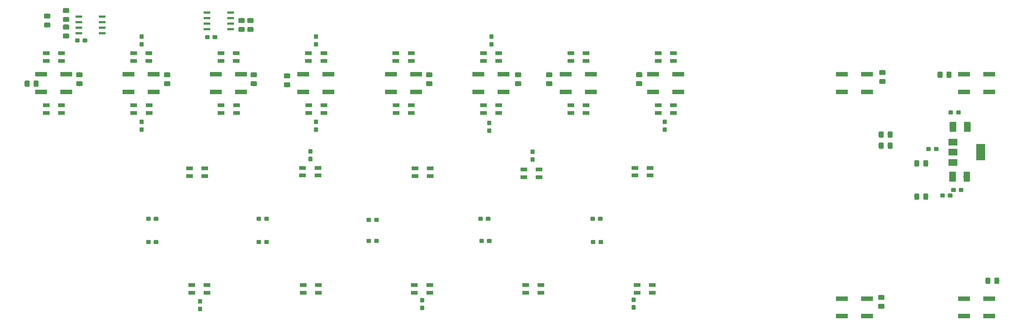
<source format=gbr>
G04 #@! TF.GenerationSoftware,KiCad,Pcbnew,(5.0.1-3-g963ef8bb5)*
G04 #@! TF.CreationDate,2019-11-20T19:59:20+01:00*
G04 #@! TF.ProjectId,RushBox2,52757368426F78322E6B696361645F70,rev?*
G04 #@! TF.SameCoordinates,Original*
G04 #@! TF.FileFunction,Paste,Top*
G04 #@! TF.FilePolarity,Positive*
%FSLAX46Y46*%
G04 Gerber Fmt 4.6, Leading zero omitted, Abs format (unit mm)*
G04 Created by KiCad (PCBNEW (5.0.1-3-g963ef8bb5)) date 2019 November 20, Wednesday 19:59:20*
%MOMM*%
%LPD*%
G01*
G04 APERTURE LIST*
%ADD10C,0.100000*%
%ADD11C,0.950000*%
%ADD12C,1.500000*%
%ADD13R,2.750000X1.000000*%
%ADD14R,1.600000X0.850000*%
%ADD15C,1.150000*%
%ADD16R,2.000000X3.800000*%
%ADD17R,2.000000X1.500000*%
%ADD18R,1.550000X0.600000*%
G04 APERTURE END LIST*
D10*
G04 #@! TO.C,C1*
G36*
X258346779Y-98078144D02*
X258369834Y-98081563D01*
X258392443Y-98087227D01*
X258414387Y-98095079D01*
X258435457Y-98105044D01*
X258455448Y-98117026D01*
X258474168Y-98130910D01*
X258491438Y-98146562D01*
X258507090Y-98163832D01*
X258520974Y-98182552D01*
X258532956Y-98202543D01*
X258542921Y-98223613D01*
X258550773Y-98245557D01*
X258556437Y-98268166D01*
X258559856Y-98291221D01*
X258561000Y-98314500D01*
X258561000Y-98789500D01*
X258559856Y-98812779D01*
X258556437Y-98835834D01*
X258550773Y-98858443D01*
X258542921Y-98880387D01*
X258532956Y-98901457D01*
X258520974Y-98921448D01*
X258507090Y-98940168D01*
X258491438Y-98957438D01*
X258474168Y-98973090D01*
X258455448Y-98986974D01*
X258435457Y-98998956D01*
X258414387Y-99008921D01*
X258392443Y-99016773D01*
X258369834Y-99022437D01*
X258346779Y-99025856D01*
X258323500Y-99027000D01*
X257748500Y-99027000D01*
X257725221Y-99025856D01*
X257702166Y-99022437D01*
X257679557Y-99016773D01*
X257657613Y-99008921D01*
X257636543Y-98998956D01*
X257616552Y-98986974D01*
X257597832Y-98973090D01*
X257580562Y-98957438D01*
X257564910Y-98940168D01*
X257551026Y-98921448D01*
X257539044Y-98901457D01*
X257529079Y-98880387D01*
X257521227Y-98858443D01*
X257515563Y-98835834D01*
X257512144Y-98812779D01*
X257511000Y-98789500D01*
X257511000Y-98314500D01*
X257512144Y-98291221D01*
X257515563Y-98268166D01*
X257521227Y-98245557D01*
X257529079Y-98223613D01*
X257539044Y-98202543D01*
X257551026Y-98182552D01*
X257564910Y-98163832D01*
X257580562Y-98146562D01*
X257597832Y-98130910D01*
X257616552Y-98117026D01*
X257636543Y-98105044D01*
X257657613Y-98095079D01*
X257679557Y-98087227D01*
X257702166Y-98081563D01*
X257725221Y-98078144D01*
X257748500Y-98077000D01*
X258323500Y-98077000D01*
X258346779Y-98078144D01*
X258346779Y-98078144D01*
G37*
D11*
X258036000Y-98552000D03*
D10*
G36*
X256596779Y-98078144D02*
X256619834Y-98081563D01*
X256642443Y-98087227D01*
X256664387Y-98095079D01*
X256685457Y-98105044D01*
X256705448Y-98117026D01*
X256724168Y-98130910D01*
X256741438Y-98146562D01*
X256757090Y-98163832D01*
X256770974Y-98182552D01*
X256782956Y-98202543D01*
X256792921Y-98223613D01*
X256800773Y-98245557D01*
X256806437Y-98268166D01*
X256809856Y-98291221D01*
X256811000Y-98314500D01*
X256811000Y-98789500D01*
X256809856Y-98812779D01*
X256806437Y-98835834D01*
X256800773Y-98858443D01*
X256792921Y-98880387D01*
X256782956Y-98901457D01*
X256770974Y-98921448D01*
X256757090Y-98940168D01*
X256741438Y-98957438D01*
X256724168Y-98973090D01*
X256705448Y-98986974D01*
X256685457Y-98998956D01*
X256664387Y-99008921D01*
X256642443Y-99016773D01*
X256619834Y-99022437D01*
X256596779Y-99025856D01*
X256573500Y-99027000D01*
X255998500Y-99027000D01*
X255975221Y-99025856D01*
X255952166Y-99022437D01*
X255929557Y-99016773D01*
X255907613Y-99008921D01*
X255886543Y-98998956D01*
X255866552Y-98986974D01*
X255847832Y-98973090D01*
X255830562Y-98957438D01*
X255814910Y-98940168D01*
X255801026Y-98921448D01*
X255789044Y-98901457D01*
X255779079Y-98880387D01*
X255771227Y-98858443D01*
X255765563Y-98835834D01*
X255762144Y-98812779D01*
X255761000Y-98789500D01*
X255761000Y-98314500D01*
X255762144Y-98291221D01*
X255765563Y-98268166D01*
X255771227Y-98245557D01*
X255779079Y-98223613D01*
X255789044Y-98202543D01*
X255801026Y-98182552D01*
X255814910Y-98163832D01*
X255830562Y-98146562D01*
X255847832Y-98130910D01*
X255866552Y-98117026D01*
X255886543Y-98105044D01*
X255907613Y-98095079D01*
X255929557Y-98087227D01*
X255952166Y-98081563D01*
X255975221Y-98078144D01*
X255998500Y-98077000D01*
X256573500Y-98077000D01*
X256596779Y-98078144D01*
X256596779Y-98078144D01*
G37*
D11*
X256286000Y-98552000D03*
G04 #@! TD*
D10*
G04 #@! TO.C,C2*
G36*
X257725779Y-80298144D02*
X257748834Y-80301563D01*
X257771443Y-80307227D01*
X257793387Y-80315079D01*
X257814457Y-80325044D01*
X257834448Y-80337026D01*
X257853168Y-80350910D01*
X257870438Y-80366562D01*
X257886090Y-80383832D01*
X257899974Y-80402552D01*
X257911956Y-80422543D01*
X257921921Y-80443613D01*
X257929773Y-80465557D01*
X257935437Y-80488166D01*
X257938856Y-80511221D01*
X257940000Y-80534500D01*
X257940000Y-81009500D01*
X257938856Y-81032779D01*
X257935437Y-81055834D01*
X257929773Y-81078443D01*
X257921921Y-81100387D01*
X257911956Y-81121457D01*
X257899974Y-81141448D01*
X257886090Y-81160168D01*
X257870438Y-81177438D01*
X257853168Y-81193090D01*
X257834448Y-81206974D01*
X257814457Y-81218956D01*
X257793387Y-81228921D01*
X257771443Y-81236773D01*
X257748834Y-81242437D01*
X257725779Y-81245856D01*
X257702500Y-81247000D01*
X257127500Y-81247000D01*
X257104221Y-81245856D01*
X257081166Y-81242437D01*
X257058557Y-81236773D01*
X257036613Y-81228921D01*
X257015543Y-81218956D01*
X256995552Y-81206974D01*
X256976832Y-81193090D01*
X256959562Y-81177438D01*
X256943910Y-81160168D01*
X256930026Y-81141448D01*
X256918044Y-81121457D01*
X256908079Y-81100387D01*
X256900227Y-81078443D01*
X256894563Y-81055834D01*
X256891144Y-81032779D01*
X256890000Y-81009500D01*
X256890000Y-80534500D01*
X256891144Y-80511221D01*
X256894563Y-80488166D01*
X256900227Y-80465557D01*
X256908079Y-80443613D01*
X256918044Y-80422543D01*
X256930026Y-80402552D01*
X256943910Y-80383832D01*
X256959562Y-80366562D01*
X256976832Y-80350910D01*
X256995552Y-80337026D01*
X257015543Y-80325044D01*
X257036613Y-80315079D01*
X257058557Y-80307227D01*
X257081166Y-80301563D01*
X257104221Y-80298144D01*
X257127500Y-80297000D01*
X257702500Y-80297000D01*
X257725779Y-80298144D01*
X257725779Y-80298144D01*
G37*
D11*
X257415000Y-80772000D03*
D10*
G36*
X255975779Y-80298144D02*
X255998834Y-80301563D01*
X256021443Y-80307227D01*
X256043387Y-80315079D01*
X256064457Y-80325044D01*
X256084448Y-80337026D01*
X256103168Y-80350910D01*
X256120438Y-80366562D01*
X256136090Y-80383832D01*
X256149974Y-80402552D01*
X256161956Y-80422543D01*
X256171921Y-80443613D01*
X256179773Y-80465557D01*
X256185437Y-80488166D01*
X256188856Y-80511221D01*
X256190000Y-80534500D01*
X256190000Y-81009500D01*
X256188856Y-81032779D01*
X256185437Y-81055834D01*
X256179773Y-81078443D01*
X256171921Y-81100387D01*
X256161956Y-81121457D01*
X256149974Y-81141448D01*
X256136090Y-81160168D01*
X256120438Y-81177438D01*
X256103168Y-81193090D01*
X256084448Y-81206974D01*
X256064457Y-81218956D01*
X256043387Y-81228921D01*
X256021443Y-81236773D01*
X255998834Y-81242437D01*
X255975779Y-81245856D01*
X255952500Y-81247000D01*
X255377500Y-81247000D01*
X255354221Y-81245856D01*
X255331166Y-81242437D01*
X255308557Y-81236773D01*
X255286613Y-81228921D01*
X255265543Y-81218956D01*
X255245552Y-81206974D01*
X255226832Y-81193090D01*
X255209562Y-81177438D01*
X255193910Y-81160168D01*
X255180026Y-81141448D01*
X255168044Y-81121457D01*
X255158079Y-81100387D01*
X255150227Y-81078443D01*
X255144563Y-81055834D01*
X255141144Y-81032779D01*
X255140000Y-81009500D01*
X255140000Y-80534500D01*
X255141144Y-80511221D01*
X255144563Y-80488166D01*
X255150227Y-80465557D01*
X255158079Y-80443613D01*
X255168044Y-80422543D01*
X255180026Y-80402552D01*
X255193910Y-80383832D01*
X255209562Y-80366562D01*
X255226832Y-80350910D01*
X255245552Y-80337026D01*
X255265543Y-80325044D01*
X255286613Y-80315079D01*
X255308557Y-80307227D01*
X255331166Y-80301563D01*
X255354221Y-80298144D01*
X255377500Y-80297000D01*
X255952500Y-80297000D01*
X255975779Y-80298144D01*
X255975779Y-80298144D01*
G37*
D11*
X255665000Y-80772000D03*
G04 #@! TD*
D10*
G04 #@! TO.C,C3*
G36*
X97733779Y-104682144D02*
X97756834Y-104685563D01*
X97779443Y-104691227D01*
X97801387Y-104699079D01*
X97822457Y-104709044D01*
X97842448Y-104721026D01*
X97861168Y-104734910D01*
X97878438Y-104750562D01*
X97894090Y-104767832D01*
X97907974Y-104786552D01*
X97919956Y-104806543D01*
X97929921Y-104827613D01*
X97937773Y-104849557D01*
X97943437Y-104872166D01*
X97946856Y-104895221D01*
X97948000Y-104918500D01*
X97948000Y-105393500D01*
X97946856Y-105416779D01*
X97943437Y-105439834D01*
X97937773Y-105462443D01*
X97929921Y-105484387D01*
X97919956Y-105505457D01*
X97907974Y-105525448D01*
X97894090Y-105544168D01*
X97878438Y-105561438D01*
X97861168Y-105577090D01*
X97842448Y-105590974D01*
X97822457Y-105602956D01*
X97801387Y-105612921D01*
X97779443Y-105620773D01*
X97756834Y-105626437D01*
X97733779Y-105629856D01*
X97710500Y-105631000D01*
X97135500Y-105631000D01*
X97112221Y-105629856D01*
X97089166Y-105626437D01*
X97066557Y-105620773D01*
X97044613Y-105612921D01*
X97023543Y-105602956D01*
X97003552Y-105590974D01*
X96984832Y-105577090D01*
X96967562Y-105561438D01*
X96951910Y-105544168D01*
X96938026Y-105525448D01*
X96926044Y-105505457D01*
X96916079Y-105484387D01*
X96908227Y-105462443D01*
X96902563Y-105439834D01*
X96899144Y-105416779D01*
X96898000Y-105393500D01*
X96898000Y-104918500D01*
X96899144Y-104895221D01*
X96902563Y-104872166D01*
X96908227Y-104849557D01*
X96916079Y-104827613D01*
X96926044Y-104806543D01*
X96938026Y-104786552D01*
X96951910Y-104767832D01*
X96967562Y-104750562D01*
X96984832Y-104734910D01*
X97003552Y-104721026D01*
X97023543Y-104709044D01*
X97044613Y-104699079D01*
X97066557Y-104691227D01*
X97089166Y-104685563D01*
X97112221Y-104682144D01*
X97135500Y-104681000D01*
X97710500Y-104681000D01*
X97733779Y-104682144D01*
X97733779Y-104682144D01*
G37*
D11*
X97423000Y-105156000D03*
D10*
G36*
X99483779Y-104682144D02*
X99506834Y-104685563D01*
X99529443Y-104691227D01*
X99551387Y-104699079D01*
X99572457Y-104709044D01*
X99592448Y-104721026D01*
X99611168Y-104734910D01*
X99628438Y-104750562D01*
X99644090Y-104767832D01*
X99657974Y-104786552D01*
X99669956Y-104806543D01*
X99679921Y-104827613D01*
X99687773Y-104849557D01*
X99693437Y-104872166D01*
X99696856Y-104895221D01*
X99698000Y-104918500D01*
X99698000Y-105393500D01*
X99696856Y-105416779D01*
X99693437Y-105439834D01*
X99687773Y-105462443D01*
X99679921Y-105484387D01*
X99669956Y-105505457D01*
X99657974Y-105525448D01*
X99644090Y-105544168D01*
X99628438Y-105561438D01*
X99611168Y-105577090D01*
X99592448Y-105590974D01*
X99572457Y-105602956D01*
X99551387Y-105612921D01*
X99529443Y-105620773D01*
X99506834Y-105626437D01*
X99483779Y-105629856D01*
X99460500Y-105631000D01*
X98885500Y-105631000D01*
X98862221Y-105629856D01*
X98839166Y-105626437D01*
X98816557Y-105620773D01*
X98794613Y-105612921D01*
X98773543Y-105602956D01*
X98753552Y-105590974D01*
X98734832Y-105577090D01*
X98717562Y-105561438D01*
X98701910Y-105544168D01*
X98688026Y-105525448D01*
X98676044Y-105505457D01*
X98666079Y-105484387D01*
X98658227Y-105462443D01*
X98652563Y-105439834D01*
X98649144Y-105416779D01*
X98648000Y-105393500D01*
X98648000Y-104918500D01*
X98649144Y-104895221D01*
X98652563Y-104872166D01*
X98658227Y-104849557D01*
X98666079Y-104827613D01*
X98676044Y-104806543D01*
X98688026Y-104786552D01*
X98701910Y-104767832D01*
X98717562Y-104750562D01*
X98734832Y-104734910D01*
X98753552Y-104721026D01*
X98773543Y-104709044D01*
X98794613Y-104699079D01*
X98816557Y-104691227D01*
X98839166Y-104685563D01*
X98862221Y-104682144D01*
X98885500Y-104681000D01*
X99460500Y-104681000D01*
X99483779Y-104682144D01*
X99483779Y-104682144D01*
G37*
D11*
X99173000Y-105156000D03*
G04 #@! TD*
D10*
G04 #@! TO.C,C4*
G36*
X97733779Y-110016144D02*
X97756834Y-110019563D01*
X97779443Y-110025227D01*
X97801387Y-110033079D01*
X97822457Y-110043044D01*
X97842448Y-110055026D01*
X97861168Y-110068910D01*
X97878438Y-110084562D01*
X97894090Y-110101832D01*
X97907974Y-110120552D01*
X97919956Y-110140543D01*
X97929921Y-110161613D01*
X97937773Y-110183557D01*
X97943437Y-110206166D01*
X97946856Y-110229221D01*
X97948000Y-110252500D01*
X97948000Y-110727500D01*
X97946856Y-110750779D01*
X97943437Y-110773834D01*
X97937773Y-110796443D01*
X97929921Y-110818387D01*
X97919956Y-110839457D01*
X97907974Y-110859448D01*
X97894090Y-110878168D01*
X97878438Y-110895438D01*
X97861168Y-110911090D01*
X97842448Y-110924974D01*
X97822457Y-110936956D01*
X97801387Y-110946921D01*
X97779443Y-110954773D01*
X97756834Y-110960437D01*
X97733779Y-110963856D01*
X97710500Y-110965000D01*
X97135500Y-110965000D01*
X97112221Y-110963856D01*
X97089166Y-110960437D01*
X97066557Y-110954773D01*
X97044613Y-110946921D01*
X97023543Y-110936956D01*
X97003552Y-110924974D01*
X96984832Y-110911090D01*
X96967562Y-110895438D01*
X96951910Y-110878168D01*
X96938026Y-110859448D01*
X96926044Y-110839457D01*
X96916079Y-110818387D01*
X96908227Y-110796443D01*
X96902563Y-110773834D01*
X96899144Y-110750779D01*
X96898000Y-110727500D01*
X96898000Y-110252500D01*
X96899144Y-110229221D01*
X96902563Y-110206166D01*
X96908227Y-110183557D01*
X96916079Y-110161613D01*
X96926044Y-110140543D01*
X96938026Y-110120552D01*
X96951910Y-110101832D01*
X96967562Y-110084562D01*
X96984832Y-110068910D01*
X97003552Y-110055026D01*
X97023543Y-110043044D01*
X97044613Y-110033079D01*
X97066557Y-110025227D01*
X97089166Y-110019563D01*
X97112221Y-110016144D01*
X97135500Y-110015000D01*
X97710500Y-110015000D01*
X97733779Y-110016144D01*
X97733779Y-110016144D01*
G37*
D11*
X97423000Y-110490000D03*
D10*
G36*
X99483779Y-110016144D02*
X99506834Y-110019563D01*
X99529443Y-110025227D01*
X99551387Y-110033079D01*
X99572457Y-110043044D01*
X99592448Y-110055026D01*
X99611168Y-110068910D01*
X99628438Y-110084562D01*
X99644090Y-110101832D01*
X99657974Y-110120552D01*
X99669956Y-110140543D01*
X99679921Y-110161613D01*
X99687773Y-110183557D01*
X99693437Y-110206166D01*
X99696856Y-110229221D01*
X99698000Y-110252500D01*
X99698000Y-110727500D01*
X99696856Y-110750779D01*
X99693437Y-110773834D01*
X99687773Y-110796443D01*
X99679921Y-110818387D01*
X99669956Y-110839457D01*
X99657974Y-110859448D01*
X99644090Y-110878168D01*
X99628438Y-110895438D01*
X99611168Y-110911090D01*
X99592448Y-110924974D01*
X99572457Y-110936956D01*
X99551387Y-110946921D01*
X99529443Y-110954773D01*
X99506834Y-110960437D01*
X99483779Y-110963856D01*
X99460500Y-110965000D01*
X98885500Y-110965000D01*
X98862221Y-110963856D01*
X98839166Y-110960437D01*
X98816557Y-110954773D01*
X98794613Y-110946921D01*
X98773543Y-110936956D01*
X98753552Y-110924974D01*
X98734832Y-110911090D01*
X98717562Y-110895438D01*
X98701910Y-110878168D01*
X98688026Y-110859448D01*
X98676044Y-110839457D01*
X98666079Y-110818387D01*
X98658227Y-110796443D01*
X98652563Y-110773834D01*
X98649144Y-110750779D01*
X98648000Y-110727500D01*
X98648000Y-110252500D01*
X98649144Y-110229221D01*
X98652563Y-110206166D01*
X98658227Y-110183557D01*
X98666079Y-110161613D01*
X98676044Y-110140543D01*
X98688026Y-110120552D01*
X98701910Y-110101832D01*
X98717562Y-110084562D01*
X98734832Y-110068910D01*
X98753552Y-110055026D01*
X98773543Y-110043044D01*
X98794613Y-110033079D01*
X98816557Y-110025227D01*
X98839166Y-110019563D01*
X98862221Y-110016144D01*
X98885500Y-110015000D01*
X99460500Y-110015000D01*
X99483779Y-110016144D01*
X99483779Y-110016144D01*
G37*
D11*
X99173000Y-110490000D03*
G04 #@! TD*
D10*
G04 #@! TO.C,C5*
G36*
X255834779Y-99348144D02*
X255857834Y-99351563D01*
X255880443Y-99357227D01*
X255902387Y-99365079D01*
X255923457Y-99375044D01*
X255943448Y-99387026D01*
X255962168Y-99400910D01*
X255979438Y-99416562D01*
X255995090Y-99433832D01*
X256008974Y-99452552D01*
X256020956Y-99472543D01*
X256030921Y-99493613D01*
X256038773Y-99515557D01*
X256044437Y-99538166D01*
X256047856Y-99561221D01*
X256049000Y-99584500D01*
X256049000Y-100059500D01*
X256047856Y-100082779D01*
X256044437Y-100105834D01*
X256038773Y-100128443D01*
X256030921Y-100150387D01*
X256020956Y-100171457D01*
X256008974Y-100191448D01*
X255995090Y-100210168D01*
X255979438Y-100227438D01*
X255962168Y-100243090D01*
X255943448Y-100256974D01*
X255923457Y-100268956D01*
X255902387Y-100278921D01*
X255880443Y-100286773D01*
X255857834Y-100292437D01*
X255834779Y-100295856D01*
X255811500Y-100297000D01*
X255236500Y-100297000D01*
X255213221Y-100295856D01*
X255190166Y-100292437D01*
X255167557Y-100286773D01*
X255145613Y-100278921D01*
X255124543Y-100268956D01*
X255104552Y-100256974D01*
X255085832Y-100243090D01*
X255068562Y-100227438D01*
X255052910Y-100210168D01*
X255039026Y-100191448D01*
X255027044Y-100171457D01*
X255017079Y-100150387D01*
X255009227Y-100128443D01*
X255003563Y-100105834D01*
X255000144Y-100082779D01*
X254999000Y-100059500D01*
X254999000Y-99584500D01*
X255000144Y-99561221D01*
X255003563Y-99538166D01*
X255009227Y-99515557D01*
X255017079Y-99493613D01*
X255027044Y-99472543D01*
X255039026Y-99452552D01*
X255052910Y-99433832D01*
X255068562Y-99416562D01*
X255085832Y-99400910D01*
X255104552Y-99387026D01*
X255124543Y-99375044D01*
X255145613Y-99365079D01*
X255167557Y-99357227D01*
X255190166Y-99351563D01*
X255213221Y-99348144D01*
X255236500Y-99347000D01*
X255811500Y-99347000D01*
X255834779Y-99348144D01*
X255834779Y-99348144D01*
G37*
D11*
X255524000Y-99822000D03*
D10*
G36*
X254084779Y-99348144D02*
X254107834Y-99351563D01*
X254130443Y-99357227D01*
X254152387Y-99365079D01*
X254173457Y-99375044D01*
X254193448Y-99387026D01*
X254212168Y-99400910D01*
X254229438Y-99416562D01*
X254245090Y-99433832D01*
X254258974Y-99452552D01*
X254270956Y-99472543D01*
X254280921Y-99493613D01*
X254288773Y-99515557D01*
X254294437Y-99538166D01*
X254297856Y-99561221D01*
X254299000Y-99584500D01*
X254299000Y-100059500D01*
X254297856Y-100082779D01*
X254294437Y-100105834D01*
X254288773Y-100128443D01*
X254280921Y-100150387D01*
X254270956Y-100171457D01*
X254258974Y-100191448D01*
X254245090Y-100210168D01*
X254229438Y-100227438D01*
X254212168Y-100243090D01*
X254193448Y-100256974D01*
X254173457Y-100268956D01*
X254152387Y-100278921D01*
X254130443Y-100286773D01*
X254107834Y-100292437D01*
X254084779Y-100295856D01*
X254061500Y-100297000D01*
X253486500Y-100297000D01*
X253463221Y-100295856D01*
X253440166Y-100292437D01*
X253417557Y-100286773D01*
X253395613Y-100278921D01*
X253374543Y-100268956D01*
X253354552Y-100256974D01*
X253335832Y-100243090D01*
X253318562Y-100227438D01*
X253302910Y-100210168D01*
X253289026Y-100191448D01*
X253277044Y-100171457D01*
X253267079Y-100150387D01*
X253259227Y-100128443D01*
X253253563Y-100105834D01*
X253250144Y-100082779D01*
X253249000Y-100059500D01*
X253249000Y-99584500D01*
X253250144Y-99561221D01*
X253253563Y-99538166D01*
X253259227Y-99515557D01*
X253267079Y-99493613D01*
X253277044Y-99472543D01*
X253289026Y-99452552D01*
X253302910Y-99433832D01*
X253318562Y-99416562D01*
X253335832Y-99400910D01*
X253354552Y-99387026D01*
X253374543Y-99375044D01*
X253395613Y-99365079D01*
X253417557Y-99357227D01*
X253440166Y-99351563D01*
X253463221Y-99348144D01*
X253486500Y-99347000D01*
X254061500Y-99347000D01*
X254084779Y-99348144D01*
X254084779Y-99348144D01*
G37*
D11*
X253774000Y-99822000D03*
G04 #@! TD*
D10*
G04 #@! TO.C,C6*
G36*
X250895779Y-88680144D02*
X250918834Y-88683563D01*
X250941443Y-88689227D01*
X250963387Y-88697079D01*
X250984457Y-88707044D01*
X251004448Y-88719026D01*
X251023168Y-88732910D01*
X251040438Y-88748562D01*
X251056090Y-88765832D01*
X251069974Y-88784552D01*
X251081956Y-88804543D01*
X251091921Y-88825613D01*
X251099773Y-88847557D01*
X251105437Y-88870166D01*
X251108856Y-88893221D01*
X251110000Y-88916500D01*
X251110000Y-89391500D01*
X251108856Y-89414779D01*
X251105437Y-89437834D01*
X251099773Y-89460443D01*
X251091921Y-89482387D01*
X251081956Y-89503457D01*
X251069974Y-89523448D01*
X251056090Y-89542168D01*
X251040438Y-89559438D01*
X251023168Y-89575090D01*
X251004448Y-89588974D01*
X250984457Y-89600956D01*
X250963387Y-89610921D01*
X250941443Y-89618773D01*
X250918834Y-89624437D01*
X250895779Y-89627856D01*
X250872500Y-89629000D01*
X250297500Y-89629000D01*
X250274221Y-89627856D01*
X250251166Y-89624437D01*
X250228557Y-89618773D01*
X250206613Y-89610921D01*
X250185543Y-89600956D01*
X250165552Y-89588974D01*
X250146832Y-89575090D01*
X250129562Y-89559438D01*
X250113910Y-89542168D01*
X250100026Y-89523448D01*
X250088044Y-89503457D01*
X250078079Y-89482387D01*
X250070227Y-89460443D01*
X250064563Y-89437834D01*
X250061144Y-89414779D01*
X250060000Y-89391500D01*
X250060000Y-88916500D01*
X250061144Y-88893221D01*
X250064563Y-88870166D01*
X250070227Y-88847557D01*
X250078079Y-88825613D01*
X250088044Y-88804543D01*
X250100026Y-88784552D01*
X250113910Y-88765832D01*
X250129562Y-88748562D01*
X250146832Y-88732910D01*
X250165552Y-88719026D01*
X250185543Y-88707044D01*
X250206613Y-88697079D01*
X250228557Y-88689227D01*
X250251166Y-88683563D01*
X250274221Y-88680144D01*
X250297500Y-88679000D01*
X250872500Y-88679000D01*
X250895779Y-88680144D01*
X250895779Y-88680144D01*
G37*
D11*
X250585000Y-89154000D03*
D10*
G36*
X252645779Y-88680144D02*
X252668834Y-88683563D01*
X252691443Y-88689227D01*
X252713387Y-88697079D01*
X252734457Y-88707044D01*
X252754448Y-88719026D01*
X252773168Y-88732910D01*
X252790438Y-88748562D01*
X252806090Y-88765832D01*
X252819974Y-88784552D01*
X252831956Y-88804543D01*
X252841921Y-88825613D01*
X252849773Y-88847557D01*
X252855437Y-88870166D01*
X252858856Y-88893221D01*
X252860000Y-88916500D01*
X252860000Y-89391500D01*
X252858856Y-89414779D01*
X252855437Y-89437834D01*
X252849773Y-89460443D01*
X252841921Y-89482387D01*
X252831956Y-89503457D01*
X252819974Y-89523448D01*
X252806090Y-89542168D01*
X252790438Y-89559438D01*
X252773168Y-89575090D01*
X252754448Y-89588974D01*
X252734457Y-89600956D01*
X252713387Y-89610921D01*
X252691443Y-89618773D01*
X252668834Y-89624437D01*
X252645779Y-89627856D01*
X252622500Y-89629000D01*
X252047500Y-89629000D01*
X252024221Y-89627856D01*
X252001166Y-89624437D01*
X251978557Y-89618773D01*
X251956613Y-89610921D01*
X251935543Y-89600956D01*
X251915552Y-89588974D01*
X251896832Y-89575090D01*
X251879562Y-89559438D01*
X251863910Y-89542168D01*
X251850026Y-89523448D01*
X251838044Y-89503457D01*
X251828079Y-89482387D01*
X251820227Y-89460443D01*
X251814563Y-89437834D01*
X251811144Y-89414779D01*
X251810000Y-89391500D01*
X251810000Y-88916500D01*
X251811144Y-88893221D01*
X251814563Y-88870166D01*
X251820227Y-88847557D01*
X251828079Y-88825613D01*
X251838044Y-88804543D01*
X251850026Y-88784552D01*
X251863910Y-88765832D01*
X251879562Y-88748562D01*
X251896832Y-88732910D01*
X251915552Y-88719026D01*
X251935543Y-88707044D01*
X251956613Y-88697079D01*
X251978557Y-88689227D01*
X252001166Y-88683563D01*
X252024221Y-88680144D01*
X252047500Y-88679000D01*
X252622500Y-88679000D01*
X252645779Y-88680144D01*
X252645779Y-88680144D01*
G37*
D11*
X252335000Y-89154000D03*
G04 #@! TD*
D10*
G04 #@! TO.C,C7*
G36*
X122879779Y-104936144D02*
X122902834Y-104939563D01*
X122925443Y-104945227D01*
X122947387Y-104953079D01*
X122968457Y-104963044D01*
X122988448Y-104975026D01*
X123007168Y-104988910D01*
X123024438Y-105004562D01*
X123040090Y-105021832D01*
X123053974Y-105040552D01*
X123065956Y-105060543D01*
X123075921Y-105081613D01*
X123083773Y-105103557D01*
X123089437Y-105126166D01*
X123092856Y-105149221D01*
X123094000Y-105172500D01*
X123094000Y-105647500D01*
X123092856Y-105670779D01*
X123089437Y-105693834D01*
X123083773Y-105716443D01*
X123075921Y-105738387D01*
X123065956Y-105759457D01*
X123053974Y-105779448D01*
X123040090Y-105798168D01*
X123024438Y-105815438D01*
X123007168Y-105831090D01*
X122988448Y-105844974D01*
X122968457Y-105856956D01*
X122947387Y-105866921D01*
X122925443Y-105874773D01*
X122902834Y-105880437D01*
X122879779Y-105883856D01*
X122856500Y-105885000D01*
X122281500Y-105885000D01*
X122258221Y-105883856D01*
X122235166Y-105880437D01*
X122212557Y-105874773D01*
X122190613Y-105866921D01*
X122169543Y-105856956D01*
X122149552Y-105844974D01*
X122130832Y-105831090D01*
X122113562Y-105815438D01*
X122097910Y-105798168D01*
X122084026Y-105779448D01*
X122072044Y-105759457D01*
X122062079Y-105738387D01*
X122054227Y-105716443D01*
X122048563Y-105693834D01*
X122045144Y-105670779D01*
X122044000Y-105647500D01*
X122044000Y-105172500D01*
X122045144Y-105149221D01*
X122048563Y-105126166D01*
X122054227Y-105103557D01*
X122062079Y-105081613D01*
X122072044Y-105060543D01*
X122084026Y-105040552D01*
X122097910Y-105021832D01*
X122113562Y-105004562D01*
X122130832Y-104988910D01*
X122149552Y-104975026D01*
X122169543Y-104963044D01*
X122190613Y-104953079D01*
X122212557Y-104945227D01*
X122235166Y-104939563D01*
X122258221Y-104936144D01*
X122281500Y-104935000D01*
X122856500Y-104935000D01*
X122879779Y-104936144D01*
X122879779Y-104936144D01*
G37*
D11*
X122569000Y-105410000D03*
D10*
G36*
X124629779Y-104936144D02*
X124652834Y-104939563D01*
X124675443Y-104945227D01*
X124697387Y-104953079D01*
X124718457Y-104963044D01*
X124738448Y-104975026D01*
X124757168Y-104988910D01*
X124774438Y-105004562D01*
X124790090Y-105021832D01*
X124803974Y-105040552D01*
X124815956Y-105060543D01*
X124825921Y-105081613D01*
X124833773Y-105103557D01*
X124839437Y-105126166D01*
X124842856Y-105149221D01*
X124844000Y-105172500D01*
X124844000Y-105647500D01*
X124842856Y-105670779D01*
X124839437Y-105693834D01*
X124833773Y-105716443D01*
X124825921Y-105738387D01*
X124815956Y-105759457D01*
X124803974Y-105779448D01*
X124790090Y-105798168D01*
X124774438Y-105815438D01*
X124757168Y-105831090D01*
X124738448Y-105844974D01*
X124718457Y-105856956D01*
X124697387Y-105866921D01*
X124675443Y-105874773D01*
X124652834Y-105880437D01*
X124629779Y-105883856D01*
X124606500Y-105885000D01*
X124031500Y-105885000D01*
X124008221Y-105883856D01*
X123985166Y-105880437D01*
X123962557Y-105874773D01*
X123940613Y-105866921D01*
X123919543Y-105856956D01*
X123899552Y-105844974D01*
X123880832Y-105831090D01*
X123863562Y-105815438D01*
X123847910Y-105798168D01*
X123834026Y-105779448D01*
X123822044Y-105759457D01*
X123812079Y-105738387D01*
X123804227Y-105716443D01*
X123798563Y-105693834D01*
X123795144Y-105670779D01*
X123794000Y-105647500D01*
X123794000Y-105172500D01*
X123795144Y-105149221D01*
X123798563Y-105126166D01*
X123804227Y-105103557D01*
X123812079Y-105081613D01*
X123822044Y-105060543D01*
X123834026Y-105040552D01*
X123847910Y-105021832D01*
X123863562Y-105004562D01*
X123880832Y-104988910D01*
X123899552Y-104975026D01*
X123919543Y-104963044D01*
X123940613Y-104953079D01*
X123962557Y-104945227D01*
X123985166Y-104939563D01*
X124008221Y-104936144D01*
X124031500Y-104935000D01*
X124606500Y-104935000D01*
X124629779Y-104936144D01*
X124629779Y-104936144D01*
G37*
D11*
X124319000Y-105410000D03*
G04 #@! TD*
D10*
G04 #@! TO.C,C8*
G36*
X122879779Y-109762144D02*
X122902834Y-109765563D01*
X122925443Y-109771227D01*
X122947387Y-109779079D01*
X122968457Y-109789044D01*
X122988448Y-109801026D01*
X123007168Y-109814910D01*
X123024438Y-109830562D01*
X123040090Y-109847832D01*
X123053974Y-109866552D01*
X123065956Y-109886543D01*
X123075921Y-109907613D01*
X123083773Y-109929557D01*
X123089437Y-109952166D01*
X123092856Y-109975221D01*
X123094000Y-109998500D01*
X123094000Y-110473500D01*
X123092856Y-110496779D01*
X123089437Y-110519834D01*
X123083773Y-110542443D01*
X123075921Y-110564387D01*
X123065956Y-110585457D01*
X123053974Y-110605448D01*
X123040090Y-110624168D01*
X123024438Y-110641438D01*
X123007168Y-110657090D01*
X122988448Y-110670974D01*
X122968457Y-110682956D01*
X122947387Y-110692921D01*
X122925443Y-110700773D01*
X122902834Y-110706437D01*
X122879779Y-110709856D01*
X122856500Y-110711000D01*
X122281500Y-110711000D01*
X122258221Y-110709856D01*
X122235166Y-110706437D01*
X122212557Y-110700773D01*
X122190613Y-110692921D01*
X122169543Y-110682956D01*
X122149552Y-110670974D01*
X122130832Y-110657090D01*
X122113562Y-110641438D01*
X122097910Y-110624168D01*
X122084026Y-110605448D01*
X122072044Y-110585457D01*
X122062079Y-110564387D01*
X122054227Y-110542443D01*
X122048563Y-110519834D01*
X122045144Y-110496779D01*
X122044000Y-110473500D01*
X122044000Y-109998500D01*
X122045144Y-109975221D01*
X122048563Y-109952166D01*
X122054227Y-109929557D01*
X122062079Y-109907613D01*
X122072044Y-109886543D01*
X122084026Y-109866552D01*
X122097910Y-109847832D01*
X122113562Y-109830562D01*
X122130832Y-109814910D01*
X122149552Y-109801026D01*
X122169543Y-109789044D01*
X122190613Y-109779079D01*
X122212557Y-109771227D01*
X122235166Y-109765563D01*
X122258221Y-109762144D01*
X122281500Y-109761000D01*
X122856500Y-109761000D01*
X122879779Y-109762144D01*
X122879779Y-109762144D01*
G37*
D11*
X122569000Y-110236000D03*
D10*
G36*
X124629779Y-109762144D02*
X124652834Y-109765563D01*
X124675443Y-109771227D01*
X124697387Y-109779079D01*
X124718457Y-109789044D01*
X124738448Y-109801026D01*
X124757168Y-109814910D01*
X124774438Y-109830562D01*
X124790090Y-109847832D01*
X124803974Y-109866552D01*
X124815956Y-109886543D01*
X124825921Y-109907613D01*
X124833773Y-109929557D01*
X124839437Y-109952166D01*
X124842856Y-109975221D01*
X124844000Y-109998500D01*
X124844000Y-110473500D01*
X124842856Y-110496779D01*
X124839437Y-110519834D01*
X124833773Y-110542443D01*
X124825921Y-110564387D01*
X124815956Y-110585457D01*
X124803974Y-110605448D01*
X124790090Y-110624168D01*
X124774438Y-110641438D01*
X124757168Y-110657090D01*
X124738448Y-110670974D01*
X124718457Y-110682956D01*
X124697387Y-110692921D01*
X124675443Y-110700773D01*
X124652834Y-110706437D01*
X124629779Y-110709856D01*
X124606500Y-110711000D01*
X124031500Y-110711000D01*
X124008221Y-110709856D01*
X123985166Y-110706437D01*
X123962557Y-110700773D01*
X123940613Y-110692921D01*
X123919543Y-110682956D01*
X123899552Y-110670974D01*
X123880832Y-110657090D01*
X123863562Y-110641438D01*
X123847910Y-110624168D01*
X123834026Y-110605448D01*
X123822044Y-110585457D01*
X123812079Y-110564387D01*
X123804227Y-110542443D01*
X123798563Y-110519834D01*
X123795144Y-110496779D01*
X123794000Y-110473500D01*
X123794000Y-109998500D01*
X123795144Y-109975221D01*
X123798563Y-109952166D01*
X123804227Y-109929557D01*
X123812079Y-109907613D01*
X123822044Y-109886543D01*
X123834026Y-109866552D01*
X123847910Y-109847832D01*
X123863562Y-109830562D01*
X123880832Y-109814910D01*
X123899552Y-109801026D01*
X123919543Y-109789044D01*
X123940613Y-109779079D01*
X123962557Y-109771227D01*
X123985166Y-109765563D01*
X124008221Y-109762144D01*
X124031500Y-109761000D01*
X124606500Y-109761000D01*
X124629779Y-109762144D01*
X124629779Y-109762144D01*
G37*
D11*
X124319000Y-110236000D03*
G04 #@! TD*
D10*
G04 #@! TO.C,C9*
G36*
X148420779Y-104682144D02*
X148443834Y-104685563D01*
X148466443Y-104691227D01*
X148488387Y-104699079D01*
X148509457Y-104709044D01*
X148529448Y-104721026D01*
X148548168Y-104734910D01*
X148565438Y-104750562D01*
X148581090Y-104767832D01*
X148594974Y-104786552D01*
X148606956Y-104806543D01*
X148616921Y-104827613D01*
X148624773Y-104849557D01*
X148630437Y-104872166D01*
X148633856Y-104895221D01*
X148635000Y-104918500D01*
X148635000Y-105393500D01*
X148633856Y-105416779D01*
X148630437Y-105439834D01*
X148624773Y-105462443D01*
X148616921Y-105484387D01*
X148606956Y-105505457D01*
X148594974Y-105525448D01*
X148581090Y-105544168D01*
X148565438Y-105561438D01*
X148548168Y-105577090D01*
X148529448Y-105590974D01*
X148509457Y-105602956D01*
X148488387Y-105612921D01*
X148466443Y-105620773D01*
X148443834Y-105626437D01*
X148420779Y-105629856D01*
X148397500Y-105631000D01*
X147822500Y-105631000D01*
X147799221Y-105629856D01*
X147776166Y-105626437D01*
X147753557Y-105620773D01*
X147731613Y-105612921D01*
X147710543Y-105602956D01*
X147690552Y-105590974D01*
X147671832Y-105577090D01*
X147654562Y-105561438D01*
X147638910Y-105544168D01*
X147625026Y-105525448D01*
X147613044Y-105505457D01*
X147603079Y-105484387D01*
X147595227Y-105462443D01*
X147589563Y-105439834D01*
X147586144Y-105416779D01*
X147585000Y-105393500D01*
X147585000Y-104918500D01*
X147586144Y-104895221D01*
X147589563Y-104872166D01*
X147595227Y-104849557D01*
X147603079Y-104827613D01*
X147613044Y-104806543D01*
X147625026Y-104786552D01*
X147638910Y-104767832D01*
X147654562Y-104750562D01*
X147671832Y-104734910D01*
X147690552Y-104721026D01*
X147710543Y-104709044D01*
X147731613Y-104699079D01*
X147753557Y-104691227D01*
X147776166Y-104685563D01*
X147799221Y-104682144D01*
X147822500Y-104681000D01*
X148397500Y-104681000D01*
X148420779Y-104682144D01*
X148420779Y-104682144D01*
G37*
D11*
X148110000Y-105156000D03*
D10*
G36*
X150170779Y-104682144D02*
X150193834Y-104685563D01*
X150216443Y-104691227D01*
X150238387Y-104699079D01*
X150259457Y-104709044D01*
X150279448Y-104721026D01*
X150298168Y-104734910D01*
X150315438Y-104750562D01*
X150331090Y-104767832D01*
X150344974Y-104786552D01*
X150356956Y-104806543D01*
X150366921Y-104827613D01*
X150374773Y-104849557D01*
X150380437Y-104872166D01*
X150383856Y-104895221D01*
X150385000Y-104918500D01*
X150385000Y-105393500D01*
X150383856Y-105416779D01*
X150380437Y-105439834D01*
X150374773Y-105462443D01*
X150366921Y-105484387D01*
X150356956Y-105505457D01*
X150344974Y-105525448D01*
X150331090Y-105544168D01*
X150315438Y-105561438D01*
X150298168Y-105577090D01*
X150279448Y-105590974D01*
X150259457Y-105602956D01*
X150238387Y-105612921D01*
X150216443Y-105620773D01*
X150193834Y-105626437D01*
X150170779Y-105629856D01*
X150147500Y-105631000D01*
X149572500Y-105631000D01*
X149549221Y-105629856D01*
X149526166Y-105626437D01*
X149503557Y-105620773D01*
X149481613Y-105612921D01*
X149460543Y-105602956D01*
X149440552Y-105590974D01*
X149421832Y-105577090D01*
X149404562Y-105561438D01*
X149388910Y-105544168D01*
X149375026Y-105525448D01*
X149363044Y-105505457D01*
X149353079Y-105484387D01*
X149345227Y-105462443D01*
X149339563Y-105439834D01*
X149336144Y-105416779D01*
X149335000Y-105393500D01*
X149335000Y-104918500D01*
X149336144Y-104895221D01*
X149339563Y-104872166D01*
X149345227Y-104849557D01*
X149353079Y-104827613D01*
X149363044Y-104806543D01*
X149375026Y-104786552D01*
X149388910Y-104767832D01*
X149404562Y-104750562D01*
X149421832Y-104734910D01*
X149440552Y-104721026D01*
X149460543Y-104709044D01*
X149481613Y-104699079D01*
X149503557Y-104691227D01*
X149526166Y-104685563D01*
X149549221Y-104682144D01*
X149572500Y-104681000D01*
X150147500Y-104681000D01*
X150170779Y-104682144D01*
X150170779Y-104682144D01*
G37*
D11*
X149860000Y-105156000D03*
G04 #@! TD*
D10*
G04 #@! TO.C,C10*
G36*
X148674779Y-109762144D02*
X148697834Y-109765563D01*
X148720443Y-109771227D01*
X148742387Y-109779079D01*
X148763457Y-109789044D01*
X148783448Y-109801026D01*
X148802168Y-109814910D01*
X148819438Y-109830562D01*
X148835090Y-109847832D01*
X148848974Y-109866552D01*
X148860956Y-109886543D01*
X148870921Y-109907613D01*
X148878773Y-109929557D01*
X148884437Y-109952166D01*
X148887856Y-109975221D01*
X148889000Y-109998500D01*
X148889000Y-110473500D01*
X148887856Y-110496779D01*
X148884437Y-110519834D01*
X148878773Y-110542443D01*
X148870921Y-110564387D01*
X148860956Y-110585457D01*
X148848974Y-110605448D01*
X148835090Y-110624168D01*
X148819438Y-110641438D01*
X148802168Y-110657090D01*
X148783448Y-110670974D01*
X148763457Y-110682956D01*
X148742387Y-110692921D01*
X148720443Y-110700773D01*
X148697834Y-110706437D01*
X148674779Y-110709856D01*
X148651500Y-110711000D01*
X148076500Y-110711000D01*
X148053221Y-110709856D01*
X148030166Y-110706437D01*
X148007557Y-110700773D01*
X147985613Y-110692921D01*
X147964543Y-110682956D01*
X147944552Y-110670974D01*
X147925832Y-110657090D01*
X147908562Y-110641438D01*
X147892910Y-110624168D01*
X147879026Y-110605448D01*
X147867044Y-110585457D01*
X147857079Y-110564387D01*
X147849227Y-110542443D01*
X147843563Y-110519834D01*
X147840144Y-110496779D01*
X147839000Y-110473500D01*
X147839000Y-109998500D01*
X147840144Y-109975221D01*
X147843563Y-109952166D01*
X147849227Y-109929557D01*
X147857079Y-109907613D01*
X147867044Y-109886543D01*
X147879026Y-109866552D01*
X147892910Y-109847832D01*
X147908562Y-109830562D01*
X147925832Y-109814910D01*
X147944552Y-109801026D01*
X147964543Y-109789044D01*
X147985613Y-109779079D01*
X148007557Y-109771227D01*
X148030166Y-109765563D01*
X148053221Y-109762144D01*
X148076500Y-109761000D01*
X148651500Y-109761000D01*
X148674779Y-109762144D01*
X148674779Y-109762144D01*
G37*
D11*
X148364000Y-110236000D03*
D10*
G36*
X150424779Y-109762144D02*
X150447834Y-109765563D01*
X150470443Y-109771227D01*
X150492387Y-109779079D01*
X150513457Y-109789044D01*
X150533448Y-109801026D01*
X150552168Y-109814910D01*
X150569438Y-109830562D01*
X150585090Y-109847832D01*
X150598974Y-109866552D01*
X150610956Y-109886543D01*
X150620921Y-109907613D01*
X150628773Y-109929557D01*
X150634437Y-109952166D01*
X150637856Y-109975221D01*
X150639000Y-109998500D01*
X150639000Y-110473500D01*
X150637856Y-110496779D01*
X150634437Y-110519834D01*
X150628773Y-110542443D01*
X150620921Y-110564387D01*
X150610956Y-110585457D01*
X150598974Y-110605448D01*
X150585090Y-110624168D01*
X150569438Y-110641438D01*
X150552168Y-110657090D01*
X150533448Y-110670974D01*
X150513457Y-110682956D01*
X150492387Y-110692921D01*
X150470443Y-110700773D01*
X150447834Y-110706437D01*
X150424779Y-110709856D01*
X150401500Y-110711000D01*
X149826500Y-110711000D01*
X149803221Y-110709856D01*
X149780166Y-110706437D01*
X149757557Y-110700773D01*
X149735613Y-110692921D01*
X149714543Y-110682956D01*
X149694552Y-110670974D01*
X149675832Y-110657090D01*
X149658562Y-110641438D01*
X149642910Y-110624168D01*
X149629026Y-110605448D01*
X149617044Y-110585457D01*
X149607079Y-110564387D01*
X149599227Y-110542443D01*
X149593563Y-110519834D01*
X149590144Y-110496779D01*
X149589000Y-110473500D01*
X149589000Y-109998500D01*
X149590144Y-109975221D01*
X149593563Y-109952166D01*
X149599227Y-109929557D01*
X149607079Y-109907613D01*
X149617044Y-109886543D01*
X149629026Y-109866552D01*
X149642910Y-109847832D01*
X149658562Y-109830562D01*
X149675832Y-109814910D01*
X149694552Y-109801026D01*
X149714543Y-109789044D01*
X149735613Y-109779079D01*
X149757557Y-109771227D01*
X149780166Y-109765563D01*
X149803221Y-109762144D01*
X149826500Y-109761000D01*
X150401500Y-109761000D01*
X150424779Y-109762144D01*
X150424779Y-109762144D01*
G37*
D11*
X150114000Y-110236000D03*
G04 #@! TD*
D10*
G04 #@! TO.C,C11*
G36*
X174074779Y-104682144D02*
X174097834Y-104685563D01*
X174120443Y-104691227D01*
X174142387Y-104699079D01*
X174163457Y-104709044D01*
X174183448Y-104721026D01*
X174202168Y-104734910D01*
X174219438Y-104750562D01*
X174235090Y-104767832D01*
X174248974Y-104786552D01*
X174260956Y-104806543D01*
X174270921Y-104827613D01*
X174278773Y-104849557D01*
X174284437Y-104872166D01*
X174287856Y-104895221D01*
X174289000Y-104918500D01*
X174289000Y-105393500D01*
X174287856Y-105416779D01*
X174284437Y-105439834D01*
X174278773Y-105462443D01*
X174270921Y-105484387D01*
X174260956Y-105505457D01*
X174248974Y-105525448D01*
X174235090Y-105544168D01*
X174219438Y-105561438D01*
X174202168Y-105577090D01*
X174183448Y-105590974D01*
X174163457Y-105602956D01*
X174142387Y-105612921D01*
X174120443Y-105620773D01*
X174097834Y-105626437D01*
X174074779Y-105629856D01*
X174051500Y-105631000D01*
X173476500Y-105631000D01*
X173453221Y-105629856D01*
X173430166Y-105626437D01*
X173407557Y-105620773D01*
X173385613Y-105612921D01*
X173364543Y-105602956D01*
X173344552Y-105590974D01*
X173325832Y-105577090D01*
X173308562Y-105561438D01*
X173292910Y-105544168D01*
X173279026Y-105525448D01*
X173267044Y-105505457D01*
X173257079Y-105484387D01*
X173249227Y-105462443D01*
X173243563Y-105439834D01*
X173240144Y-105416779D01*
X173239000Y-105393500D01*
X173239000Y-104918500D01*
X173240144Y-104895221D01*
X173243563Y-104872166D01*
X173249227Y-104849557D01*
X173257079Y-104827613D01*
X173267044Y-104806543D01*
X173279026Y-104786552D01*
X173292910Y-104767832D01*
X173308562Y-104750562D01*
X173325832Y-104734910D01*
X173344552Y-104721026D01*
X173364543Y-104709044D01*
X173385613Y-104699079D01*
X173407557Y-104691227D01*
X173430166Y-104685563D01*
X173453221Y-104682144D01*
X173476500Y-104681000D01*
X174051500Y-104681000D01*
X174074779Y-104682144D01*
X174074779Y-104682144D01*
G37*
D11*
X173764000Y-105156000D03*
D10*
G36*
X175824779Y-104682144D02*
X175847834Y-104685563D01*
X175870443Y-104691227D01*
X175892387Y-104699079D01*
X175913457Y-104709044D01*
X175933448Y-104721026D01*
X175952168Y-104734910D01*
X175969438Y-104750562D01*
X175985090Y-104767832D01*
X175998974Y-104786552D01*
X176010956Y-104806543D01*
X176020921Y-104827613D01*
X176028773Y-104849557D01*
X176034437Y-104872166D01*
X176037856Y-104895221D01*
X176039000Y-104918500D01*
X176039000Y-105393500D01*
X176037856Y-105416779D01*
X176034437Y-105439834D01*
X176028773Y-105462443D01*
X176020921Y-105484387D01*
X176010956Y-105505457D01*
X175998974Y-105525448D01*
X175985090Y-105544168D01*
X175969438Y-105561438D01*
X175952168Y-105577090D01*
X175933448Y-105590974D01*
X175913457Y-105602956D01*
X175892387Y-105612921D01*
X175870443Y-105620773D01*
X175847834Y-105626437D01*
X175824779Y-105629856D01*
X175801500Y-105631000D01*
X175226500Y-105631000D01*
X175203221Y-105629856D01*
X175180166Y-105626437D01*
X175157557Y-105620773D01*
X175135613Y-105612921D01*
X175114543Y-105602956D01*
X175094552Y-105590974D01*
X175075832Y-105577090D01*
X175058562Y-105561438D01*
X175042910Y-105544168D01*
X175029026Y-105525448D01*
X175017044Y-105505457D01*
X175007079Y-105484387D01*
X174999227Y-105462443D01*
X174993563Y-105439834D01*
X174990144Y-105416779D01*
X174989000Y-105393500D01*
X174989000Y-104918500D01*
X174990144Y-104895221D01*
X174993563Y-104872166D01*
X174999227Y-104849557D01*
X175007079Y-104827613D01*
X175017044Y-104806543D01*
X175029026Y-104786552D01*
X175042910Y-104767832D01*
X175058562Y-104750562D01*
X175075832Y-104734910D01*
X175094552Y-104721026D01*
X175114543Y-104709044D01*
X175135613Y-104699079D01*
X175157557Y-104691227D01*
X175180166Y-104685563D01*
X175203221Y-104682144D01*
X175226500Y-104681000D01*
X175801500Y-104681000D01*
X175824779Y-104682144D01*
X175824779Y-104682144D01*
G37*
D11*
X175514000Y-105156000D03*
G04 #@! TD*
D10*
G04 #@! TO.C,C12*
G36*
X175937779Y-110016144D02*
X175960834Y-110019563D01*
X175983443Y-110025227D01*
X176005387Y-110033079D01*
X176026457Y-110043044D01*
X176046448Y-110055026D01*
X176065168Y-110068910D01*
X176082438Y-110084562D01*
X176098090Y-110101832D01*
X176111974Y-110120552D01*
X176123956Y-110140543D01*
X176133921Y-110161613D01*
X176141773Y-110183557D01*
X176147437Y-110206166D01*
X176150856Y-110229221D01*
X176152000Y-110252500D01*
X176152000Y-110727500D01*
X176150856Y-110750779D01*
X176147437Y-110773834D01*
X176141773Y-110796443D01*
X176133921Y-110818387D01*
X176123956Y-110839457D01*
X176111974Y-110859448D01*
X176098090Y-110878168D01*
X176082438Y-110895438D01*
X176065168Y-110911090D01*
X176046448Y-110924974D01*
X176026457Y-110936956D01*
X176005387Y-110946921D01*
X175983443Y-110954773D01*
X175960834Y-110960437D01*
X175937779Y-110963856D01*
X175914500Y-110965000D01*
X175339500Y-110965000D01*
X175316221Y-110963856D01*
X175293166Y-110960437D01*
X175270557Y-110954773D01*
X175248613Y-110946921D01*
X175227543Y-110936956D01*
X175207552Y-110924974D01*
X175188832Y-110911090D01*
X175171562Y-110895438D01*
X175155910Y-110878168D01*
X175142026Y-110859448D01*
X175130044Y-110839457D01*
X175120079Y-110818387D01*
X175112227Y-110796443D01*
X175106563Y-110773834D01*
X175103144Y-110750779D01*
X175102000Y-110727500D01*
X175102000Y-110252500D01*
X175103144Y-110229221D01*
X175106563Y-110206166D01*
X175112227Y-110183557D01*
X175120079Y-110161613D01*
X175130044Y-110140543D01*
X175142026Y-110120552D01*
X175155910Y-110101832D01*
X175171562Y-110084562D01*
X175188832Y-110068910D01*
X175207552Y-110055026D01*
X175227543Y-110043044D01*
X175248613Y-110033079D01*
X175270557Y-110025227D01*
X175293166Y-110019563D01*
X175316221Y-110016144D01*
X175339500Y-110015000D01*
X175914500Y-110015000D01*
X175937779Y-110016144D01*
X175937779Y-110016144D01*
G37*
D11*
X175627000Y-110490000D03*
D10*
G36*
X174187779Y-110016144D02*
X174210834Y-110019563D01*
X174233443Y-110025227D01*
X174255387Y-110033079D01*
X174276457Y-110043044D01*
X174296448Y-110055026D01*
X174315168Y-110068910D01*
X174332438Y-110084562D01*
X174348090Y-110101832D01*
X174361974Y-110120552D01*
X174373956Y-110140543D01*
X174383921Y-110161613D01*
X174391773Y-110183557D01*
X174397437Y-110206166D01*
X174400856Y-110229221D01*
X174402000Y-110252500D01*
X174402000Y-110727500D01*
X174400856Y-110750779D01*
X174397437Y-110773834D01*
X174391773Y-110796443D01*
X174383921Y-110818387D01*
X174373956Y-110839457D01*
X174361974Y-110859448D01*
X174348090Y-110878168D01*
X174332438Y-110895438D01*
X174315168Y-110911090D01*
X174296448Y-110924974D01*
X174276457Y-110936956D01*
X174255387Y-110946921D01*
X174233443Y-110954773D01*
X174210834Y-110960437D01*
X174187779Y-110963856D01*
X174164500Y-110965000D01*
X173589500Y-110965000D01*
X173566221Y-110963856D01*
X173543166Y-110960437D01*
X173520557Y-110954773D01*
X173498613Y-110946921D01*
X173477543Y-110936956D01*
X173457552Y-110924974D01*
X173438832Y-110911090D01*
X173421562Y-110895438D01*
X173405910Y-110878168D01*
X173392026Y-110859448D01*
X173380044Y-110839457D01*
X173370079Y-110818387D01*
X173362227Y-110796443D01*
X173356563Y-110773834D01*
X173353144Y-110750779D01*
X173352000Y-110727500D01*
X173352000Y-110252500D01*
X173353144Y-110229221D01*
X173356563Y-110206166D01*
X173362227Y-110183557D01*
X173370079Y-110161613D01*
X173380044Y-110140543D01*
X173392026Y-110120552D01*
X173405910Y-110101832D01*
X173421562Y-110084562D01*
X173438832Y-110068910D01*
X173457552Y-110055026D01*
X173477543Y-110043044D01*
X173498613Y-110033079D01*
X173520557Y-110025227D01*
X173543166Y-110019563D01*
X173566221Y-110016144D01*
X173589500Y-110015000D01*
X174164500Y-110015000D01*
X174187779Y-110016144D01*
X174187779Y-110016144D01*
G37*
D11*
X173877000Y-110490000D03*
G04 #@! TD*
D10*
G04 #@! TO.C,C13*
G36*
X87686779Y-63026144D02*
X87709834Y-63029563D01*
X87732443Y-63035227D01*
X87754387Y-63043079D01*
X87775457Y-63053044D01*
X87795448Y-63065026D01*
X87814168Y-63078910D01*
X87831438Y-63094562D01*
X87847090Y-63111832D01*
X87860974Y-63130552D01*
X87872956Y-63150543D01*
X87882921Y-63171613D01*
X87890773Y-63193557D01*
X87896437Y-63216166D01*
X87899856Y-63239221D01*
X87901000Y-63262500D01*
X87901000Y-63737500D01*
X87899856Y-63760779D01*
X87896437Y-63783834D01*
X87890773Y-63806443D01*
X87882921Y-63828387D01*
X87872956Y-63849457D01*
X87860974Y-63869448D01*
X87847090Y-63888168D01*
X87831438Y-63905438D01*
X87814168Y-63921090D01*
X87795448Y-63934974D01*
X87775457Y-63946956D01*
X87754387Y-63956921D01*
X87732443Y-63964773D01*
X87709834Y-63970437D01*
X87686779Y-63973856D01*
X87663500Y-63975000D01*
X87088500Y-63975000D01*
X87065221Y-63973856D01*
X87042166Y-63970437D01*
X87019557Y-63964773D01*
X86997613Y-63956921D01*
X86976543Y-63946956D01*
X86956552Y-63934974D01*
X86937832Y-63921090D01*
X86920562Y-63905438D01*
X86904910Y-63888168D01*
X86891026Y-63869448D01*
X86879044Y-63849457D01*
X86869079Y-63828387D01*
X86861227Y-63806443D01*
X86855563Y-63783834D01*
X86852144Y-63760779D01*
X86851000Y-63737500D01*
X86851000Y-63262500D01*
X86852144Y-63239221D01*
X86855563Y-63216166D01*
X86861227Y-63193557D01*
X86869079Y-63171613D01*
X86879044Y-63150543D01*
X86891026Y-63130552D01*
X86904910Y-63111832D01*
X86920562Y-63094562D01*
X86937832Y-63078910D01*
X86956552Y-63065026D01*
X86976543Y-63053044D01*
X86997613Y-63043079D01*
X87019557Y-63035227D01*
X87042166Y-63029563D01*
X87065221Y-63026144D01*
X87088500Y-63025000D01*
X87663500Y-63025000D01*
X87686779Y-63026144D01*
X87686779Y-63026144D01*
G37*
D11*
X87376000Y-63500000D03*
D10*
G36*
X85936779Y-63026144D02*
X85959834Y-63029563D01*
X85982443Y-63035227D01*
X86004387Y-63043079D01*
X86025457Y-63053044D01*
X86045448Y-63065026D01*
X86064168Y-63078910D01*
X86081438Y-63094562D01*
X86097090Y-63111832D01*
X86110974Y-63130552D01*
X86122956Y-63150543D01*
X86132921Y-63171613D01*
X86140773Y-63193557D01*
X86146437Y-63216166D01*
X86149856Y-63239221D01*
X86151000Y-63262500D01*
X86151000Y-63737500D01*
X86149856Y-63760779D01*
X86146437Y-63783834D01*
X86140773Y-63806443D01*
X86132921Y-63828387D01*
X86122956Y-63849457D01*
X86110974Y-63869448D01*
X86097090Y-63888168D01*
X86081438Y-63905438D01*
X86064168Y-63921090D01*
X86045448Y-63934974D01*
X86025457Y-63946956D01*
X86004387Y-63956921D01*
X85982443Y-63964773D01*
X85959834Y-63970437D01*
X85936779Y-63973856D01*
X85913500Y-63975000D01*
X85338500Y-63975000D01*
X85315221Y-63973856D01*
X85292166Y-63970437D01*
X85269557Y-63964773D01*
X85247613Y-63956921D01*
X85226543Y-63946956D01*
X85206552Y-63934974D01*
X85187832Y-63921090D01*
X85170562Y-63905438D01*
X85154910Y-63888168D01*
X85141026Y-63869448D01*
X85129044Y-63849457D01*
X85119079Y-63828387D01*
X85111227Y-63806443D01*
X85105563Y-63783834D01*
X85102144Y-63760779D01*
X85101000Y-63737500D01*
X85101000Y-63262500D01*
X85102144Y-63239221D01*
X85105563Y-63216166D01*
X85111227Y-63193557D01*
X85119079Y-63171613D01*
X85129044Y-63150543D01*
X85141026Y-63130552D01*
X85154910Y-63111832D01*
X85170562Y-63094562D01*
X85187832Y-63078910D01*
X85206552Y-63065026D01*
X85226543Y-63053044D01*
X85247613Y-63043079D01*
X85269557Y-63035227D01*
X85292166Y-63029563D01*
X85315221Y-63026144D01*
X85338500Y-63025000D01*
X85913500Y-63025000D01*
X85936779Y-63026144D01*
X85936779Y-63026144D01*
G37*
D11*
X85626000Y-63500000D03*
G04 #@! TD*
D10*
G04 #@! TO.C,C14*
G36*
X72474779Y-104682144D02*
X72497834Y-104685563D01*
X72520443Y-104691227D01*
X72542387Y-104699079D01*
X72563457Y-104709044D01*
X72583448Y-104721026D01*
X72602168Y-104734910D01*
X72619438Y-104750562D01*
X72635090Y-104767832D01*
X72648974Y-104786552D01*
X72660956Y-104806543D01*
X72670921Y-104827613D01*
X72678773Y-104849557D01*
X72684437Y-104872166D01*
X72687856Y-104895221D01*
X72689000Y-104918500D01*
X72689000Y-105393500D01*
X72687856Y-105416779D01*
X72684437Y-105439834D01*
X72678773Y-105462443D01*
X72670921Y-105484387D01*
X72660956Y-105505457D01*
X72648974Y-105525448D01*
X72635090Y-105544168D01*
X72619438Y-105561438D01*
X72602168Y-105577090D01*
X72583448Y-105590974D01*
X72563457Y-105602956D01*
X72542387Y-105612921D01*
X72520443Y-105620773D01*
X72497834Y-105626437D01*
X72474779Y-105629856D01*
X72451500Y-105631000D01*
X71876500Y-105631000D01*
X71853221Y-105629856D01*
X71830166Y-105626437D01*
X71807557Y-105620773D01*
X71785613Y-105612921D01*
X71764543Y-105602956D01*
X71744552Y-105590974D01*
X71725832Y-105577090D01*
X71708562Y-105561438D01*
X71692910Y-105544168D01*
X71679026Y-105525448D01*
X71667044Y-105505457D01*
X71657079Y-105484387D01*
X71649227Y-105462443D01*
X71643563Y-105439834D01*
X71640144Y-105416779D01*
X71639000Y-105393500D01*
X71639000Y-104918500D01*
X71640144Y-104895221D01*
X71643563Y-104872166D01*
X71649227Y-104849557D01*
X71657079Y-104827613D01*
X71667044Y-104806543D01*
X71679026Y-104786552D01*
X71692910Y-104767832D01*
X71708562Y-104750562D01*
X71725832Y-104734910D01*
X71744552Y-104721026D01*
X71764543Y-104709044D01*
X71785613Y-104699079D01*
X71807557Y-104691227D01*
X71830166Y-104685563D01*
X71853221Y-104682144D01*
X71876500Y-104681000D01*
X72451500Y-104681000D01*
X72474779Y-104682144D01*
X72474779Y-104682144D01*
G37*
D11*
X72164000Y-105156000D03*
D10*
G36*
X74224779Y-104682144D02*
X74247834Y-104685563D01*
X74270443Y-104691227D01*
X74292387Y-104699079D01*
X74313457Y-104709044D01*
X74333448Y-104721026D01*
X74352168Y-104734910D01*
X74369438Y-104750562D01*
X74385090Y-104767832D01*
X74398974Y-104786552D01*
X74410956Y-104806543D01*
X74420921Y-104827613D01*
X74428773Y-104849557D01*
X74434437Y-104872166D01*
X74437856Y-104895221D01*
X74439000Y-104918500D01*
X74439000Y-105393500D01*
X74437856Y-105416779D01*
X74434437Y-105439834D01*
X74428773Y-105462443D01*
X74420921Y-105484387D01*
X74410956Y-105505457D01*
X74398974Y-105525448D01*
X74385090Y-105544168D01*
X74369438Y-105561438D01*
X74352168Y-105577090D01*
X74333448Y-105590974D01*
X74313457Y-105602956D01*
X74292387Y-105612921D01*
X74270443Y-105620773D01*
X74247834Y-105626437D01*
X74224779Y-105629856D01*
X74201500Y-105631000D01*
X73626500Y-105631000D01*
X73603221Y-105629856D01*
X73580166Y-105626437D01*
X73557557Y-105620773D01*
X73535613Y-105612921D01*
X73514543Y-105602956D01*
X73494552Y-105590974D01*
X73475832Y-105577090D01*
X73458562Y-105561438D01*
X73442910Y-105544168D01*
X73429026Y-105525448D01*
X73417044Y-105505457D01*
X73407079Y-105484387D01*
X73399227Y-105462443D01*
X73393563Y-105439834D01*
X73390144Y-105416779D01*
X73389000Y-105393500D01*
X73389000Y-104918500D01*
X73390144Y-104895221D01*
X73393563Y-104872166D01*
X73399227Y-104849557D01*
X73407079Y-104827613D01*
X73417044Y-104806543D01*
X73429026Y-104786552D01*
X73442910Y-104767832D01*
X73458562Y-104750562D01*
X73475832Y-104734910D01*
X73494552Y-104721026D01*
X73514543Y-104709044D01*
X73535613Y-104699079D01*
X73557557Y-104691227D01*
X73580166Y-104685563D01*
X73603221Y-104682144D01*
X73626500Y-104681000D01*
X74201500Y-104681000D01*
X74224779Y-104682144D01*
X74224779Y-104682144D01*
G37*
D11*
X73914000Y-105156000D03*
G04 #@! TD*
D10*
G04 #@! TO.C,C15*
G36*
X72474779Y-110016144D02*
X72497834Y-110019563D01*
X72520443Y-110025227D01*
X72542387Y-110033079D01*
X72563457Y-110043044D01*
X72583448Y-110055026D01*
X72602168Y-110068910D01*
X72619438Y-110084562D01*
X72635090Y-110101832D01*
X72648974Y-110120552D01*
X72660956Y-110140543D01*
X72670921Y-110161613D01*
X72678773Y-110183557D01*
X72684437Y-110206166D01*
X72687856Y-110229221D01*
X72689000Y-110252500D01*
X72689000Y-110727500D01*
X72687856Y-110750779D01*
X72684437Y-110773834D01*
X72678773Y-110796443D01*
X72670921Y-110818387D01*
X72660956Y-110839457D01*
X72648974Y-110859448D01*
X72635090Y-110878168D01*
X72619438Y-110895438D01*
X72602168Y-110911090D01*
X72583448Y-110924974D01*
X72563457Y-110936956D01*
X72542387Y-110946921D01*
X72520443Y-110954773D01*
X72497834Y-110960437D01*
X72474779Y-110963856D01*
X72451500Y-110965000D01*
X71876500Y-110965000D01*
X71853221Y-110963856D01*
X71830166Y-110960437D01*
X71807557Y-110954773D01*
X71785613Y-110946921D01*
X71764543Y-110936956D01*
X71744552Y-110924974D01*
X71725832Y-110911090D01*
X71708562Y-110895438D01*
X71692910Y-110878168D01*
X71679026Y-110859448D01*
X71667044Y-110839457D01*
X71657079Y-110818387D01*
X71649227Y-110796443D01*
X71643563Y-110773834D01*
X71640144Y-110750779D01*
X71639000Y-110727500D01*
X71639000Y-110252500D01*
X71640144Y-110229221D01*
X71643563Y-110206166D01*
X71649227Y-110183557D01*
X71657079Y-110161613D01*
X71667044Y-110140543D01*
X71679026Y-110120552D01*
X71692910Y-110101832D01*
X71708562Y-110084562D01*
X71725832Y-110068910D01*
X71744552Y-110055026D01*
X71764543Y-110043044D01*
X71785613Y-110033079D01*
X71807557Y-110025227D01*
X71830166Y-110019563D01*
X71853221Y-110016144D01*
X71876500Y-110015000D01*
X72451500Y-110015000D01*
X72474779Y-110016144D01*
X72474779Y-110016144D01*
G37*
D11*
X72164000Y-110490000D03*
D10*
G36*
X74224779Y-110016144D02*
X74247834Y-110019563D01*
X74270443Y-110025227D01*
X74292387Y-110033079D01*
X74313457Y-110043044D01*
X74333448Y-110055026D01*
X74352168Y-110068910D01*
X74369438Y-110084562D01*
X74385090Y-110101832D01*
X74398974Y-110120552D01*
X74410956Y-110140543D01*
X74420921Y-110161613D01*
X74428773Y-110183557D01*
X74434437Y-110206166D01*
X74437856Y-110229221D01*
X74439000Y-110252500D01*
X74439000Y-110727500D01*
X74437856Y-110750779D01*
X74434437Y-110773834D01*
X74428773Y-110796443D01*
X74420921Y-110818387D01*
X74410956Y-110839457D01*
X74398974Y-110859448D01*
X74385090Y-110878168D01*
X74369438Y-110895438D01*
X74352168Y-110911090D01*
X74333448Y-110924974D01*
X74313457Y-110936956D01*
X74292387Y-110946921D01*
X74270443Y-110954773D01*
X74247834Y-110960437D01*
X74224779Y-110963856D01*
X74201500Y-110965000D01*
X73626500Y-110965000D01*
X73603221Y-110963856D01*
X73580166Y-110960437D01*
X73557557Y-110954773D01*
X73535613Y-110946921D01*
X73514543Y-110936956D01*
X73494552Y-110924974D01*
X73475832Y-110911090D01*
X73458562Y-110895438D01*
X73442910Y-110878168D01*
X73429026Y-110859448D01*
X73417044Y-110839457D01*
X73407079Y-110818387D01*
X73399227Y-110796443D01*
X73393563Y-110773834D01*
X73390144Y-110750779D01*
X73389000Y-110727500D01*
X73389000Y-110252500D01*
X73390144Y-110229221D01*
X73393563Y-110206166D01*
X73399227Y-110183557D01*
X73407079Y-110161613D01*
X73417044Y-110140543D01*
X73429026Y-110120552D01*
X73442910Y-110101832D01*
X73458562Y-110084562D01*
X73475832Y-110068910D01*
X73494552Y-110055026D01*
X73514543Y-110043044D01*
X73535613Y-110033079D01*
X73557557Y-110025227D01*
X73580166Y-110019563D01*
X73603221Y-110016144D01*
X73626500Y-110015000D01*
X74201500Y-110015000D01*
X74224779Y-110016144D01*
X74224779Y-110016144D01*
G37*
D11*
X73914000Y-110490000D03*
G04 #@! TD*
D10*
G04 #@! TO.C,C16*
G36*
X150882779Y-64613144D02*
X150905834Y-64616563D01*
X150928443Y-64622227D01*
X150950387Y-64630079D01*
X150971457Y-64640044D01*
X150991448Y-64652026D01*
X151010168Y-64665910D01*
X151027438Y-64681562D01*
X151043090Y-64698832D01*
X151056974Y-64717552D01*
X151068956Y-64737543D01*
X151078921Y-64758613D01*
X151086773Y-64780557D01*
X151092437Y-64803166D01*
X151095856Y-64826221D01*
X151097000Y-64849500D01*
X151097000Y-65424500D01*
X151095856Y-65447779D01*
X151092437Y-65470834D01*
X151086773Y-65493443D01*
X151078921Y-65515387D01*
X151068956Y-65536457D01*
X151056974Y-65556448D01*
X151043090Y-65575168D01*
X151027438Y-65592438D01*
X151010168Y-65608090D01*
X150991448Y-65621974D01*
X150971457Y-65633956D01*
X150950387Y-65643921D01*
X150928443Y-65651773D01*
X150905834Y-65657437D01*
X150882779Y-65660856D01*
X150859500Y-65662000D01*
X150384500Y-65662000D01*
X150361221Y-65660856D01*
X150338166Y-65657437D01*
X150315557Y-65651773D01*
X150293613Y-65643921D01*
X150272543Y-65633956D01*
X150252552Y-65621974D01*
X150233832Y-65608090D01*
X150216562Y-65592438D01*
X150200910Y-65575168D01*
X150187026Y-65556448D01*
X150175044Y-65536457D01*
X150165079Y-65515387D01*
X150157227Y-65493443D01*
X150151563Y-65470834D01*
X150148144Y-65447779D01*
X150147000Y-65424500D01*
X150147000Y-64849500D01*
X150148144Y-64826221D01*
X150151563Y-64803166D01*
X150157227Y-64780557D01*
X150165079Y-64758613D01*
X150175044Y-64737543D01*
X150187026Y-64717552D01*
X150200910Y-64698832D01*
X150216562Y-64681562D01*
X150233832Y-64665910D01*
X150252552Y-64652026D01*
X150272543Y-64640044D01*
X150293613Y-64630079D01*
X150315557Y-64622227D01*
X150338166Y-64616563D01*
X150361221Y-64613144D01*
X150384500Y-64612000D01*
X150859500Y-64612000D01*
X150882779Y-64613144D01*
X150882779Y-64613144D01*
G37*
D11*
X150622000Y-65137000D03*
D10*
G36*
X150882779Y-62863144D02*
X150905834Y-62866563D01*
X150928443Y-62872227D01*
X150950387Y-62880079D01*
X150971457Y-62890044D01*
X150991448Y-62902026D01*
X151010168Y-62915910D01*
X151027438Y-62931562D01*
X151043090Y-62948832D01*
X151056974Y-62967552D01*
X151068956Y-62987543D01*
X151078921Y-63008613D01*
X151086773Y-63030557D01*
X151092437Y-63053166D01*
X151095856Y-63076221D01*
X151097000Y-63099500D01*
X151097000Y-63674500D01*
X151095856Y-63697779D01*
X151092437Y-63720834D01*
X151086773Y-63743443D01*
X151078921Y-63765387D01*
X151068956Y-63786457D01*
X151056974Y-63806448D01*
X151043090Y-63825168D01*
X151027438Y-63842438D01*
X151010168Y-63858090D01*
X150991448Y-63871974D01*
X150971457Y-63883956D01*
X150950387Y-63893921D01*
X150928443Y-63901773D01*
X150905834Y-63907437D01*
X150882779Y-63910856D01*
X150859500Y-63912000D01*
X150384500Y-63912000D01*
X150361221Y-63910856D01*
X150338166Y-63907437D01*
X150315557Y-63901773D01*
X150293613Y-63893921D01*
X150272543Y-63883956D01*
X150252552Y-63871974D01*
X150233832Y-63858090D01*
X150216562Y-63842438D01*
X150200910Y-63825168D01*
X150187026Y-63806448D01*
X150175044Y-63786457D01*
X150165079Y-63765387D01*
X150157227Y-63743443D01*
X150151563Y-63720834D01*
X150148144Y-63697779D01*
X150147000Y-63674500D01*
X150147000Y-63099500D01*
X150148144Y-63076221D01*
X150151563Y-63053166D01*
X150157227Y-63030557D01*
X150165079Y-63008613D01*
X150175044Y-62987543D01*
X150187026Y-62967552D01*
X150200910Y-62948832D01*
X150216562Y-62931562D01*
X150233832Y-62915910D01*
X150252552Y-62902026D01*
X150272543Y-62890044D01*
X150293613Y-62880079D01*
X150315557Y-62872227D01*
X150338166Y-62866563D01*
X150361221Y-62863144D01*
X150384500Y-62862000D01*
X150859500Y-62862000D01*
X150882779Y-62863144D01*
X150882779Y-62863144D01*
G37*
D11*
X150622000Y-63387000D03*
G04 #@! TD*
D10*
G04 #@! TO.C,C17*
G36*
X110750779Y-64613144D02*
X110773834Y-64616563D01*
X110796443Y-64622227D01*
X110818387Y-64630079D01*
X110839457Y-64640044D01*
X110859448Y-64652026D01*
X110878168Y-64665910D01*
X110895438Y-64681562D01*
X110911090Y-64698832D01*
X110924974Y-64717552D01*
X110936956Y-64737543D01*
X110946921Y-64758613D01*
X110954773Y-64780557D01*
X110960437Y-64803166D01*
X110963856Y-64826221D01*
X110965000Y-64849500D01*
X110965000Y-65424500D01*
X110963856Y-65447779D01*
X110960437Y-65470834D01*
X110954773Y-65493443D01*
X110946921Y-65515387D01*
X110936956Y-65536457D01*
X110924974Y-65556448D01*
X110911090Y-65575168D01*
X110895438Y-65592438D01*
X110878168Y-65608090D01*
X110859448Y-65621974D01*
X110839457Y-65633956D01*
X110818387Y-65643921D01*
X110796443Y-65651773D01*
X110773834Y-65657437D01*
X110750779Y-65660856D01*
X110727500Y-65662000D01*
X110252500Y-65662000D01*
X110229221Y-65660856D01*
X110206166Y-65657437D01*
X110183557Y-65651773D01*
X110161613Y-65643921D01*
X110140543Y-65633956D01*
X110120552Y-65621974D01*
X110101832Y-65608090D01*
X110084562Y-65592438D01*
X110068910Y-65575168D01*
X110055026Y-65556448D01*
X110043044Y-65536457D01*
X110033079Y-65515387D01*
X110025227Y-65493443D01*
X110019563Y-65470834D01*
X110016144Y-65447779D01*
X110015000Y-65424500D01*
X110015000Y-64849500D01*
X110016144Y-64826221D01*
X110019563Y-64803166D01*
X110025227Y-64780557D01*
X110033079Y-64758613D01*
X110043044Y-64737543D01*
X110055026Y-64717552D01*
X110068910Y-64698832D01*
X110084562Y-64681562D01*
X110101832Y-64665910D01*
X110120552Y-64652026D01*
X110140543Y-64640044D01*
X110161613Y-64630079D01*
X110183557Y-64622227D01*
X110206166Y-64616563D01*
X110229221Y-64613144D01*
X110252500Y-64612000D01*
X110727500Y-64612000D01*
X110750779Y-64613144D01*
X110750779Y-64613144D01*
G37*
D11*
X110490000Y-65137000D03*
D10*
G36*
X110750779Y-62863144D02*
X110773834Y-62866563D01*
X110796443Y-62872227D01*
X110818387Y-62880079D01*
X110839457Y-62890044D01*
X110859448Y-62902026D01*
X110878168Y-62915910D01*
X110895438Y-62931562D01*
X110911090Y-62948832D01*
X110924974Y-62967552D01*
X110936956Y-62987543D01*
X110946921Y-63008613D01*
X110954773Y-63030557D01*
X110960437Y-63053166D01*
X110963856Y-63076221D01*
X110965000Y-63099500D01*
X110965000Y-63674500D01*
X110963856Y-63697779D01*
X110960437Y-63720834D01*
X110954773Y-63743443D01*
X110946921Y-63765387D01*
X110936956Y-63786457D01*
X110924974Y-63806448D01*
X110911090Y-63825168D01*
X110895438Y-63842438D01*
X110878168Y-63858090D01*
X110859448Y-63871974D01*
X110839457Y-63883956D01*
X110818387Y-63893921D01*
X110796443Y-63901773D01*
X110773834Y-63907437D01*
X110750779Y-63910856D01*
X110727500Y-63912000D01*
X110252500Y-63912000D01*
X110229221Y-63910856D01*
X110206166Y-63907437D01*
X110183557Y-63901773D01*
X110161613Y-63893921D01*
X110140543Y-63883956D01*
X110120552Y-63871974D01*
X110101832Y-63858090D01*
X110084562Y-63842438D01*
X110068910Y-63825168D01*
X110055026Y-63806448D01*
X110043044Y-63786457D01*
X110033079Y-63765387D01*
X110025227Y-63743443D01*
X110019563Y-63720834D01*
X110016144Y-63697779D01*
X110015000Y-63674500D01*
X110015000Y-63099500D01*
X110016144Y-63076221D01*
X110019563Y-63053166D01*
X110025227Y-63030557D01*
X110033079Y-63008613D01*
X110043044Y-62987543D01*
X110055026Y-62967552D01*
X110068910Y-62948832D01*
X110084562Y-62931562D01*
X110101832Y-62915910D01*
X110120552Y-62902026D01*
X110140543Y-62890044D01*
X110161613Y-62880079D01*
X110183557Y-62872227D01*
X110206166Y-62866563D01*
X110229221Y-62863144D01*
X110252500Y-62862000D01*
X110727500Y-62862000D01*
X110750779Y-62863144D01*
X110750779Y-62863144D01*
G37*
D11*
X110490000Y-63387000D03*
G04 #@! TD*
D10*
G04 #@! TO.C,C18*
G36*
X70872779Y-62863144D02*
X70895834Y-62866563D01*
X70918443Y-62872227D01*
X70940387Y-62880079D01*
X70961457Y-62890044D01*
X70981448Y-62902026D01*
X71000168Y-62915910D01*
X71017438Y-62931562D01*
X71033090Y-62948832D01*
X71046974Y-62967552D01*
X71058956Y-62987543D01*
X71068921Y-63008613D01*
X71076773Y-63030557D01*
X71082437Y-63053166D01*
X71085856Y-63076221D01*
X71087000Y-63099500D01*
X71087000Y-63674500D01*
X71085856Y-63697779D01*
X71082437Y-63720834D01*
X71076773Y-63743443D01*
X71068921Y-63765387D01*
X71058956Y-63786457D01*
X71046974Y-63806448D01*
X71033090Y-63825168D01*
X71017438Y-63842438D01*
X71000168Y-63858090D01*
X70981448Y-63871974D01*
X70961457Y-63883956D01*
X70940387Y-63893921D01*
X70918443Y-63901773D01*
X70895834Y-63907437D01*
X70872779Y-63910856D01*
X70849500Y-63912000D01*
X70374500Y-63912000D01*
X70351221Y-63910856D01*
X70328166Y-63907437D01*
X70305557Y-63901773D01*
X70283613Y-63893921D01*
X70262543Y-63883956D01*
X70242552Y-63871974D01*
X70223832Y-63858090D01*
X70206562Y-63842438D01*
X70190910Y-63825168D01*
X70177026Y-63806448D01*
X70165044Y-63786457D01*
X70155079Y-63765387D01*
X70147227Y-63743443D01*
X70141563Y-63720834D01*
X70138144Y-63697779D01*
X70137000Y-63674500D01*
X70137000Y-63099500D01*
X70138144Y-63076221D01*
X70141563Y-63053166D01*
X70147227Y-63030557D01*
X70155079Y-63008613D01*
X70165044Y-62987543D01*
X70177026Y-62967552D01*
X70190910Y-62948832D01*
X70206562Y-62931562D01*
X70223832Y-62915910D01*
X70242552Y-62902026D01*
X70262543Y-62890044D01*
X70283613Y-62880079D01*
X70305557Y-62872227D01*
X70328166Y-62866563D01*
X70351221Y-62863144D01*
X70374500Y-62862000D01*
X70849500Y-62862000D01*
X70872779Y-62863144D01*
X70872779Y-62863144D01*
G37*
D11*
X70612000Y-63387000D03*
D10*
G36*
X70872779Y-64613144D02*
X70895834Y-64616563D01*
X70918443Y-64622227D01*
X70940387Y-64630079D01*
X70961457Y-64640044D01*
X70981448Y-64652026D01*
X71000168Y-64665910D01*
X71017438Y-64681562D01*
X71033090Y-64698832D01*
X71046974Y-64717552D01*
X71058956Y-64737543D01*
X71068921Y-64758613D01*
X71076773Y-64780557D01*
X71082437Y-64803166D01*
X71085856Y-64826221D01*
X71087000Y-64849500D01*
X71087000Y-65424500D01*
X71085856Y-65447779D01*
X71082437Y-65470834D01*
X71076773Y-65493443D01*
X71068921Y-65515387D01*
X71058956Y-65536457D01*
X71046974Y-65556448D01*
X71033090Y-65575168D01*
X71017438Y-65592438D01*
X71000168Y-65608090D01*
X70981448Y-65621974D01*
X70961457Y-65633956D01*
X70940387Y-65643921D01*
X70918443Y-65651773D01*
X70895834Y-65657437D01*
X70872779Y-65660856D01*
X70849500Y-65662000D01*
X70374500Y-65662000D01*
X70351221Y-65660856D01*
X70328166Y-65657437D01*
X70305557Y-65651773D01*
X70283613Y-65643921D01*
X70262543Y-65633956D01*
X70242552Y-65621974D01*
X70223832Y-65608090D01*
X70206562Y-65592438D01*
X70190910Y-65575168D01*
X70177026Y-65556448D01*
X70165044Y-65536457D01*
X70155079Y-65515387D01*
X70147227Y-65493443D01*
X70141563Y-65470834D01*
X70138144Y-65447779D01*
X70137000Y-65424500D01*
X70137000Y-64849500D01*
X70138144Y-64826221D01*
X70141563Y-64803166D01*
X70147227Y-64780557D01*
X70155079Y-64758613D01*
X70165044Y-64737543D01*
X70177026Y-64717552D01*
X70190910Y-64698832D01*
X70206562Y-64681562D01*
X70223832Y-64665910D01*
X70242552Y-64652026D01*
X70262543Y-64640044D01*
X70283613Y-64630079D01*
X70305557Y-64622227D01*
X70328166Y-64616563D01*
X70351221Y-64613144D01*
X70374500Y-64612000D01*
X70849500Y-64612000D01*
X70872779Y-64613144D01*
X70872779Y-64613144D01*
G37*
D11*
X70612000Y-65137000D03*
G04 #@! TD*
D10*
G04 #@! TO.C,C19*
G36*
X70872779Y-82421144D02*
X70895834Y-82424563D01*
X70918443Y-82430227D01*
X70940387Y-82438079D01*
X70961457Y-82448044D01*
X70981448Y-82460026D01*
X71000168Y-82473910D01*
X71017438Y-82489562D01*
X71033090Y-82506832D01*
X71046974Y-82525552D01*
X71058956Y-82545543D01*
X71068921Y-82566613D01*
X71076773Y-82588557D01*
X71082437Y-82611166D01*
X71085856Y-82634221D01*
X71087000Y-82657500D01*
X71087000Y-83232500D01*
X71085856Y-83255779D01*
X71082437Y-83278834D01*
X71076773Y-83301443D01*
X71068921Y-83323387D01*
X71058956Y-83344457D01*
X71046974Y-83364448D01*
X71033090Y-83383168D01*
X71017438Y-83400438D01*
X71000168Y-83416090D01*
X70981448Y-83429974D01*
X70961457Y-83441956D01*
X70940387Y-83451921D01*
X70918443Y-83459773D01*
X70895834Y-83465437D01*
X70872779Y-83468856D01*
X70849500Y-83470000D01*
X70374500Y-83470000D01*
X70351221Y-83468856D01*
X70328166Y-83465437D01*
X70305557Y-83459773D01*
X70283613Y-83451921D01*
X70262543Y-83441956D01*
X70242552Y-83429974D01*
X70223832Y-83416090D01*
X70206562Y-83400438D01*
X70190910Y-83383168D01*
X70177026Y-83364448D01*
X70165044Y-83344457D01*
X70155079Y-83323387D01*
X70147227Y-83301443D01*
X70141563Y-83278834D01*
X70138144Y-83255779D01*
X70137000Y-83232500D01*
X70137000Y-82657500D01*
X70138144Y-82634221D01*
X70141563Y-82611166D01*
X70147227Y-82588557D01*
X70155079Y-82566613D01*
X70165044Y-82545543D01*
X70177026Y-82525552D01*
X70190910Y-82506832D01*
X70206562Y-82489562D01*
X70223832Y-82473910D01*
X70242552Y-82460026D01*
X70262543Y-82448044D01*
X70283613Y-82438079D01*
X70305557Y-82430227D01*
X70328166Y-82424563D01*
X70351221Y-82421144D01*
X70374500Y-82420000D01*
X70849500Y-82420000D01*
X70872779Y-82421144D01*
X70872779Y-82421144D01*
G37*
D11*
X70612000Y-82945000D03*
D10*
G36*
X70872779Y-84171144D02*
X70895834Y-84174563D01*
X70918443Y-84180227D01*
X70940387Y-84188079D01*
X70961457Y-84198044D01*
X70981448Y-84210026D01*
X71000168Y-84223910D01*
X71017438Y-84239562D01*
X71033090Y-84256832D01*
X71046974Y-84275552D01*
X71058956Y-84295543D01*
X71068921Y-84316613D01*
X71076773Y-84338557D01*
X71082437Y-84361166D01*
X71085856Y-84384221D01*
X71087000Y-84407500D01*
X71087000Y-84982500D01*
X71085856Y-85005779D01*
X71082437Y-85028834D01*
X71076773Y-85051443D01*
X71068921Y-85073387D01*
X71058956Y-85094457D01*
X71046974Y-85114448D01*
X71033090Y-85133168D01*
X71017438Y-85150438D01*
X71000168Y-85166090D01*
X70981448Y-85179974D01*
X70961457Y-85191956D01*
X70940387Y-85201921D01*
X70918443Y-85209773D01*
X70895834Y-85215437D01*
X70872779Y-85218856D01*
X70849500Y-85220000D01*
X70374500Y-85220000D01*
X70351221Y-85218856D01*
X70328166Y-85215437D01*
X70305557Y-85209773D01*
X70283613Y-85201921D01*
X70262543Y-85191956D01*
X70242552Y-85179974D01*
X70223832Y-85166090D01*
X70206562Y-85150438D01*
X70190910Y-85133168D01*
X70177026Y-85114448D01*
X70165044Y-85094457D01*
X70155079Y-85073387D01*
X70147227Y-85051443D01*
X70141563Y-85028834D01*
X70138144Y-85005779D01*
X70137000Y-84982500D01*
X70137000Y-84407500D01*
X70138144Y-84384221D01*
X70141563Y-84361166D01*
X70147227Y-84338557D01*
X70155079Y-84316613D01*
X70165044Y-84295543D01*
X70177026Y-84275552D01*
X70190910Y-84256832D01*
X70206562Y-84239562D01*
X70223832Y-84223910D01*
X70242552Y-84210026D01*
X70262543Y-84198044D01*
X70283613Y-84188079D01*
X70305557Y-84180227D01*
X70328166Y-84174563D01*
X70351221Y-84171144D01*
X70374500Y-84170000D01*
X70849500Y-84170000D01*
X70872779Y-84171144D01*
X70872779Y-84171144D01*
G37*
D11*
X70612000Y-84695000D03*
G04 #@! TD*
D10*
G04 #@! TO.C,C20*
G36*
X256608504Y-94330204D02*
X256632773Y-94333804D01*
X256656571Y-94339765D01*
X256679671Y-94348030D01*
X256701849Y-94358520D01*
X256722893Y-94371133D01*
X256742598Y-94385747D01*
X256760777Y-94402223D01*
X256777253Y-94420402D01*
X256791867Y-94440107D01*
X256804480Y-94461151D01*
X256814970Y-94483329D01*
X256823235Y-94506429D01*
X256829196Y-94530227D01*
X256832796Y-94554496D01*
X256834000Y-94579000D01*
X256834000Y-96429000D01*
X256832796Y-96453504D01*
X256829196Y-96477773D01*
X256823235Y-96501571D01*
X256814970Y-96524671D01*
X256804480Y-96546849D01*
X256791867Y-96567893D01*
X256777253Y-96587598D01*
X256760777Y-96605777D01*
X256742598Y-96622253D01*
X256722893Y-96636867D01*
X256701849Y-96649480D01*
X256679671Y-96659970D01*
X256656571Y-96668235D01*
X256632773Y-96674196D01*
X256608504Y-96677796D01*
X256584000Y-96679000D01*
X255584000Y-96679000D01*
X255559496Y-96677796D01*
X255535227Y-96674196D01*
X255511429Y-96668235D01*
X255488329Y-96659970D01*
X255466151Y-96649480D01*
X255445107Y-96636867D01*
X255425402Y-96622253D01*
X255407223Y-96605777D01*
X255390747Y-96587598D01*
X255376133Y-96567893D01*
X255363520Y-96546849D01*
X255353030Y-96524671D01*
X255344765Y-96501571D01*
X255338804Y-96477773D01*
X255335204Y-96453504D01*
X255334000Y-96429000D01*
X255334000Y-94579000D01*
X255335204Y-94554496D01*
X255338804Y-94530227D01*
X255344765Y-94506429D01*
X255353030Y-94483329D01*
X255363520Y-94461151D01*
X255376133Y-94440107D01*
X255390747Y-94420402D01*
X255407223Y-94402223D01*
X255425402Y-94385747D01*
X255445107Y-94371133D01*
X255466151Y-94358520D01*
X255488329Y-94348030D01*
X255511429Y-94339765D01*
X255535227Y-94333804D01*
X255559496Y-94330204D01*
X255584000Y-94329000D01*
X256584000Y-94329000D01*
X256608504Y-94330204D01*
X256608504Y-94330204D01*
G37*
D12*
X256084000Y-95504000D03*
D10*
G36*
X259858504Y-94330204D02*
X259882773Y-94333804D01*
X259906571Y-94339765D01*
X259929671Y-94348030D01*
X259951849Y-94358520D01*
X259972893Y-94371133D01*
X259992598Y-94385747D01*
X260010777Y-94402223D01*
X260027253Y-94420402D01*
X260041867Y-94440107D01*
X260054480Y-94461151D01*
X260064970Y-94483329D01*
X260073235Y-94506429D01*
X260079196Y-94530227D01*
X260082796Y-94554496D01*
X260084000Y-94579000D01*
X260084000Y-96429000D01*
X260082796Y-96453504D01*
X260079196Y-96477773D01*
X260073235Y-96501571D01*
X260064970Y-96524671D01*
X260054480Y-96546849D01*
X260041867Y-96567893D01*
X260027253Y-96587598D01*
X260010777Y-96605777D01*
X259992598Y-96622253D01*
X259972893Y-96636867D01*
X259951849Y-96649480D01*
X259929671Y-96659970D01*
X259906571Y-96668235D01*
X259882773Y-96674196D01*
X259858504Y-96677796D01*
X259834000Y-96679000D01*
X258834000Y-96679000D01*
X258809496Y-96677796D01*
X258785227Y-96674196D01*
X258761429Y-96668235D01*
X258738329Y-96659970D01*
X258716151Y-96649480D01*
X258695107Y-96636867D01*
X258675402Y-96622253D01*
X258657223Y-96605777D01*
X258640747Y-96587598D01*
X258626133Y-96567893D01*
X258613520Y-96546849D01*
X258603030Y-96524671D01*
X258594765Y-96501571D01*
X258588804Y-96477773D01*
X258585204Y-96453504D01*
X258584000Y-96429000D01*
X258584000Y-94579000D01*
X258585204Y-94554496D01*
X258588804Y-94530227D01*
X258594765Y-94506429D01*
X258603030Y-94483329D01*
X258613520Y-94461151D01*
X258626133Y-94440107D01*
X258640747Y-94420402D01*
X258657223Y-94402223D01*
X258675402Y-94385747D01*
X258695107Y-94371133D01*
X258716151Y-94358520D01*
X258738329Y-94348030D01*
X258761429Y-94339765D01*
X258785227Y-94333804D01*
X258809496Y-94330204D01*
X258834000Y-94329000D01*
X259834000Y-94329000D01*
X259858504Y-94330204D01*
X259858504Y-94330204D01*
G37*
D12*
X259334000Y-95504000D03*
G04 #@! TD*
D10*
G04 #@! TO.C,C21*
G36*
X110750779Y-84171144D02*
X110773834Y-84174563D01*
X110796443Y-84180227D01*
X110818387Y-84188079D01*
X110839457Y-84198044D01*
X110859448Y-84210026D01*
X110878168Y-84223910D01*
X110895438Y-84239562D01*
X110911090Y-84256832D01*
X110924974Y-84275552D01*
X110936956Y-84295543D01*
X110946921Y-84316613D01*
X110954773Y-84338557D01*
X110960437Y-84361166D01*
X110963856Y-84384221D01*
X110965000Y-84407500D01*
X110965000Y-84982500D01*
X110963856Y-85005779D01*
X110960437Y-85028834D01*
X110954773Y-85051443D01*
X110946921Y-85073387D01*
X110936956Y-85094457D01*
X110924974Y-85114448D01*
X110911090Y-85133168D01*
X110895438Y-85150438D01*
X110878168Y-85166090D01*
X110859448Y-85179974D01*
X110839457Y-85191956D01*
X110818387Y-85201921D01*
X110796443Y-85209773D01*
X110773834Y-85215437D01*
X110750779Y-85218856D01*
X110727500Y-85220000D01*
X110252500Y-85220000D01*
X110229221Y-85218856D01*
X110206166Y-85215437D01*
X110183557Y-85209773D01*
X110161613Y-85201921D01*
X110140543Y-85191956D01*
X110120552Y-85179974D01*
X110101832Y-85166090D01*
X110084562Y-85150438D01*
X110068910Y-85133168D01*
X110055026Y-85114448D01*
X110043044Y-85094457D01*
X110033079Y-85073387D01*
X110025227Y-85051443D01*
X110019563Y-85028834D01*
X110016144Y-85005779D01*
X110015000Y-84982500D01*
X110015000Y-84407500D01*
X110016144Y-84384221D01*
X110019563Y-84361166D01*
X110025227Y-84338557D01*
X110033079Y-84316613D01*
X110043044Y-84295543D01*
X110055026Y-84275552D01*
X110068910Y-84256832D01*
X110084562Y-84239562D01*
X110101832Y-84223910D01*
X110120552Y-84210026D01*
X110140543Y-84198044D01*
X110161613Y-84188079D01*
X110183557Y-84180227D01*
X110206166Y-84174563D01*
X110229221Y-84171144D01*
X110252500Y-84170000D01*
X110727500Y-84170000D01*
X110750779Y-84171144D01*
X110750779Y-84171144D01*
G37*
D11*
X110490000Y-84695000D03*
D10*
G36*
X110750779Y-82421144D02*
X110773834Y-82424563D01*
X110796443Y-82430227D01*
X110818387Y-82438079D01*
X110839457Y-82448044D01*
X110859448Y-82460026D01*
X110878168Y-82473910D01*
X110895438Y-82489562D01*
X110911090Y-82506832D01*
X110924974Y-82525552D01*
X110936956Y-82545543D01*
X110946921Y-82566613D01*
X110954773Y-82588557D01*
X110960437Y-82611166D01*
X110963856Y-82634221D01*
X110965000Y-82657500D01*
X110965000Y-83232500D01*
X110963856Y-83255779D01*
X110960437Y-83278834D01*
X110954773Y-83301443D01*
X110946921Y-83323387D01*
X110936956Y-83344457D01*
X110924974Y-83364448D01*
X110911090Y-83383168D01*
X110895438Y-83400438D01*
X110878168Y-83416090D01*
X110859448Y-83429974D01*
X110839457Y-83441956D01*
X110818387Y-83451921D01*
X110796443Y-83459773D01*
X110773834Y-83465437D01*
X110750779Y-83468856D01*
X110727500Y-83470000D01*
X110252500Y-83470000D01*
X110229221Y-83468856D01*
X110206166Y-83465437D01*
X110183557Y-83459773D01*
X110161613Y-83451921D01*
X110140543Y-83441956D01*
X110120552Y-83429974D01*
X110101832Y-83416090D01*
X110084562Y-83400438D01*
X110068910Y-83383168D01*
X110055026Y-83364448D01*
X110043044Y-83344457D01*
X110033079Y-83323387D01*
X110025227Y-83301443D01*
X110019563Y-83278834D01*
X110016144Y-83255779D01*
X110015000Y-83232500D01*
X110015000Y-82657500D01*
X110016144Y-82634221D01*
X110019563Y-82611166D01*
X110025227Y-82588557D01*
X110033079Y-82566613D01*
X110043044Y-82545543D01*
X110055026Y-82525552D01*
X110068910Y-82506832D01*
X110084562Y-82489562D01*
X110101832Y-82473910D01*
X110120552Y-82460026D01*
X110140543Y-82448044D01*
X110161613Y-82438079D01*
X110183557Y-82430227D01*
X110206166Y-82424563D01*
X110229221Y-82421144D01*
X110252500Y-82420000D01*
X110727500Y-82420000D01*
X110750779Y-82421144D01*
X110750779Y-82421144D01*
G37*
D11*
X110490000Y-82945000D03*
G04 #@! TD*
D10*
G04 #@! TO.C,C22*
G36*
X57968779Y-63788144D02*
X57991834Y-63791563D01*
X58014443Y-63797227D01*
X58036387Y-63805079D01*
X58057457Y-63815044D01*
X58077448Y-63827026D01*
X58096168Y-63840910D01*
X58113438Y-63856562D01*
X58129090Y-63873832D01*
X58142974Y-63892552D01*
X58154956Y-63912543D01*
X58164921Y-63933613D01*
X58172773Y-63955557D01*
X58178437Y-63978166D01*
X58181856Y-64001221D01*
X58183000Y-64024500D01*
X58183000Y-64499500D01*
X58181856Y-64522779D01*
X58178437Y-64545834D01*
X58172773Y-64568443D01*
X58164921Y-64590387D01*
X58154956Y-64611457D01*
X58142974Y-64631448D01*
X58129090Y-64650168D01*
X58113438Y-64667438D01*
X58096168Y-64683090D01*
X58077448Y-64696974D01*
X58057457Y-64708956D01*
X58036387Y-64718921D01*
X58014443Y-64726773D01*
X57991834Y-64732437D01*
X57968779Y-64735856D01*
X57945500Y-64737000D01*
X57370500Y-64737000D01*
X57347221Y-64735856D01*
X57324166Y-64732437D01*
X57301557Y-64726773D01*
X57279613Y-64718921D01*
X57258543Y-64708956D01*
X57238552Y-64696974D01*
X57219832Y-64683090D01*
X57202562Y-64667438D01*
X57186910Y-64650168D01*
X57173026Y-64631448D01*
X57161044Y-64611457D01*
X57151079Y-64590387D01*
X57143227Y-64568443D01*
X57137563Y-64545834D01*
X57134144Y-64522779D01*
X57133000Y-64499500D01*
X57133000Y-64024500D01*
X57134144Y-64001221D01*
X57137563Y-63978166D01*
X57143227Y-63955557D01*
X57151079Y-63933613D01*
X57161044Y-63912543D01*
X57173026Y-63892552D01*
X57186910Y-63873832D01*
X57202562Y-63856562D01*
X57219832Y-63840910D01*
X57238552Y-63827026D01*
X57258543Y-63815044D01*
X57279613Y-63805079D01*
X57301557Y-63797227D01*
X57324166Y-63791563D01*
X57347221Y-63788144D01*
X57370500Y-63787000D01*
X57945500Y-63787000D01*
X57968779Y-63788144D01*
X57968779Y-63788144D01*
G37*
D11*
X57658000Y-64262000D03*
D10*
G36*
X56218779Y-63788144D02*
X56241834Y-63791563D01*
X56264443Y-63797227D01*
X56286387Y-63805079D01*
X56307457Y-63815044D01*
X56327448Y-63827026D01*
X56346168Y-63840910D01*
X56363438Y-63856562D01*
X56379090Y-63873832D01*
X56392974Y-63892552D01*
X56404956Y-63912543D01*
X56414921Y-63933613D01*
X56422773Y-63955557D01*
X56428437Y-63978166D01*
X56431856Y-64001221D01*
X56433000Y-64024500D01*
X56433000Y-64499500D01*
X56431856Y-64522779D01*
X56428437Y-64545834D01*
X56422773Y-64568443D01*
X56414921Y-64590387D01*
X56404956Y-64611457D01*
X56392974Y-64631448D01*
X56379090Y-64650168D01*
X56363438Y-64667438D01*
X56346168Y-64683090D01*
X56327448Y-64696974D01*
X56307457Y-64708956D01*
X56286387Y-64718921D01*
X56264443Y-64726773D01*
X56241834Y-64732437D01*
X56218779Y-64735856D01*
X56195500Y-64737000D01*
X55620500Y-64737000D01*
X55597221Y-64735856D01*
X55574166Y-64732437D01*
X55551557Y-64726773D01*
X55529613Y-64718921D01*
X55508543Y-64708956D01*
X55488552Y-64696974D01*
X55469832Y-64683090D01*
X55452562Y-64667438D01*
X55436910Y-64650168D01*
X55423026Y-64631448D01*
X55411044Y-64611457D01*
X55401079Y-64590387D01*
X55393227Y-64568443D01*
X55387563Y-64545834D01*
X55384144Y-64522779D01*
X55383000Y-64499500D01*
X55383000Y-64024500D01*
X55384144Y-64001221D01*
X55387563Y-63978166D01*
X55393227Y-63955557D01*
X55401079Y-63933613D01*
X55411044Y-63912543D01*
X55423026Y-63892552D01*
X55436910Y-63873832D01*
X55452562Y-63856562D01*
X55469832Y-63840910D01*
X55488552Y-63827026D01*
X55508543Y-63815044D01*
X55529613Y-63805079D01*
X55551557Y-63797227D01*
X55574166Y-63791563D01*
X55597221Y-63788144D01*
X55620500Y-63787000D01*
X56195500Y-63787000D01*
X56218779Y-63788144D01*
X56218779Y-63788144D01*
G37*
D11*
X55908000Y-64262000D03*
G04 #@! TD*
D10*
G04 #@! TO.C,C23*
G36*
X150374779Y-84425144D02*
X150397834Y-84428563D01*
X150420443Y-84434227D01*
X150442387Y-84442079D01*
X150463457Y-84452044D01*
X150483448Y-84464026D01*
X150502168Y-84477910D01*
X150519438Y-84493562D01*
X150535090Y-84510832D01*
X150548974Y-84529552D01*
X150560956Y-84549543D01*
X150570921Y-84570613D01*
X150578773Y-84592557D01*
X150584437Y-84615166D01*
X150587856Y-84638221D01*
X150589000Y-84661500D01*
X150589000Y-85236500D01*
X150587856Y-85259779D01*
X150584437Y-85282834D01*
X150578773Y-85305443D01*
X150570921Y-85327387D01*
X150560956Y-85348457D01*
X150548974Y-85368448D01*
X150535090Y-85387168D01*
X150519438Y-85404438D01*
X150502168Y-85420090D01*
X150483448Y-85433974D01*
X150463457Y-85445956D01*
X150442387Y-85455921D01*
X150420443Y-85463773D01*
X150397834Y-85469437D01*
X150374779Y-85472856D01*
X150351500Y-85474000D01*
X149876500Y-85474000D01*
X149853221Y-85472856D01*
X149830166Y-85469437D01*
X149807557Y-85463773D01*
X149785613Y-85455921D01*
X149764543Y-85445956D01*
X149744552Y-85433974D01*
X149725832Y-85420090D01*
X149708562Y-85404438D01*
X149692910Y-85387168D01*
X149679026Y-85368448D01*
X149667044Y-85348457D01*
X149657079Y-85327387D01*
X149649227Y-85305443D01*
X149643563Y-85282834D01*
X149640144Y-85259779D01*
X149639000Y-85236500D01*
X149639000Y-84661500D01*
X149640144Y-84638221D01*
X149643563Y-84615166D01*
X149649227Y-84592557D01*
X149657079Y-84570613D01*
X149667044Y-84549543D01*
X149679026Y-84529552D01*
X149692910Y-84510832D01*
X149708562Y-84493562D01*
X149725832Y-84477910D01*
X149744552Y-84464026D01*
X149764543Y-84452044D01*
X149785613Y-84442079D01*
X149807557Y-84434227D01*
X149830166Y-84428563D01*
X149853221Y-84425144D01*
X149876500Y-84424000D01*
X150351500Y-84424000D01*
X150374779Y-84425144D01*
X150374779Y-84425144D01*
G37*
D11*
X150114000Y-84949000D03*
D10*
G36*
X150374779Y-82675144D02*
X150397834Y-82678563D01*
X150420443Y-82684227D01*
X150442387Y-82692079D01*
X150463457Y-82702044D01*
X150483448Y-82714026D01*
X150502168Y-82727910D01*
X150519438Y-82743562D01*
X150535090Y-82760832D01*
X150548974Y-82779552D01*
X150560956Y-82799543D01*
X150570921Y-82820613D01*
X150578773Y-82842557D01*
X150584437Y-82865166D01*
X150587856Y-82888221D01*
X150589000Y-82911500D01*
X150589000Y-83486500D01*
X150587856Y-83509779D01*
X150584437Y-83532834D01*
X150578773Y-83555443D01*
X150570921Y-83577387D01*
X150560956Y-83598457D01*
X150548974Y-83618448D01*
X150535090Y-83637168D01*
X150519438Y-83654438D01*
X150502168Y-83670090D01*
X150483448Y-83683974D01*
X150463457Y-83695956D01*
X150442387Y-83705921D01*
X150420443Y-83713773D01*
X150397834Y-83719437D01*
X150374779Y-83722856D01*
X150351500Y-83724000D01*
X149876500Y-83724000D01*
X149853221Y-83722856D01*
X149830166Y-83719437D01*
X149807557Y-83713773D01*
X149785613Y-83705921D01*
X149764543Y-83695956D01*
X149744552Y-83683974D01*
X149725832Y-83670090D01*
X149708562Y-83654438D01*
X149692910Y-83637168D01*
X149679026Y-83618448D01*
X149667044Y-83598457D01*
X149657079Y-83577387D01*
X149649227Y-83555443D01*
X149643563Y-83532834D01*
X149640144Y-83509779D01*
X149639000Y-83486500D01*
X149639000Y-82911500D01*
X149640144Y-82888221D01*
X149643563Y-82865166D01*
X149649227Y-82842557D01*
X149657079Y-82820613D01*
X149667044Y-82799543D01*
X149679026Y-82779552D01*
X149692910Y-82760832D01*
X149708562Y-82743562D01*
X149725832Y-82727910D01*
X149744552Y-82714026D01*
X149764543Y-82702044D01*
X149785613Y-82692079D01*
X149807557Y-82684227D01*
X149830166Y-82678563D01*
X149853221Y-82675144D01*
X149876500Y-82674000D01*
X150351500Y-82674000D01*
X150374779Y-82675144D01*
X150374779Y-82675144D01*
G37*
D11*
X150114000Y-83199000D03*
G04 #@! TD*
D10*
G04 #@! TO.C,C24*
G36*
X190506779Y-84171144D02*
X190529834Y-84174563D01*
X190552443Y-84180227D01*
X190574387Y-84188079D01*
X190595457Y-84198044D01*
X190615448Y-84210026D01*
X190634168Y-84223910D01*
X190651438Y-84239562D01*
X190667090Y-84256832D01*
X190680974Y-84275552D01*
X190692956Y-84295543D01*
X190702921Y-84316613D01*
X190710773Y-84338557D01*
X190716437Y-84361166D01*
X190719856Y-84384221D01*
X190721000Y-84407500D01*
X190721000Y-84982500D01*
X190719856Y-85005779D01*
X190716437Y-85028834D01*
X190710773Y-85051443D01*
X190702921Y-85073387D01*
X190692956Y-85094457D01*
X190680974Y-85114448D01*
X190667090Y-85133168D01*
X190651438Y-85150438D01*
X190634168Y-85166090D01*
X190615448Y-85179974D01*
X190595457Y-85191956D01*
X190574387Y-85201921D01*
X190552443Y-85209773D01*
X190529834Y-85215437D01*
X190506779Y-85218856D01*
X190483500Y-85220000D01*
X190008500Y-85220000D01*
X189985221Y-85218856D01*
X189962166Y-85215437D01*
X189939557Y-85209773D01*
X189917613Y-85201921D01*
X189896543Y-85191956D01*
X189876552Y-85179974D01*
X189857832Y-85166090D01*
X189840562Y-85150438D01*
X189824910Y-85133168D01*
X189811026Y-85114448D01*
X189799044Y-85094457D01*
X189789079Y-85073387D01*
X189781227Y-85051443D01*
X189775563Y-85028834D01*
X189772144Y-85005779D01*
X189771000Y-84982500D01*
X189771000Y-84407500D01*
X189772144Y-84384221D01*
X189775563Y-84361166D01*
X189781227Y-84338557D01*
X189789079Y-84316613D01*
X189799044Y-84295543D01*
X189811026Y-84275552D01*
X189824910Y-84256832D01*
X189840562Y-84239562D01*
X189857832Y-84223910D01*
X189876552Y-84210026D01*
X189896543Y-84198044D01*
X189917613Y-84188079D01*
X189939557Y-84180227D01*
X189962166Y-84174563D01*
X189985221Y-84171144D01*
X190008500Y-84170000D01*
X190483500Y-84170000D01*
X190506779Y-84171144D01*
X190506779Y-84171144D01*
G37*
D11*
X190246000Y-84695000D03*
D10*
G36*
X190506779Y-82421144D02*
X190529834Y-82424563D01*
X190552443Y-82430227D01*
X190574387Y-82438079D01*
X190595457Y-82448044D01*
X190615448Y-82460026D01*
X190634168Y-82473910D01*
X190651438Y-82489562D01*
X190667090Y-82506832D01*
X190680974Y-82525552D01*
X190692956Y-82545543D01*
X190702921Y-82566613D01*
X190710773Y-82588557D01*
X190716437Y-82611166D01*
X190719856Y-82634221D01*
X190721000Y-82657500D01*
X190721000Y-83232500D01*
X190719856Y-83255779D01*
X190716437Y-83278834D01*
X190710773Y-83301443D01*
X190702921Y-83323387D01*
X190692956Y-83344457D01*
X190680974Y-83364448D01*
X190667090Y-83383168D01*
X190651438Y-83400438D01*
X190634168Y-83416090D01*
X190615448Y-83429974D01*
X190595457Y-83441956D01*
X190574387Y-83451921D01*
X190552443Y-83459773D01*
X190529834Y-83465437D01*
X190506779Y-83468856D01*
X190483500Y-83470000D01*
X190008500Y-83470000D01*
X189985221Y-83468856D01*
X189962166Y-83465437D01*
X189939557Y-83459773D01*
X189917613Y-83451921D01*
X189896543Y-83441956D01*
X189876552Y-83429974D01*
X189857832Y-83416090D01*
X189840562Y-83400438D01*
X189824910Y-83383168D01*
X189811026Y-83364448D01*
X189799044Y-83344457D01*
X189789079Y-83323387D01*
X189781227Y-83301443D01*
X189775563Y-83278834D01*
X189772144Y-83255779D01*
X189771000Y-83232500D01*
X189771000Y-82657500D01*
X189772144Y-82634221D01*
X189775563Y-82611166D01*
X189781227Y-82588557D01*
X189789079Y-82566613D01*
X189799044Y-82545543D01*
X189811026Y-82525552D01*
X189824910Y-82506832D01*
X189840562Y-82489562D01*
X189857832Y-82473910D01*
X189876552Y-82460026D01*
X189896543Y-82448044D01*
X189917613Y-82438079D01*
X189939557Y-82430227D01*
X189962166Y-82424563D01*
X189985221Y-82421144D01*
X190008500Y-82420000D01*
X190483500Y-82420000D01*
X190506779Y-82421144D01*
X190506779Y-82421144D01*
G37*
D11*
X190246000Y-82945000D03*
G04 #@! TD*
D10*
G04 #@! TO.C,C25*
G36*
X160280779Y-91029144D02*
X160303834Y-91032563D01*
X160326443Y-91038227D01*
X160348387Y-91046079D01*
X160369457Y-91056044D01*
X160389448Y-91068026D01*
X160408168Y-91081910D01*
X160425438Y-91097562D01*
X160441090Y-91114832D01*
X160454974Y-91133552D01*
X160466956Y-91153543D01*
X160476921Y-91174613D01*
X160484773Y-91196557D01*
X160490437Y-91219166D01*
X160493856Y-91242221D01*
X160495000Y-91265500D01*
X160495000Y-91840500D01*
X160493856Y-91863779D01*
X160490437Y-91886834D01*
X160484773Y-91909443D01*
X160476921Y-91931387D01*
X160466956Y-91952457D01*
X160454974Y-91972448D01*
X160441090Y-91991168D01*
X160425438Y-92008438D01*
X160408168Y-92024090D01*
X160389448Y-92037974D01*
X160369457Y-92049956D01*
X160348387Y-92059921D01*
X160326443Y-92067773D01*
X160303834Y-92073437D01*
X160280779Y-92076856D01*
X160257500Y-92078000D01*
X159782500Y-92078000D01*
X159759221Y-92076856D01*
X159736166Y-92073437D01*
X159713557Y-92067773D01*
X159691613Y-92059921D01*
X159670543Y-92049956D01*
X159650552Y-92037974D01*
X159631832Y-92024090D01*
X159614562Y-92008438D01*
X159598910Y-91991168D01*
X159585026Y-91972448D01*
X159573044Y-91952457D01*
X159563079Y-91931387D01*
X159555227Y-91909443D01*
X159549563Y-91886834D01*
X159546144Y-91863779D01*
X159545000Y-91840500D01*
X159545000Y-91265500D01*
X159546144Y-91242221D01*
X159549563Y-91219166D01*
X159555227Y-91196557D01*
X159563079Y-91174613D01*
X159573044Y-91153543D01*
X159585026Y-91133552D01*
X159598910Y-91114832D01*
X159614562Y-91097562D01*
X159631832Y-91081910D01*
X159650552Y-91068026D01*
X159670543Y-91056044D01*
X159691613Y-91046079D01*
X159713557Y-91038227D01*
X159736166Y-91032563D01*
X159759221Y-91029144D01*
X159782500Y-91028000D01*
X160257500Y-91028000D01*
X160280779Y-91029144D01*
X160280779Y-91029144D01*
G37*
D11*
X160020000Y-91553000D03*
D10*
G36*
X160280779Y-89279144D02*
X160303834Y-89282563D01*
X160326443Y-89288227D01*
X160348387Y-89296079D01*
X160369457Y-89306044D01*
X160389448Y-89318026D01*
X160408168Y-89331910D01*
X160425438Y-89347562D01*
X160441090Y-89364832D01*
X160454974Y-89383552D01*
X160466956Y-89403543D01*
X160476921Y-89424613D01*
X160484773Y-89446557D01*
X160490437Y-89469166D01*
X160493856Y-89492221D01*
X160495000Y-89515500D01*
X160495000Y-90090500D01*
X160493856Y-90113779D01*
X160490437Y-90136834D01*
X160484773Y-90159443D01*
X160476921Y-90181387D01*
X160466956Y-90202457D01*
X160454974Y-90222448D01*
X160441090Y-90241168D01*
X160425438Y-90258438D01*
X160408168Y-90274090D01*
X160389448Y-90287974D01*
X160369457Y-90299956D01*
X160348387Y-90309921D01*
X160326443Y-90317773D01*
X160303834Y-90323437D01*
X160280779Y-90326856D01*
X160257500Y-90328000D01*
X159782500Y-90328000D01*
X159759221Y-90326856D01*
X159736166Y-90323437D01*
X159713557Y-90317773D01*
X159691613Y-90309921D01*
X159670543Y-90299956D01*
X159650552Y-90287974D01*
X159631832Y-90274090D01*
X159614562Y-90258438D01*
X159598910Y-90241168D01*
X159585026Y-90222448D01*
X159573044Y-90202457D01*
X159563079Y-90181387D01*
X159555227Y-90159443D01*
X159549563Y-90136834D01*
X159546144Y-90113779D01*
X159545000Y-90090500D01*
X159545000Y-89515500D01*
X159546144Y-89492221D01*
X159549563Y-89469166D01*
X159555227Y-89446557D01*
X159563079Y-89424613D01*
X159573044Y-89403543D01*
X159585026Y-89383552D01*
X159598910Y-89364832D01*
X159614562Y-89347562D01*
X159631832Y-89331910D01*
X159650552Y-89318026D01*
X159670543Y-89306044D01*
X159691613Y-89296079D01*
X159713557Y-89288227D01*
X159736166Y-89282563D01*
X159759221Y-89279144D01*
X159782500Y-89278000D01*
X160257500Y-89278000D01*
X160280779Y-89279144D01*
X160280779Y-89279144D01*
G37*
D11*
X160020000Y-89803000D03*
G04 #@! TD*
D10*
G04 #@! TO.C,C26*
G36*
X259959504Y-82900204D02*
X259983773Y-82903804D01*
X260007571Y-82909765D01*
X260030671Y-82918030D01*
X260052849Y-82928520D01*
X260073893Y-82941133D01*
X260093598Y-82955747D01*
X260111777Y-82972223D01*
X260128253Y-82990402D01*
X260142867Y-83010107D01*
X260155480Y-83031151D01*
X260165970Y-83053329D01*
X260174235Y-83076429D01*
X260180196Y-83100227D01*
X260183796Y-83124496D01*
X260185000Y-83149000D01*
X260185000Y-84999000D01*
X260183796Y-85023504D01*
X260180196Y-85047773D01*
X260174235Y-85071571D01*
X260165970Y-85094671D01*
X260155480Y-85116849D01*
X260142867Y-85137893D01*
X260128253Y-85157598D01*
X260111777Y-85175777D01*
X260093598Y-85192253D01*
X260073893Y-85206867D01*
X260052849Y-85219480D01*
X260030671Y-85229970D01*
X260007571Y-85238235D01*
X259983773Y-85244196D01*
X259959504Y-85247796D01*
X259935000Y-85249000D01*
X258935000Y-85249000D01*
X258910496Y-85247796D01*
X258886227Y-85244196D01*
X258862429Y-85238235D01*
X258839329Y-85229970D01*
X258817151Y-85219480D01*
X258796107Y-85206867D01*
X258776402Y-85192253D01*
X258758223Y-85175777D01*
X258741747Y-85157598D01*
X258727133Y-85137893D01*
X258714520Y-85116849D01*
X258704030Y-85094671D01*
X258695765Y-85071571D01*
X258689804Y-85047773D01*
X258686204Y-85023504D01*
X258685000Y-84999000D01*
X258685000Y-83149000D01*
X258686204Y-83124496D01*
X258689804Y-83100227D01*
X258695765Y-83076429D01*
X258704030Y-83053329D01*
X258714520Y-83031151D01*
X258727133Y-83010107D01*
X258741747Y-82990402D01*
X258758223Y-82972223D01*
X258776402Y-82955747D01*
X258796107Y-82941133D01*
X258817151Y-82928520D01*
X258839329Y-82918030D01*
X258862429Y-82909765D01*
X258886227Y-82903804D01*
X258910496Y-82900204D01*
X258935000Y-82899000D01*
X259935000Y-82899000D01*
X259959504Y-82900204D01*
X259959504Y-82900204D01*
G37*
D12*
X259435000Y-84074000D03*
D10*
G36*
X256709504Y-82900204D02*
X256733773Y-82903804D01*
X256757571Y-82909765D01*
X256780671Y-82918030D01*
X256802849Y-82928520D01*
X256823893Y-82941133D01*
X256843598Y-82955747D01*
X256861777Y-82972223D01*
X256878253Y-82990402D01*
X256892867Y-83010107D01*
X256905480Y-83031151D01*
X256915970Y-83053329D01*
X256924235Y-83076429D01*
X256930196Y-83100227D01*
X256933796Y-83124496D01*
X256935000Y-83149000D01*
X256935000Y-84999000D01*
X256933796Y-85023504D01*
X256930196Y-85047773D01*
X256924235Y-85071571D01*
X256915970Y-85094671D01*
X256905480Y-85116849D01*
X256892867Y-85137893D01*
X256878253Y-85157598D01*
X256861777Y-85175777D01*
X256843598Y-85192253D01*
X256823893Y-85206867D01*
X256802849Y-85219480D01*
X256780671Y-85229970D01*
X256757571Y-85238235D01*
X256733773Y-85244196D01*
X256709504Y-85247796D01*
X256685000Y-85249000D01*
X255685000Y-85249000D01*
X255660496Y-85247796D01*
X255636227Y-85244196D01*
X255612429Y-85238235D01*
X255589329Y-85229970D01*
X255567151Y-85219480D01*
X255546107Y-85206867D01*
X255526402Y-85192253D01*
X255508223Y-85175777D01*
X255491747Y-85157598D01*
X255477133Y-85137893D01*
X255464520Y-85116849D01*
X255454030Y-85094671D01*
X255445765Y-85071571D01*
X255439804Y-85047773D01*
X255436204Y-85023504D01*
X255435000Y-84999000D01*
X255435000Y-83149000D01*
X255436204Y-83124496D01*
X255439804Y-83100227D01*
X255445765Y-83076429D01*
X255454030Y-83053329D01*
X255464520Y-83031151D01*
X255477133Y-83010107D01*
X255491747Y-82990402D01*
X255508223Y-82972223D01*
X255526402Y-82955747D01*
X255546107Y-82941133D01*
X255567151Y-82928520D01*
X255589329Y-82918030D01*
X255612429Y-82909765D01*
X255636227Y-82903804D01*
X255660496Y-82900204D01*
X255685000Y-82899000D01*
X256685000Y-82899000D01*
X256709504Y-82900204D01*
X256709504Y-82900204D01*
G37*
D12*
X256185000Y-84074000D03*
G04 #@! TD*
D10*
G04 #@! TO.C,C27*
G36*
X109480779Y-89166144D02*
X109503834Y-89169563D01*
X109526443Y-89175227D01*
X109548387Y-89183079D01*
X109569457Y-89193044D01*
X109589448Y-89205026D01*
X109608168Y-89218910D01*
X109625438Y-89234562D01*
X109641090Y-89251832D01*
X109654974Y-89270552D01*
X109666956Y-89290543D01*
X109676921Y-89311613D01*
X109684773Y-89333557D01*
X109690437Y-89356166D01*
X109693856Y-89379221D01*
X109695000Y-89402500D01*
X109695000Y-89977500D01*
X109693856Y-90000779D01*
X109690437Y-90023834D01*
X109684773Y-90046443D01*
X109676921Y-90068387D01*
X109666956Y-90089457D01*
X109654974Y-90109448D01*
X109641090Y-90128168D01*
X109625438Y-90145438D01*
X109608168Y-90161090D01*
X109589448Y-90174974D01*
X109569457Y-90186956D01*
X109548387Y-90196921D01*
X109526443Y-90204773D01*
X109503834Y-90210437D01*
X109480779Y-90213856D01*
X109457500Y-90215000D01*
X108982500Y-90215000D01*
X108959221Y-90213856D01*
X108936166Y-90210437D01*
X108913557Y-90204773D01*
X108891613Y-90196921D01*
X108870543Y-90186956D01*
X108850552Y-90174974D01*
X108831832Y-90161090D01*
X108814562Y-90145438D01*
X108798910Y-90128168D01*
X108785026Y-90109448D01*
X108773044Y-90089457D01*
X108763079Y-90068387D01*
X108755227Y-90046443D01*
X108749563Y-90023834D01*
X108746144Y-90000779D01*
X108745000Y-89977500D01*
X108745000Y-89402500D01*
X108746144Y-89379221D01*
X108749563Y-89356166D01*
X108755227Y-89333557D01*
X108763079Y-89311613D01*
X108773044Y-89290543D01*
X108785026Y-89270552D01*
X108798910Y-89251832D01*
X108814562Y-89234562D01*
X108831832Y-89218910D01*
X108850552Y-89205026D01*
X108870543Y-89193044D01*
X108891613Y-89183079D01*
X108913557Y-89175227D01*
X108936166Y-89169563D01*
X108959221Y-89166144D01*
X108982500Y-89165000D01*
X109457500Y-89165000D01*
X109480779Y-89166144D01*
X109480779Y-89166144D01*
G37*
D11*
X109220000Y-89690000D03*
D10*
G36*
X109480779Y-90916144D02*
X109503834Y-90919563D01*
X109526443Y-90925227D01*
X109548387Y-90933079D01*
X109569457Y-90943044D01*
X109589448Y-90955026D01*
X109608168Y-90968910D01*
X109625438Y-90984562D01*
X109641090Y-91001832D01*
X109654974Y-91020552D01*
X109666956Y-91040543D01*
X109676921Y-91061613D01*
X109684773Y-91083557D01*
X109690437Y-91106166D01*
X109693856Y-91129221D01*
X109695000Y-91152500D01*
X109695000Y-91727500D01*
X109693856Y-91750779D01*
X109690437Y-91773834D01*
X109684773Y-91796443D01*
X109676921Y-91818387D01*
X109666956Y-91839457D01*
X109654974Y-91859448D01*
X109641090Y-91878168D01*
X109625438Y-91895438D01*
X109608168Y-91911090D01*
X109589448Y-91924974D01*
X109569457Y-91936956D01*
X109548387Y-91946921D01*
X109526443Y-91954773D01*
X109503834Y-91960437D01*
X109480779Y-91963856D01*
X109457500Y-91965000D01*
X108982500Y-91965000D01*
X108959221Y-91963856D01*
X108936166Y-91960437D01*
X108913557Y-91954773D01*
X108891613Y-91946921D01*
X108870543Y-91936956D01*
X108850552Y-91924974D01*
X108831832Y-91911090D01*
X108814562Y-91895438D01*
X108798910Y-91878168D01*
X108785026Y-91859448D01*
X108773044Y-91839457D01*
X108763079Y-91818387D01*
X108755227Y-91796443D01*
X108749563Y-91773834D01*
X108746144Y-91750779D01*
X108745000Y-91727500D01*
X108745000Y-91152500D01*
X108746144Y-91129221D01*
X108749563Y-91106166D01*
X108755227Y-91083557D01*
X108763079Y-91061613D01*
X108773044Y-91040543D01*
X108785026Y-91020552D01*
X108798910Y-91001832D01*
X108814562Y-90984562D01*
X108831832Y-90968910D01*
X108850552Y-90955026D01*
X108870543Y-90943044D01*
X108891613Y-90933079D01*
X108913557Y-90925227D01*
X108936166Y-90919563D01*
X108959221Y-90916144D01*
X108982500Y-90915000D01*
X109457500Y-90915000D01*
X109480779Y-90916144D01*
X109480779Y-90916144D01*
G37*
D11*
X109220000Y-91440000D03*
G04 #@! TD*
D10*
G04 #@! TO.C,C28*
G36*
X84221779Y-123569144D02*
X84244834Y-123572563D01*
X84267443Y-123578227D01*
X84289387Y-123586079D01*
X84310457Y-123596044D01*
X84330448Y-123608026D01*
X84349168Y-123621910D01*
X84366438Y-123637562D01*
X84382090Y-123654832D01*
X84395974Y-123673552D01*
X84407956Y-123693543D01*
X84417921Y-123714613D01*
X84425773Y-123736557D01*
X84431437Y-123759166D01*
X84434856Y-123782221D01*
X84436000Y-123805500D01*
X84436000Y-124380500D01*
X84434856Y-124403779D01*
X84431437Y-124426834D01*
X84425773Y-124449443D01*
X84417921Y-124471387D01*
X84407956Y-124492457D01*
X84395974Y-124512448D01*
X84382090Y-124531168D01*
X84366438Y-124548438D01*
X84349168Y-124564090D01*
X84330448Y-124577974D01*
X84310457Y-124589956D01*
X84289387Y-124599921D01*
X84267443Y-124607773D01*
X84244834Y-124613437D01*
X84221779Y-124616856D01*
X84198500Y-124618000D01*
X83723500Y-124618000D01*
X83700221Y-124616856D01*
X83677166Y-124613437D01*
X83654557Y-124607773D01*
X83632613Y-124599921D01*
X83611543Y-124589956D01*
X83591552Y-124577974D01*
X83572832Y-124564090D01*
X83555562Y-124548438D01*
X83539910Y-124531168D01*
X83526026Y-124512448D01*
X83514044Y-124492457D01*
X83504079Y-124471387D01*
X83496227Y-124449443D01*
X83490563Y-124426834D01*
X83487144Y-124403779D01*
X83486000Y-124380500D01*
X83486000Y-123805500D01*
X83487144Y-123782221D01*
X83490563Y-123759166D01*
X83496227Y-123736557D01*
X83504079Y-123714613D01*
X83514044Y-123693543D01*
X83526026Y-123673552D01*
X83539910Y-123654832D01*
X83555562Y-123637562D01*
X83572832Y-123621910D01*
X83591552Y-123608026D01*
X83611543Y-123596044D01*
X83632613Y-123586079D01*
X83654557Y-123578227D01*
X83677166Y-123572563D01*
X83700221Y-123569144D01*
X83723500Y-123568000D01*
X84198500Y-123568000D01*
X84221779Y-123569144D01*
X84221779Y-123569144D01*
G37*
D11*
X83961000Y-124093000D03*
D10*
G36*
X84221779Y-125319144D02*
X84244834Y-125322563D01*
X84267443Y-125328227D01*
X84289387Y-125336079D01*
X84310457Y-125346044D01*
X84330448Y-125358026D01*
X84349168Y-125371910D01*
X84366438Y-125387562D01*
X84382090Y-125404832D01*
X84395974Y-125423552D01*
X84407956Y-125443543D01*
X84417921Y-125464613D01*
X84425773Y-125486557D01*
X84431437Y-125509166D01*
X84434856Y-125532221D01*
X84436000Y-125555500D01*
X84436000Y-126130500D01*
X84434856Y-126153779D01*
X84431437Y-126176834D01*
X84425773Y-126199443D01*
X84417921Y-126221387D01*
X84407956Y-126242457D01*
X84395974Y-126262448D01*
X84382090Y-126281168D01*
X84366438Y-126298438D01*
X84349168Y-126314090D01*
X84330448Y-126327974D01*
X84310457Y-126339956D01*
X84289387Y-126349921D01*
X84267443Y-126357773D01*
X84244834Y-126363437D01*
X84221779Y-126366856D01*
X84198500Y-126368000D01*
X83723500Y-126368000D01*
X83700221Y-126366856D01*
X83677166Y-126363437D01*
X83654557Y-126357773D01*
X83632613Y-126349921D01*
X83611543Y-126339956D01*
X83591552Y-126327974D01*
X83572832Y-126314090D01*
X83555562Y-126298438D01*
X83539910Y-126281168D01*
X83526026Y-126262448D01*
X83514044Y-126242457D01*
X83504079Y-126221387D01*
X83496227Y-126199443D01*
X83490563Y-126176834D01*
X83487144Y-126153779D01*
X83486000Y-126130500D01*
X83486000Y-125555500D01*
X83487144Y-125532221D01*
X83490563Y-125509166D01*
X83496227Y-125486557D01*
X83504079Y-125464613D01*
X83514044Y-125443543D01*
X83526026Y-125423552D01*
X83539910Y-125404832D01*
X83555562Y-125387562D01*
X83572832Y-125371910D01*
X83591552Y-125358026D01*
X83611543Y-125346044D01*
X83632613Y-125336079D01*
X83654557Y-125328227D01*
X83677166Y-125322563D01*
X83700221Y-125319144D01*
X83723500Y-125318000D01*
X84198500Y-125318000D01*
X84221779Y-125319144D01*
X84221779Y-125319144D01*
G37*
D11*
X83961000Y-125843000D03*
G04 #@! TD*
D10*
G04 #@! TO.C,C29*
G36*
X135021779Y-125065144D02*
X135044834Y-125068563D01*
X135067443Y-125074227D01*
X135089387Y-125082079D01*
X135110457Y-125092044D01*
X135130448Y-125104026D01*
X135149168Y-125117910D01*
X135166438Y-125133562D01*
X135182090Y-125150832D01*
X135195974Y-125169552D01*
X135207956Y-125189543D01*
X135217921Y-125210613D01*
X135225773Y-125232557D01*
X135231437Y-125255166D01*
X135234856Y-125278221D01*
X135236000Y-125301500D01*
X135236000Y-125876500D01*
X135234856Y-125899779D01*
X135231437Y-125922834D01*
X135225773Y-125945443D01*
X135217921Y-125967387D01*
X135207956Y-125988457D01*
X135195974Y-126008448D01*
X135182090Y-126027168D01*
X135166438Y-126044438D01*
X135149168Y-126060090D01*
X135130448Y-126073974D01*
X135110457Y-126085956D01*
X135089387Y-126095921D01*
X135067443Y-126103773D01*
X135044834Y-126109437D01*
X135021779Y-126112856D01*
X134998500Y-126114000D01*
X134523500Y-126114000D01*
X134500221Y-126112856D01*
X134477166Y-126109437D01*
X134454557Y-126103773D01*
X134432613Y-126095921D01*
X134411543Y-126085956D01*
X134391552Y-126073974D01*
X134372832Y-126060090D01*
X134355562Y-126044438D01*
X134339910Y-126027168D01*
X134326026Y-126008448D01*
X134314044Y-125988457D01*
X134304079Y-125967387D01*
X134296227Y-125945443D01*
X134290563Y-125922834D01*
X134287144Y-125899779D01*
X134286000Y-125876500D01*
X134286000Y-125301500D01*
X134287144Y-125278221D01*
X134290563Y-125255166D01*
X134296227Y-125232557D01*
X134304079Y-125210613D01*
X134314044Y-125189543D01*
X134326026Y-125169552D01*
X134339910Y-125150832D01*
X134355562Y-125133562D01*
X134372832Y-125117910D01*
X134391552Y-125104026D01*
X134411543Y-125092044D01*
X134432613Y-125082079D01*
X134454557Y-125074227D01*
X134477166Y-125068563D01*
X134500221Y-125065144D01*
X134523500Y-125064000D01*
X134998500Y-125064000D01*
X135021779Y-125065144D01*
X135021779Y-125065144D01*
G37*
D11*
X134761000Y-125589000D03*
D10*
G36*
X135021779Y-123315144D02*
X135044834Y-123318563D01*
X135067443Y-123324227D01*
X135089387Y-123332079D01*
X135110457Y-123342044D01*
X135130448Y-123354026D01*
X135149168Y-123367910D01*
X135166438Y-123383562D01*
X135182090Y-123400832D01*
X135195974Y-123419552D01*
X135207956Y-123439543D01*
X135217921Y-123460613D01*
X135225773Y-123482557D01*
X135231437Y-123505166D01*
X135234856Y-123528221D01*
X135236000Y-123551500D01*
X135236000Y-124126500D01*
X135234856Y-124149779D01*
X135231437Y-124172834D01*
X135225773Y-124195443D01*
X135217921Y-124217387D01*
X135207956Y-124238457D01*
X135195974Y-124258448D01*
X135182090Y-124277168D01*
X135166438Y-124294438D01*
X135149168Y-124310090D01*
X135130448Y-124323974D01*
X135110457Y-124335956D01*
X135089387Y-124345921D01*
X135067443Y-124353773D01*
X135044834Y-124359437D01*
X135021779Y-124362856D01*
X134998500Y-124364000D01*
X134523500Y-124364000D01*
X134500221Y-124362856D01*
X134477166Y-124359437D01*
X134454557Y-124353773D01*
X134432613Y-124345921D01*
X134411543Y-124335956D01*
X134391552Y-124323974D01*
X134372832Y-124310090D01*
X134355562Y-124294438D01*
X134339910Y-124277168D01*
X134326026Y-124258448D01*
X134314044Y-124238457D01*
X134304079Y-124217387D01*
X134296227Y-124195443D01*
X134290563Y-124172834D01*
X134287144Y-124149779D01*
X134286000Y-124126500D01*
X134286000Y-123551500D01*
X134287144Y-123528221D01*
X134290563Y-123505166D01*
X134296227Y-123482557D01*
X134304079Y-123460613D01*
X134314044Y-123439543D01*
X134326026Y-123419552D01*
X134339910Y-123400832D01*
X134355562Y-123383562D01*
X134372832Y-123367910D01*
X134391552Y-123354026D01*
X134411543Y-123342044D01*
X134432613Y-123332079D01*
X134454557Y-123324227D01*
X134477166Y-123318563D01*
X134500221Y-123315144D01*
X134523500Y-123314000D01*
X134998500Y-123314000D01*
X135021779Y-123315144D01*
X135021779Y-123315144D01*
G37*
D11*
X134761000Y-123839000D03*
G04 #@! TD*
D10*
G04 #@! TO.C,C30*
G36*
X183394779Y-123202144D02*
X183417834Y-123205563D01*
X183440443Y-123211227D01*
X183462387Y-123219079D01*
X183483457Y-123229044D01*
X183503448Y-123241026D01*
X183522168Y-123254910D01*
X183539438Y-123270562D01*
X183555090Y-123287832D01*
X183568974Y-123306552D01*
X183580956Y-123326543D01*
X183590921Y-123347613D01*
X183598773Y-123369557D01*
X183604437Y-123392166D01*
X183607856Y-123415221D01*
X183609000Y-123438500D01*
X183609000Y-124013500D01*
X183607856Y-124036779D01*
X183604437Y-124059834D01*
X183598773Y-124082443D01*
X183590921Y-124104387D01*
X183580956Y-124125457D01*
X183568974Y-124145448D01*
X183555090Y-124164168D01*
X183539438Y-124181438D01*
X183522168Y-124197090D01*
X183503448Y-124210974D01*
X183483457Y-124222956D01*
X183462387Y-124232921D01*
X183440443Y-124240773D01*
X183417834Y-124246437D01*
X183394779Y-124249856D01*
X183371500Y-124251000D01*
X182896500Y-124251000D01*
X182873221Y-124249856D01*
X182850166Y-124246437D01*
X182827557Y-124240773D01*
X182805613Y-124232921D01*
X182784543Y-124222956D01*
X182764552Y-124210974D01*
X182745832Y-124197090D01*
X182728562Y-124181438D01*
X182712910Y-124164168D01*
X182699026Y-124145448D01*
X182687044Y-124125457D01*
X182677079Y-124104387D01*
X182669227Y-124082443D01*
X182663563Y-124059834D01*
X182660144Y-124036779D01*
X182659000Y-124013500D01*
X182659000Y-123438500D01*
X182660144Y-123415221D01*
X182663563Y-123392166D01*
X182669227Y-123369557D01*
X182677079Y-123347613D01*
X182687044Y-123326543D01*
X182699026Y-123306552D01*
X182712910Y-123287832D01*
X182728562Y-123270562D01*
X182745832Y-123254910D01*
X182764552Y-123241026D01*
X182784543Y-123229044D01*
X182805613Y-123219079D01*
X182827557Y-123211227D01*
X182850166Y-123205563D01*
X182873221Y-123202144D01*
X182896500Y-123201000D01*
X183371500Y-123201000D01*
X183394779Y-123202144D01*
X183394779Y-123202144D01*
G37*
D11*
X183134000Y-123726000D03*
D10*
G36*
X183394779Y-124952144D02*
X183417834Y-124955563D01*
X183440443Y-124961227D01*
X183462387Y-124969079D01*
X183483457Y-124979044D01*
X183503448Y-124991026D01*
X183522168Y-125004910D01*
X183539438Y-125020562D01*
X183555090Y-125037832D01*
X183568974Y-125056552D01*
X183580956Y-125076543D01*
X183590921Y-125097613D01*
X183598773Y-125119557D01*
X183604437Y-125142166D01*
X183607856Y-125165221D01*
X183609000Y-125188500D01*
X183609000Y-125763500D01*
X183607856Y-125786779D01*
X183604437Y-125809834D01*
X183598773Y-125832443D01*
X183590921Y-125854387D01*
X183580956Y-125875457D01*
X183568974Y-125895448D01*
X183555090Y-125914168D01*
X183539438Y-125931438D01*
X183522168Y-125947090D01*
X183503448Y-125960974D01*
X183483457Y-125972956D01*
X183462387Y-125982921D01*
X183440443Y-125990773D01*
X183417834Y-125996437D01*
X183394779Y-125999856D01*
X183371500Y-126001000D01*
X182896500Y-126001000D01*
X182873221Y-125999856D01*
X182850166Y-125996437D01*
X182827557Y-125990773D01*
X182805613Y-125982921D01*
X182784543Y-125972956D01*
X182764552Y-125960974D01*
X182745832Y-125947090D01*
X182728562Y-125931438D01*
X182712910Y-125914168D01*
X182699026Y-125895448D01*
X182687044Y-125875457D01*
X182677079Y-125854387D01*
X182669227Y-125832443D01*
X182663563Y-125809834D01*
X182660144Y-125786779D01*
X182659000Y-125763500D01*
X182659000Y-125188500D01*
X182660144Y-125165221D01*
X182663563Y-125142166D01*
X182669227Y-125119557D01*
X182677079Y-125097613D01*
X182687044Y-125076543D01*
X182699026Y-125056552D01*
X182712910Y-125037832D01*
X182728562Y-125020562D01*
X182745832Y-125004910D01*
X182764552Y-124991026D01*
X182784543Y-124979044D01*
X182805613Y-124969079D01*
X182827557Y-124961227D01*
X182850166Y-124955563D01*
X182873221Y-124952144D01*
X182896500Y-124951000D01*
X183371500Y-124951000D01*
X183394779Y-124952144D01*
X183394779Y-124952144D01*
G37*
D11*
X183134000Y-125476000D03*
G04 #@! TD*
D13*
G04 #@! TO.C,CLEAR1*
X258745000Y-72036000D03*
X264495000Y-72036000D03*
X264495000Y-76036000D03*
X258745000Y-76036000D03*
G04 #@! TD*
G04 #@! TO.C,COPY1*
X230805000Y-76036000D03*
X236555000Y-76036000D03*
X236555000Y-72036000D03*
X230805000Y-72036000D03*
G04 #@! TD*
D14*
G04 #@! TO.C,D1*
X192250000Y-68947000D03*
X192250000Y-67197000D03*
X188750000Y-68947000D03*
X188750000Y-67197000D03*
G04 #@! TD*
G04 #@! TO.C,D2*
X168756568Y-67197000D03*
X168756568Y-68947000D03*
X172256568Y-67197000D03*
X172256568Y-68947000D03*
G04 #@! TD*
G04 #@! TO.C,D3*
X148763140Y-67197000D03*
X148763140Y-68947000D03*
X152263140Y-67197000D03*
X152263140Y-68947000D03*
G04 #@! TD*
G04 #@! TO.C,D4*
X128769712Y-67197000D03*
X128769712Y-68947000D03*
X132269712Y-67197000D03*
X132269712Y-68947000D03*
G04 #@! TD*
G04 #@! TO.C,D5*
X108776284Y-67197000D03*
X108776284Y-68947000D03*
X112276284Y-67197000D03*
X112276284Y-68947000D03*
G04 #@! TD*
G04 #@! TO.C,D6*
X92282856Y-68947000D03*
X92282856Y-67197000D03*
X88782856Y-68947000D03*
X88782856Y-67197000D03*
G04 #@! TD*
G04 #@! TO.C,D7*
X68789428Y-67197000D03*
X68789428Y-68947000D03*
X72289428Y-67197000D03*
X72289428Y-68947000D03*
G04 #@! TD*
G04 #@! TO.C,D8*
X52296000Y-68947000D03*
X52296000Y-67197000D03*
X48796000Y-68947000D03*
X48796000Y-67197000D03*
G04 #@! TD*
G04 #@! TO.C,D9*
X48824000Y-79135000D03*
X48824000Y-80885000D03*
X52324000Y-79135000D03*
X52324000Y-80885000D03*
G04 #@! TD*
G04 #@! TO.C,D10*
X72317428Y-80885000D03*
X72317428Y-79135000D03*
X68817428Y-80885000D03*
X68817428Y-79135000D03*
G04 #@! TD*
G04 #@! TO.C,D11*
X88810856Y-79135000D03*
X88810856Y-80885000D03*
X92310856Y-79135000D03*
X92310856Y-80885000D03*
G04 #@! TD*
G04 #@! TO.C,D12*
X108804284Y-79135000D03*
X108804284Y-80885000D03*
X112304284Y-79135000D03*
X112304284Y-80885000D03*
G04 #@! TD*
G04 #@! TO.C,D13*
X132297712Y-80885000D03*
X132297712Y-79135000D03*
X128797712Y-80885000D03*
X128797712Y-79135000D03*
G04 #@! TD*
G04 #@! TO.C,D14*
X148791140Y-79135000D03*
X148791140Y-80885000D03*
X152291140Y-79135000D03*
X152291140Y-80885000D03*
G04 #@! TD*
G04 #@! TO.C,D15*
X172284568Y-80885000D03*
X172284568Y-79135000D03*
X168784568Y-80885000D03*
X168784568Y-79135000D03*
G04 #@! TD*
G04 #@! TO.C,D16*
X188778000Y-79135000D03*
X188778000Y-80885000D03*
X192278000Y-79135000D03*
X192278000Y-80885000D03*
G04 #@! TD*
G04 #@! TO.C,D17*
X183444000Y-93500000D03*
X183444000Y-95250000D03*
X186944000Y-93500000D03*
X186944000Y-95250000D03*
G04 #@! TD*
G04 #@! TO.C,D18*
X161516000Y-95617000D03*
X161516000Y-93867000D03*
X158016000Y-95617000D03*
X158016000Y-93867000D03*
G04 #@! TD*
G04 #@! TO.C,D19*
X133124000Y-93613000D03*
X133124000Y-95363000D03*
X136624000Y-93613000D03*
X136624000Y-95363000D03*
G04 #@! TD*
G04 #@! TO.C,D20*
X110942000Y-95250000D03*
X110942000Y-93500000D03*
X107442000Y-95250000D03*
X107442000Y-93500000D03*
G04 #@! TD*
G04 #@! TO.C,D21*
X81562000Y-93613000D03*
X81562000Y-95363000D03*
X85062000Y-93613000D03*
X85062000Y-95363000D03*
G04 #@! TD*
G04 #@! TO.C,D22*
X82098000Y-120375045D03*
X82098000Y-122125045D03*
X85598000Y-120375045D03*
X85598000Y-122125045D03*
G04 #@! TD*
G04 #@! TO.C,D23*
X111054500Y-122125045D03*
X111054500Y-120375045D03*
X107554500Y-122125045D03*
X107554500Y-120375045D03*
G04 #@! TD*
G04 #@! TO.C,D24*
X133011000Y-120375045D03*
X133011000Y-122125045D03*
X136511000Y-120375045D03*
X136511000Y-122125045D03*
G04 #@! TD*
G04 #@! TO.C,D25*
X161967500Y-122125045D03*
X161967500Y-120375045D03*
X158467500Y-122125045D03*
X158467500Y-120375045D03*
G04 #@! TD*
G04 #@! TO.C,D26*
X183924000Y-120375045D03*
X183924000Y-122125045D03*
X187424000Y-120375045D03*
X187424000Y-122125045D03*
G04 #@! TD*
D13*
G04 #@! TO.C,ENTER1*
X258745000Y-123476000D03*
X264495000Y-123476000D03*
X264495000Y-127476000D03*
X258745000Y-127476000D03*
G04 #@! TD*
D10*
G04 #@! TO.C,R1*
G36*
X53814505Y-62672204D02*
X53838773Y-62675804D01*
X53862572Y-62681765D01*
X53885671Y-62690030D01*
X53907850Y-62700520D01*
X53928893Y-62713132D01*
X53948599Y-62727747D01*
X53966777Y-62744223D01*
X53983253Y-62762401D01*
X53997868Y-62782107D01*
X54010480Y-62803150D01*
X54020970Y-62825329D01*
X54029235Y-62848428D01*
X54035196Y-62872227D01*
X54038796Y-62896495D01*
X54040000Y-62920999D01*
X54040000Y-63571001D01*
X54038796Y-63595505D01*
X54035196Y-63619773D01*
X54029235Y-63643572D01*
X54020970Y-63666671D01*
X54010480Y-63688850D01*
X53997868Y-63709893D01*
X53983253Y-63729599D01*
X53966777Y-63747777D01*
X53948599Y-63764253D01*
X53928893Y-63778868D01*
X53907850Y-63791480D01*
X53885671Y-63801970D01*
X53862572Y-63810235D01*
X53838773Y-63816196D01*
X53814505Y-63819796D01*
X53790001Y-63821000D01*
X52889999Y-63821000D01*
X52865495Y-63819796D01*
X52841227Y-63816196D01*
X52817428Y-63810235D01*
X52794329Y-63801970D01*
X52772150Y-63791480D01*
X52751107Y-63778868D01*
X52731401Y-63764253D01*
X52713223Y-63747777D01*
X52696747Y-63729599D01*
X52682132Y-63709893D01*
X52669520Y-63688850D01*
X52659030Y-63666671D01*
X52650765Y-63643572D01*
X52644804Y-63619773D01*
X52641204Y-63595505D01*
X52640000Y-63571001D01*
X52640000Y-62920999D01*
X52641204Y-62896495D01*
X52644804Y-62872227D01*
X52650765Y-62848428D01*
X52659030Y-62825329D01*
X52669520Y-62803150D01*
X52682132Y-62782107D01*
X52696747Y-62762401D01*
X52713223Y-62744223D01*
X52731401Y-62727747D01*
X52751107Y-62713132D01*
X52772150Y-62700520D01*
X52794329Y-62690030D01*
X52817428Y-62681765D01*
X52841227Y-62675804D01*
X52865495Y-62672204D01*
X52889999Y-62671000D01*
X53790001Y-62671000D01*
X53814505Y-62672204D01*
X53814505Y-62672204D01*
G37*
D15*
X53340000Y-63246000D03*
D10*
G36*
X53814505Y-60622204D02*
X53838773Y-60625804D01*
X53862572Y-60631765D01*
X53885671Y-60640030D01*
X53907850Y-60650520D01*
X53928893Y-60663132D01*
X53948599Y-60677747D01*
X53966777Y-60694223D01*
X53983253Y-60712401D01*
X53997868Y-60732107D01*
X54010480Y-60753150D01*
X54020970Y-60775329D01*
X54029235Y-60798428D01*
X54035196Y-60822227D01*
X54038796Y-60846495D01*
X54040000Y-60870999D01*
X54040000Y-61521001D01*
X54038796Y-61545505D01*
X54035196Y-61569773D01*
X54029235Y-61593572D01*
X54020970Y-61616671D01*
X54010480Y-61638850D01*
X53997868Y-61659893D01*
X53983253Y-61679599D01*
X53966777Y-61697777D01*
X53948599Y-61714253D01*
X53928893Y-61728868D01*
X53907850Y-61741480D01*
X53885671Y-61751970D01*
X53862572Y-61760235D01*
X53838773Y-61766196D01*
X53814505Y-61769796D01*
X53790001Y-61771000D01*
X52889999Y-61771000D01*
X52865495Y-61769796D01*
X52841227Y-61766196D01*
X52817428Y-61760235D01*
X52794329Y-61751970D01*
X52772150Y-61741480D01*
X52751107Y-61728868D01*
X52731401Y-61714253D01*
X52713223Y-61697777D01*
X52696747Y-61679599D01*
X52682132Y-61659893D01*
X52669520Y-61638850D01*
X52659030Y-61616671D01*
X52650765Y-61593572D01*
X52644804Y-61569773D01*
X52641204Y-61545505D01*
X52640000Y-61521001D01*
X52640000Y-60870999D01*
X52641204Y-60846495D01*
X52644804Y-60822227D01*
X52650765Y-60798428D01*
X52659030Y-60775329D01*
X52669520Y-60753150D01*
X52682132Y-60732107D01*
X52696747Y-60712401D01*
X52713223Y-60694223D01*
X52731401Y-60677747D01*
X52751107Y-60663132D01*
X52772150Y-60650520D01*
X52794329Y-60640030D01*
X52817428Y-60631765D01*
X52841227Y-60625804D01*
X52865495Y-60622204D01*
X52889999Y-60621000D01*
X53790001Y-60621000D01*
X53814505Y-60622204D01*
X53814505Y-60622204D01*
G37*
D15*
X53340000Y-61196000D03*
G04 #@! TD*
D10*
G04 #@! TO.C,R2*
G36*
X53814505Y-58880204D02*
X53838773Y-58883804D01*
X53862572Y-58889765D01*
X53885671Y-58898030D01*
X53907850Y-58908520D01*
X53928893Y-58921132D01*
X53948599Y-58935747D01*
X53966777Y-58952223D01*
X53983253Y-58970401D01*
X53997868Y-58990107D01*
X54010480Y-59011150D01*
X54020970Y-59033329D01*
X54029235Y-59056428D01*
X54035196Y-59080227D01*
X54038796Y-59104495D01*
X54040000Y-59128999D01*
X54040000Y-59779001D01*
X54038796Y-59803505D01*
X54035196Y-59827773D01*
X54029235Y-59851572D01*
X54020970Y-59874671D01*
X54010480Y-59896850D01*
X53997868Y-59917893D01*
X53983253Y-59937599D01*
X53966777Y-59955777D01*
X53948599Y-59972253D01*
X53928893Y-59986868D01*
X53907850Y-59999480D01*
X53885671Y-60009970D01*
X53862572Y-60018235D01*
X53838773Y-60024196D01*
X53814505Y-60027796D01*
X53790001Y-60029000D01*
X52889999Y-60029000D01*
X52865495Y-60027796D01*
X52841227Y-60024196D01*
X52817428Y-60018235D01*
X52794329Y-60009970D01*
X52772150Y-59999480D01*
X52751107Y-59986868D01*
X52731401Y-59972253D01*
X52713223Y-59955777D01*
X52696747Y-59937599D01*
X52682132Y-59917893D01*
X52669520Y-59896850D01*
X52659030Y-59874671D01*
X52650765Y-59851572D01*
X52644804Y-59827773D01*
X52641204Y-59803505D01*
X52640000Y-59779001D01*
X52640000Y-59128999D01*
X52641204Y-59104495D01*
X52644804Y-59080227D01*
X52650765Y-59056428D01*
X52659030Y-59033329D01*
X52669520Y-59011150D01*
X52682132Y-58990107D01*
X52696747Y-58970401D01*
X52713223Y-58952223D01*
X52731401Y-58935747D01*
X52751107Y-58921132D01*
X52772150Y-58908520D01*
X52794329Y-58898030D01*
X52817428Y-58889765D01*
X52841227Y-58883804D01*
X52865495Y-58880204D01*
X52889999Y-58879000D01*
X53790001Y-58879000D01*
X53814505Y-58880204D01*
X53814505Y-58880204D01*
G37*
D15*
X53340000Y-59454000D03*
D10*
G36*
X53814505Y-56830204D02*
X53838773Y-56833804D01*
X53862572Y-56839765D01*
X53885671Y-56848030D01*
X53907850Y-56858520D01*
X53928893Y-56871132D01*
X53948599Y-56885747D01*
X53966777Y-56902223D01*
X53983253Y-56920401D01*
X53997868Y-56940107D01*
X54010480Y-56961150D01*
X54020970Y-56983329D01*
X54029235Y-57006428D01*
X54035196Y-57030227D01*
X54038796Y-57054495D01*
X54040000Y-57078999D01*
X54040000Y-57729001D01*
X54038796Y-57753505D01*
X54035196Y-57777773D01*
X54029235Y-57801572D01*
X54020970Y-57824671D01*
X54010480Y-57846850D01*
X53997868Y-57867893D01*
X53983253Y-57887599D01*
X53966777Y-57905777D01*
X53948599Y-57922253D01*
X53928893Y-57936868D01*
X53907850Y-57949480D01*
X53885671Y-57959970D01*
X53862572Y-57968235D01*
X53838773Y-57974196D01*
X53814505Y-57977796D01*
X53790001Y-57979000D01*
X52889999Y-57979000D01*
X52865495Y-57977796D01*
X52841227Y-57974196D01*
X52817428Y-57968235D01*
X52794329Y-57959970D01*
X52772150Y-57949480D01*
X52751107Y-57936868D01*
X52731401Y-57922253D01*
X52713223Y-57905777D01*
X52696747Y-57887599D01*
X52682132Y-57867893D01*
X52669520Y-57846850D01*
X52659030Y-57824671D01*
X52650765Y-57801572D01*
X52644804Y-57777773D01*
X52641204Y-57753505D01*
X52640000Y-57729001D01*
X52640000Y-57078999D01*
X52641204Y-57054495D01*
X52644804Y-57030227D01*
X52650765Y-57006428D01*
X52659030Y-56983329D01*
X52669520Y-56961150D01*
X52682132Y-56940107D01*
X52696747Y-56920401D01*
X52713223Y-56902223D01*
X52731401Y-56885747D01*
X52751107Y-56871132D01*
X52772150Y-56858520D01*
X52794329Y-56848030D01*
X52817428Y-56839765D01*
X52841227Y-56833804D01*
X52865495Y-56830204D01*
X52889999Y-56829000D01*
X53790001Y-56829000D01*
X53814505Y-56830204D01*
X53814505Y-56830204D01*
G37*
D15*
X53340000Y-57404000D03*
G04 #@! TD*
D10*
G04 #@! TO.C,R3*
G36*
X49496505Y-60150204D02*
X49520773Y-60153804D01*
X49544572Y-60159765D01*
X49567671Y-60168030D01*
X49589850Y-60178520D01*
X49610893Y-60191132D01*
X49630599Y-60205747D01*
X49648777Y-60222223D01*
X49665253Y-60240401D01*
X49679868Y-60260107D01*
X49692480Y-60281150D01*
X49702970Y-60303329D01*
X49711235Y-60326428D01*
X49717196Y-60350227D01*
X49720796Y-60374495D01*
X49722000Y-60398999D01*
X49722000Y-61049001D01*
X49720796Y-61073505D01*
X49717196Y-61097773D01*
X49711235Y-61121572D01*
X49702970Y-61144671D01*
X49692480Y-61166850D01*
X49679868Y-61187893D01*
X49665253Y-61207599D01*
X49648777Y-61225777D01*
X49630599Y-61242253D01*
X49610893Y-61256868D01*
X49589850Y-61269480D01*
X49567671Y-61279970D01*
X49544572Y-61288235D01*
X49520773Y-61294196D01*
X49496505Y-61297796D01*
X49472001Y-61299000D01*
X48571999Y-61299000D01*
X48547495Y-61297796D01*
X48523227Y-61294196D01*
X48499428Y-61288235D01*
X48476329Y-61279970D01*
X48454150Y-61269480D01*
X48433107Y-61256868D01*
X48413401Y-61242253D01*
X48395223Y-61225777D01*
X48378747Y-61207599D01*
X48364132Y-61187893D01*
X48351520Y-61166850D01*
X48341030Y-61144671D01*
X48332765Y-61121572D01*
X48326804Y-61097773D01*
X48323204Y-61073505D01*
X48322000Y-61049001D01*
X48322000Y-60398999D01*
X48323204Y-60374495D01*
X48326804Y-60350227D01*
X48332765Y-60326428D01*
X48341030Y-60303329D01*
X48351520Y-60281150D01*
X48364132Y-60260107D01*
X48378747Y-60240401D01*
X48395223Y-60222223D01*
X48413401Y-60205747D01*
X48433107Y-60191132D01*
X48454150Y-60178520D01*
X48476329Y-60168030D01*
X48499428Y-60159765D01*
X48523227Y-60153804D01*
X48547495Y-60150204D01*
X48571999Y-60149000D01*
X49472001Y-60149000D01*
X49496505Y-60150204D01*
X49496505Y-60150204D01*
G37*
D15*
X49022000Y-60724000D03*
D10*
G36*
X49496505Y-58100204D02*
X49520773Y-58103804D01*
X49544572Y-58109765D01*
X49567671Y-58118030D01*
X49589850Y-58128520D01*
X49610893Y-58141132D01*
X49630599Y-58155747D01*
X49648777Y-58172223D01*
X49665253Y-58190401D01*
X49679868Y-58210107D01*
X49692480Y-58231150D01*
X49702970Y-58253329D01*
X49711235Y-58276428D01*
X49717196Y-58300227D01*
X49720796Y-58324495D01*
X49722000Y-58348999D01*
X49722000Y-58999001D01*
X49720796Y-59023505D01*
X49717196Y-59047773D01*
X49711235Y-59071572D01*
X49702970Y-59094671D01*
X49692480Y-59116850D01*
X49679868Y-59137893D01*
X49665253Y-59157599D01*
X49648777Y-59175777D01*
X49630599Y-59192253D01*
X49610893Y-59206868D01*
X49589850Y-59219480D01*
X49567671Y-59229970D01*
X49544572Y-59238235D01*
X49520773Y-59244196D01*
X49496505Y-59247796D01*
X49472001Y-59249000D01*
X48571999Y-59249000D01*
X48547495Y-59247796D01*
X48523227Y-59244196D01*
X48499428Y-59238235D01*
X48476329Y-59229970D01*
X48454150Y-59219480D01*
X48433107Y-59206868D01*
X48413401Y-59192253D01*
X48395223Y-59175777D01*
X48378747Y-59157599D01*
X48364132Y-59137893D01*
X48351520Y-59116850D01*
X48341030Y-59094671D01*
X48332765Y-59071572D01*
X48326804Y-59047773D01*
X48323204Y-59023505D01*
X48322000Y-58999001D01*
X48322000Y-58348999D01*
X48323204Y-58324495D01*
X48326804Y-58300227D01*
X48332765Y-58276428D01*
X48341030Y-58253329D01*
X48351520Y-58231150D01*
X48364132Y-58210107D01*
X48378747Y-58190401D01*
X48395223Y-58172223D01*
X48413401Y-58155747D01*
X48433107Y-58141132D01*
X48454150Y-58128520D01*
X48476329Y-58118030D01*
X48499428Y-58109765D01*
X48523227Y-58103804D01*
X48547495Y-58100204D01*
X48571999Y-58099000D01*
X49472001Y-58099000D01*
X49496505Y-58100204D01*
X49496505Y-58100204D01*
G37*
D15*
X49022000Y-58674000D03*
G04 #@! TD*
D10*
G04 #@! TO.C,R4*
G36*
X248253505Y-99377204D02*
X248277773Y-99380804D01*
X248301572Y-99386765D01*
X248324671Y-99395030D01*
X248346850Y-99405520D01*
X248367893Y-99418132D01*
X248387599Y-99432747D01*
X248405777Y-99449223D01*
X248422253Y-99467401D01*
X248436868Y-99487107D01*
X248449480Y-99508150D01*
X248459970Y-99530329D01*
X248468235Y-99553428D01*
X248474196Y-99577227D01*
X248477796Y-99601495D01*
X248479000Y-99625999D01*
X248479000Y-100526001D01*
X248477796Y-100550505D01*
X248474196Y-100574773D01*
X248468235Y-100598572D01*
X248459970Y-100621671D01*
X248449480Y-100643850D01*
X248436868Y-100664893D01*
X248422253Y-100684599D01*
X248405777Y-100702777D01*
X248387599Y-100719253D01*
X248367893Y-100733868D01*
X248346850Y-100746480D01*
X248324671Y-100756970D01*
X248301572Y-100765235D01*
X248277773Y-100771196D01*
X248253505Y-100774796D01*
X248229001Y-100776000D01*
X247578999Y-100776000D01*
X247554495Y-100774796D01*
X247530227Y-100771196D01*
X247506428Y-100765235D01*
X247483329Y-100756970D01*
X247461150Y-100746480D01*
X247440107Y-100733868D01*
X247420401Y-100719253D01*
X247402223Y-100702777D01*
X247385747Y-100684599D01*
X247371132Y-100664893D01*
X247358520Y-100643850D01*
X247348030Y-100621671D01*
X247339765Y-100598572D01*
X247333804Y-100574773D01*
X247330204Y-100550505D01*
X247329000Y-100526001D01*
X247329000Y-99625999D01*
X247330204Y-99601495D01*
X247333804Y-99577227D01*
X247339765Y-99553428D01*
X247348030Y-99530329D01*
X247358520Y-99508150D01*
X247371132Y-99487107D01*
X247385747Y-99467401D01*
X247402223Y-99449223D01*
X247420401Y-99432747D01*
X247440107Y-99418132D01*
X247461150Y-99405520D01*
X247483329Y-99395030D01*
X247506428Y-99386765D01*
X247530227Y-99380804D01*
X247554495Y-99377204D01*
X247578999Y-99376000D01*
X248229001Y-99376000D01*
X248253505Y-99377204D01*
X248253505Y-99377204D01*
G37*
D15*
X247904000Y-100076000D03*
D10*
G36*
X250303505Y-99377204D02*
X250327773Y-99380804D01*
X250351572Y-99386765D01*
X250374671Y-99395030D01*
X250396850Y-99405520D01*
X250417893Y-99418132D01*
X250437599Y-99432747D01*
X250455777Y-99449223D01*
X250472253Y-99467401D01*
X250486868Y-99487107D01*
X250499480Y-99508150D01*
X250509970Y-99530329D01*
X250518235Y-99553428D01*
X250524196Y-99577227D01*
X250527796Y-99601495D01*
X250529000Y-99625999D01*
X250529000Y-100526001D01*
X250527796Y-100550505D01*
X250524196Y-100574773D01*
X250518235Y-100598572D01*
X250509970Y-100621671D01*
X250499480Y-100643850D01*
X250486868Y-100664893D01*
X250472253Y-100684599D01*
X250455777Y-100702777D01*
X250437599Y-100719253D01*
X250417893Y-100733868D01*
X250396850Y-100746480D01*
X250374671Y-100756970D01*
X250351572Y-100765235D01*
X250327773Y-100771196D01*
X250303505Y-100774796D01*
X250279001Y-100776000D01*
X249628999Y-100776000D01*
X249604495Y-100774796D01*
X249580227Y-100771196D01*
X249556428Y-100765235D01*
X249533329Y-100756970D01*
X249511150Y-100746480D01*
X249490107Y-100733868D01*
X249470401Y-100719253D01*
X249452223Y-100702777D01*
X249435747Y-100684599D01*
X249421132Y-100664893D01*
X249408520Y-100643850D01*
X249398030Y-100621671D01*
X249389765Y-100598572D01*
X249383804Y-100574773D01*
X249380204Y-100550505D01*
X249379000Y-100526001D01*
X249379000Y-99625999D01*
X249380204Y-99601495D01*
X249383804Y-99577227D01*
X249389765Y-99553428D01*
X249398030Y-99530329D01*
X249408520Y-99508150D01*
X249421132Y-99487107D01*
X249435747Y-99467401D01*
X249452223Y-99449223D01*
X249470401Y-99432747D01*
X249490107Y-99418132D01*
X249511150Y-99405520D01*
X249533329Y-99395030D01*
X249556428Y-99386765D01*
X249580227Y-99380804D01*
X249604495Y-99377204D01*
X249628999Y-99376000D01*
X250279001Y-99376000D01*
X250303505Y-99377204D01*
X250303505Y-99377204D01*
G37*
D15*
X249954000Y-100076000D03*
G04 #@! TD*
D10*
G04 #@! TO.C,R5*
G36*
X250303505Y-91757204D02*
X250327773Y-91760804D01*
X250351572Y-91766765D01*
X250374671Y-91775030D01*
X250396850Y-91785520D01*
X250417893Y-91798132D01*
X250437599Y-91812747D01*
X250455777Y-91829223D01*
X250472253Y-91847401D01*
X250486868Y-91867107D01*
X250499480Y-91888150D01*
X250509970Y-91910329D01*
X250518235Y-91933428D01*
X250524196Y-91957227D01*
X250527796Y-91981495D01*
X250529000Y-92005999D01*
X250529000Y-92906001D01*
X250527796Y-92930505D01*
X250524196Y-92954773D01*
X250518235Y-92978572D01*
X250509970Y-93001671D01*
X250499480Y-93023850D01*
X250486868Y-93044893D01*
X250472253Y-93064599D01*
X250455777Y-93082777D01*
X250437599Y-93099253D01*
X250417893Y-93113868D01*
X250396850Y-93126480D01*
X250374671Y-93136970D01*
X250351572Y-93145235D01*
X250327773Y-93151196D01*
X250303505Y-93154796D01*
X250279001Y-93156000D01*
X249628999Y-93156000D01*
X249604495Y-93154796D01*
X249580227Y-93151196D01*
X249556428Y-93145235D01*
X249533329Y-93136970D01*
X249511150Y-93126480D01*
X249490107Y-93113868D01*
X249470401Y-93099253D01*
X249452223Y-93082777D01*
X249435747Y-93064599D01*
X249421132Y-93044893D01*
X249408520Y-93023850D01*
X249398030Y-93001671D01*
X249389765Y-92978572D01*
X249383804Y-92954773D01*
X249380204Y-92930505D01*
X249379000Y-92906001D01*
X249379000Y-92005999D01*
X249380204Y-91981495D01*
X249383804Y-91957227D01*
X249389765Y-91933428D01*
X249398030Y-91910329D01*
X249408520Y-91888150D01*
X249421132Y-91867107D01*
X249435747Y-91847401D01*
X249452223Y-91829223D01*
X249470401Y-91812747D01*
X249490107Y-91798132D01*
X249511150Y-91785520D01*
X249533329Y-91775030D01*
X249556428Y-91766765D01*
X249580227Y-91760804D01*
X249604495Y-91757204D01*
X249628999Y-91756000D01*
X250279001Y-91756000D01*
X250303505Y-91757204D01*
X250303505Y-91757204D01*
G37*
D15*
X249954000Y-92456000D03*
D10*
G36*
X248253505Y-91757204D02*
X248277773Y-91760804D01*
X248301572Y-91766765D01*
X248324671Y-91775030D01*
X248346850Y-91785520D01*
X248367893Y-91798132D01*
X248387599Y-91812747D01*
X248405777Y-91829223D01*
X248422253Y-91847401D01*
X248436868Y-91867107D01*
X248449480Y-91888150D01*
X248459970Y-91910329D01*
X248468235Y-91933428D01*
X248474196Y-91957227D01*
X248477796Y-91981495D01*
X248479000Y-92005999D01*
X248479000Y-92906001D01*
X248477796Y-92930505D01*
X248474196Y-92954773D01*
X248468235Y-92978572D01*
X248459970Y-93001671D01*
X248449480Y-93023850D01*
X248436868Y-93044893D01*
X248422253Y-93064599D01*
X248405777Y-93082777D01*
X248387599Y-93099253D01*
X248367893Y-93113868D01*
X248346850Y-93126480D01*
X248324671Y-93136970D01*
X248301572Y-93145235D01*
X248277773Y-93151196D01*
X248253505Y-93154796D01*
X248229001Y-93156000D01*
X247578999Y-93156000D01*
X247554495Y-93154796D01*
X247530227Y-93151196D01*
X247506428Y-93145235D01*
X247483329Y-93136970D01*
X247461150Y-93126480D01*
X247440107Y-93113868D01*
X247420401Y-93099253D01*
X247402223Y-93082777D01*
X247385747Y-93064599D01*
X247371132Y-93044893D01*
X247358520Y-93023850D01*
X247348030Y-93001671D01*
X247339765Y-92978572D01*
X247333804Y-92954773D01*
X247330204Y-92930505D01*
X247329000Y-92906001D01*
X247329000Y-92005999D01*
X247330204Y-91981495D01*
X247333804Y-91957227D01*
X247339765Y-91933428D01*
X247348030Y-91910329D01*
X247358520Y-91888150D01*
X247371132Y-91867107D01*
X247385747Y-91847401D01*
X247402223Y-91829223D01*
X247420401Y-91812747D01*
X247440107Y-91798132D01*
X247461150Y-91785520D01*
X247483329Y-91775030D01*
X247506428Y-91766765D01*
X247530227Y-91760804D01*
X247554495Y-91757204D01*
X247578999Y-91756000D01*
X248229001Y-91756000D01*
X248253505Y-91757204D01*
X248253505Y-91757204D01*
G37*
D15*
X247904000Y-92456000D03*
G04 #@! TD*
D10*
G04 #@! TO.C,R6*
G36*
X95978505Y-59116204D02*
X96002773Y-59119804D01*
X96026572Y-59125765D01*
X96049671Y-59134030D01*
X96071850Y-59144520D01*
X96092893Y-59157132D01*
X96112599Y-59171747D01*
X96130777Y-59188223D01*
X96147253Y-59206401D01*
X96161868Y-59226107D01*
X96174480Y-59247150D01*
X96184970Y-59269329D01*
X96193235Y-59292428D01*
X96199196Y-59316227D01*
X96202796Y-59340495D01*
X96204000Y-59364999D01*
X96204000Y-60015001D01*
X96202796Y-60039505D01*
X96199196Y-60063773D01*
X96193235Y-60087572D01*
X96184970Y-60110671D01*
X96174480Y-60132850D01*
X96161868Y-60153893D01*
X96147253Y-60173599D01*
X96130777Y-60191777D01*
X96112599Y-60208253D01*
X96092893Y-60222868D01*
X96071850Y-60235480D01*
X96049671Y-60245970D01*
X96026572Y-60254235D01*
X96002773Y-60260196D01*
X95978505Y-60263796D01*
X95954001Y-60265000D01*
X95053999Y-60265000D01*
X95029495Y-60263796D01*
X95005227Y-60260196D01*
X94981428Y-60254235D01*
X94958329Y-60245970D01*
X94936150Y-60235480D01*
X94915107Y-60222868D01*
X94895401Y-60208253D01*
X94877223Y-60191777D01*
X94860747Y-60173599D01*
X94846132Y-60153893D01*
X94833520Y-60132850D01*
X94823030Y-60110671D01*
X94814765Y-60087572D01*
X94808804Y-60063773D01*
X94805204Y-60039505D01*
X94804000Y-60015001D01*
X94804000Y-59364999D01*
X94805204Y-59340495D01*
X94808804Y-59316227D01*
X94814765Y-59292428D01*
X94823030Y-59269329D01*
X94833520Y-59247150D01*
X94846132Y-59226107D01*
X94860747Y-59206401D01*
X94877223Y-59188223D01*
X94895401Y-59171747D01*
X94915107Y-59157132D01*
X94936150Y-59144520D01*
X94958329Y-59134030D01*
X94981428Y-59125765D01*
X95005227Y-59119804D01*
X95029495Y-59116204D01*
X95053999Y-59115000D01*
X95954001Y-59115000D01*
X95978505Y-59116204D01*
X95978505Y-59116204D01*
G37*
D15*
X95504000Y-59690000D03*
D10*
G36*
X95978505Y-61166204D02*
X96002773Y-61169804D01*
X96026572Y-61175765D01*
X96049671Y-61184030D01*
X96071850Y-61194520D01*
X96092893Y-61207132D01*
X96112599Y-61221747D01*
X96130777Y-61238223D01*
X96147253Y-61256401D01*
X96161868Y-61276107D01*
X96174480Y-61297150D01*
X96184970Y-61319329D01*
X96193235Y-61342428D01*
X96199196Y-61366227D01*
X96202796Y-61390495D01*
X96204000Y-61414999D01*
X96204000Y-62065001D01*
X96202796Y-62089505D01*
X96199196Y-62113773D01*
X96193235Y-62137572D01*
X96184970Y-62160671D01*
X96174480Y-62182850D01*
X96161868Y-62203893D01*
X96147253Y-62223599D01*
X96130777Y-62241777D01*
X96112599Y-62258253D01*
X96092893Y-62272868D01*
X96071850Y-62285480D01*
X96049671Y-62295970D01*
X96026572Y-62304235D01*
X96002773Y-62310196D01*
X95978505Y-62313796D01*
X95954001Y-62315000D01*
X95053999Y-62315000D01*
X95029495Y-62313796D01*
X95005227Y-62310196D01*
X94981428Y-62304235D01*
X94958329Y-62295970D01*
X94936150Y-62285480D01*
X94915107Y-62272868D01*
X94895401Y-62258253D01*
X94877223Y-62241777D01*
X94860747Y-62223599D01*
X94846132Y-62203893D01*
X94833520Y-62182850D01*
X94823030Y-62160671D01*
X94814765Y-62137572D01*
X94808804Y-62113773D01*
X94805204Y-62089505D01*
X94804000Y-62065001D01*
X94804000Y-61414999D01*
X94805204Y-61390495D01*
X94808804Y-61366227D01*
X94814765Y-61342428D01*
X94823030Y-61319329D01*
X94833520Y-61297150D01*
X94846132Y-61276107D01*
X94860747Y-61256401D01*
X94877223Y-61238223D01*
X94895401Y-61221747D01*
X94915107Y-61207132D01*
X94936150Y-61194520D01*
X94958329Y-61184030D01*
X94981428Y-61175765D01*
X95005227Y-61169804D01*
X95029495Y-61166204D01*
X95053999Y-61165000D01*
X95954001Y-61165000D01*
X95978505Y-61166204D01*
X95978505Y-61166204D01*
G37*
D15*
X95504000Y-61740000D03*
G04 #@! TD*
D10*
G04 #@! TO.C,R7*
G36*
X93946505Y-61166204D02*
X93970773Y-61169804D01*
X93994572Y-61175765D01*
X94017671Y-61184030D01*
X94039850Y-61194520D01*
X94060893Y-61207132D01*
X94080599Y-61221747D01*
X94098777Y-61238223D01*
X94115253Y-61256401D01*
X94129868Y-61276107D01*
X94142480Y-61297150D01*
X94152970Y-61319329D01*
X94161235Y-61342428D01*
X94167196Y-61366227D01*
X94170796Y-61390495D01*
X94172000Y-61414999D01*
X94172000Y-62065001D01*
X94170796Y-62089505D01*
X94167196Y-62113773D01*
X94161235Y-62137572D01*
X94152970Y-62160671D01*
X94142480Y-62182850D01*
X94129868Y-62203893D01*
X94115253Y-62223599D01*
X94098777Y-62241777D01*
X94080599Y-62258253D01*
X94060893Y-62272868D01*
X94039850Y-62285480D01*
X94017671Y-62295970D01*
X93994572Y-62304235D01*
X93970773Y-62310196D01*
X93946505Y-62313796D01*
X93922001Y-62315000D01*
X93021999Y-62315000D01*
X92997495Y-62313796D01*
X92973227Y-62310196D01*
X92949428Y-62304235D01*
X92926329Y-62295970D01*
X92904150Y-62285480D01*
X92883107Y-62272868D01*
X92863401Y-62258253D01*
X92845223Y-62241777D01*
X92828747Y-62223599D01*
X92814132Y-62203893D01*
X92801520Y-62182850D01*
X92791030Y-62160671D01*
X92782765Y-62137572D01*
X92776804Y-62113773D01*
X92773204Y-62089505D01*
X92772000Y-62065001D01*
X92772000Y-61414999D01*
X92773204Y-61390495D01*
X92776804Y-61366227D01*
X92782765Y-61342428D01*
X92791030Y-61319329D01*
X92801520Y-61297150D01*
X92814132Y-61276107D01*
X92828747Y-61256401D01*
X92845223Y-61238223D01*
X92863401Y-61221747D01*
X92883107Y-61207132D01*
X92904150Y-61194520D01*
X92926329Y-61184030D01*
X92949428Y-61175765D01*
X92973227Y-61169804D01*
X92997495Y-61166204D01*
X93021999Y-61165000D01*
X93922001Y-61165000D01*
X93946505Y-61166204D01*
X93946505Y-61166204D01*
G37*
D15*
X93472000Y-61740000D03*
D10*
G36*
X93946505Y-59116204D02*
X93970773Y-59119804D01*
X93994572Y-59125765D01*
X94017671Y-59134030D01*
X94039850Y-59144520D01*
X94060893Y-59157132D01*
X94080599Y-59171747D01*
X94098777Y-59188223D01*
X94115253Y-59206401D01*
X94129868Y-59226107D01*
X94142480Y-59247150D01*
X94152970Y-59269329D01*
X94161235Y-59292428D01*
X94167196Y-59316227D01*
X94170796Y-59340495D01*
X94172000Y-59364999D01*
X94172000Y-60015001D01*
X94170796Y-60039505D01*
X94167196Y-60063773D01*
X94161235Y-60087572D01*
X94152970Y-60110671D01*
X94142480Y-60132850D01*
X94129868Y-60153893D01*
X94115253Y-60173599D01*
X94098777Y-60191777D01*
X94080599Y-60208253D01*
X94060893Y-60222868D01*
X94039850Y-60235480D01*
X94017671Y-60245970D01*
X93994572Y-60254235D01*
X93970773Y-60260196D01*
X93946505Y-60263796D01*
X93922001Y-60265000D01*
X93021999Y-60265000D01*
X92997495Y-60263796D01*
X92973227Y-60260196D01*
X92949428Y-60254235D01*
X92926329Y-60245970D01*
X92904150Y-60235480D01*
X92883107Y-60222868D01*
X92863401Y-60208253D01*
X92845223Y-60191777D01*
X92828747Y-60173599D01*
X92814132Y-60153893D01*
X92801520Y-60132850D01*
X92791030Y-60110671D01*
X92782765Y-60087572D01*
X92776804Y-60063773D01*
X92773204Y-60039505D01*
X92772000Y-60015001D01*
X92772000Y-59364999D01*
X92773204Y-59340495D01*
X92776804Y-59316227D01*
X92782765Y-59292428D01*
X92791030Y-59269329D01*
X92801520Y-59247150D01*
X92814132Y-59226107D01*
X92828747Y-59206401D01*
X92845223Y-59188223D01*
X92863401Y-59171747D01*
X92883107Y-59157132D01*
X92904150Y-59144520D01*
X92926329Y-59134030D01*
X92949428Y-59125765D01*
X92973227Y-59119804D01*
X92997495Y-59116204D01*
X93021999Y-59115000D01*
X93922001Y-59115000D01*
X93946505Y-59116204D01*
X93946505Y-59116204D01*
G37*
D15*
X93472000Y-59690000D03*
G04 #@! TD*
D10*
G04 #@! TO.C,R8*
G36*
X56862505Y-71553204D02*
X56886773Y-71556804D01*
X56910572Y-71562765D01*
X56933671Y-71571030D01*
X56955850Y-71581520D01*
X56976893Y-71594132D01*
X56996599Y-71608747D01*
X57014777Y-71625223D01*
X57031253Y-71643401D01*
X57045868Y-71663107D01*
X57058480Y-71684150D01*
X57068970Y-71706329D01*
X57077235Y-71729428D01*
X57083196Y-71753227D01*
X57086796Y-71777495D01*
X57088000Y-71801999D01*
X57088000Y-72452001D01*
X57086796Y-72476505D01*
X57083196Y-72500773D01*
X57077235Y-72524572D01*
X57068970Y-72547671D01*
X57058480Y-72569850D01*
X57045868Y-72590893D01*
X57031253Y-72610599D01*
X57014777Y-72628777D01*
X56996599Y-72645253D01*
X56976893Y-72659868D01*
X56955850Y-72672480D01*
X56933671Y-72682970D01*
X56910572Y-72691235D01*
X56886773Y-72697196D01*
X56862505Y-72700796D01*
X56838001Y-72702000D01*
X55937999Y-72702000D01*
X55913495Y-72700796D01*
X55889227Y-72697196D01*
X55865428Y-72691235D01*
X55842329Y-72682970D01*
X55820150Y-72672480D01*
X55799107Y-72659868D01*
X55779401Y-72645253D01*
X55761223Y-72628777D01*
X55744747Y-72610599D01*
X55730132Y-72590893D01*
X55717520Y-72569850D01*
X55707030Y-72547671D01*
X55698765Y-72524572D01*
X55692804Y-72500773D01*
X55689204Y-72476505D01*
X55688000Y-72452001D01*
X55688000Y-71801999D01*
X55689204Y-71777495D01*
X55692804Y-71753227D01*
X55698765Y-71729428D01*
X55707030Y-71706329D01*
X55717520Y-71684150D01*
X55730132Y-71663107D01*
X55744747Y-71643401D01*
X55761223Y-71625223D01*
X55779401Y-71608747D01*
X55799107Y-71594132D01*
X55820150Y-71581520D01*
X55842329Y-71571030D01*
X55865428Y-71562765D01*
X55889227Y-71556804D01*
X55913495Y-71553204D01*
X55937999Y-71552000D01*
X56838001Y-71552000D01*
X56862505Y-71553204D01*
X56862505Y-71553204D01*
G37*
D15*
X56388000Y-72127000D03*
D10*
G36*
X56862505Y-73603204D02*
X56886773Y-73606804D01*
X56910572Y-73612765D01*
X56933671Y-73621030D01*
X56955850Y-73631520D01*
X56976893Y-73644132D01*
X56996599Y-73658747D01*
X57014777Y-73675223D01*
X57031253Y-73693401D01*
X57045868Y-73713107D01*
X57058480Y-73734150D01*
X57068970Y-73756329D01*
X57077235Y-73779428D01*
X57083196Y-73803227D01*
X57086796Y-73827495D01*
X57088000Y-73851999D01*
X57088000Y-74502001D01*
X57086796Y-74526505D01*
X57083196Y-74550773D01*
X57077235Y-74574572D01*
X57068970Y-74597671D01*
X57058480Y-74619850D01*
X57045868Y-74640893D01*
X57031253Y-74660599D01*
X57014777Y-74678777D01*
X56996599Y-74695253D01*
X56976893Y-74709868D01*
X56955850Y-74722480D01*
X56933671Y-74732970D01*
X56910572Y-74741235D01*
X56886773Y-74747196D01*
X56862505Y-74750796D01*
X56838001Y-74752000D01*
X55937999Y-74752000D01*
X55913495Y-74750796D01*
X55889227Y-74747196D01*
X55865428Y-74741235D01*
X55842329Y-74732970D01*
X55820150Y-74722480D01*
X55799107Y-74709868D01*
X55779401Y-74695253D01*
X55761223Y-74678777D01*
X55744747Y-74660599D01*
X55730132Y-74640893D01*
X55717520Y-74619850D01*
X55707030Y-74597671D01*
X55698765Y-74574572D01*
X55692804Y-74550773D01*
X55689204Y-74526505D01*
X55688000Y-74502001D01*
X55688000Y-73851999D01*
X55689204Y-73827495D01*
X55692804Y-73803227D01*
X55698765Y-73779428D01*
X55707030Y-73756329D01*
X55717520Y-73734150D01*
X55730132Y-73713107D01*
X55744747Y-73693401D01*
X55761223Y-73675223D01*
X55779401Y-73658747D01*
X55799107Y-73644132D01*
X55820150Y-73631520D01*
X55842329Y-73621030D01*
X55865428Y-73612765D01*
X55889227Y-73606804D01*
X55913495Y-73603204D01*
X55937999Y-73602000D01*
X56838001Y-73602000D01*
X56862505Y-73603204D01*
X56862505Y-73603204D01*
G37*
D15*
X56388000Y-74177000D03*
G04 #@! TD*
D10*
G04 #@! TO.C,R9*
G36*
X76928505Y-73603204D02*
X76952773Y-73606804D01*
X76976572Y-73612765D01*
X76999671Y-73621030D01*
X77021850Y-73631520D01*
X77042893Y-73644132D01*
X77062599Y-73658747D01*
X77080777Y-73675223D01*
X77097253Y-73693401D01*
X77111868Y-73713107D01*
X77124480Y-73734150D01*
X77134970Y-73756329D01*
X77143235Y-73779428D01*
X77149196Y-73803227D01*
X77152796Y-73827495D01*
X77154000Y-73851999D01*
X77154000Y-74502001D01*
X77152796Y-74526505D01*
X77149196Y-74550773D01*
X77143235Y-74574572D01*
X77134970Y-74597671D01*
X77124480Y-74619850D01*
X77111868Y-74640893D01*
X77097253Y-74660599D01*
X77080777Y-74678777D01*
X77062599Y-74695253D01*
X77042893Y-74709868D01*
X77021850Y-74722480D01*
X76999671Y-74732970D01*
X76976572Y-74741235D01*
X76952773Y-74747196D01*
X76928505Y-74750796D01*
X76904001Y-74752000D01*
X76003999Y-74752000D01*
X75979495Y-74750796D01*
X75955227Y-74747196D01*
X75931428Y-74741235D01*
X75908329Y-74732970D01*
X75886150Y-74722480D01*
X75865107Y-74709868D01*
X75845401Y-74695253D01*
X75827223Y-74678777D01*
X75810747Y-74660599D01*
X75796132Y-74640893D01*
X75783520Y-74619850D01*
X75773030Y-74597671D01*
X75764765Y-74574572D01*
X75758804Y-74550773D01*
X75755204Y-74526505D01*
X75754000Y-74502001D01*
X75754000Y-73851999D01*
X75755204Y-73827495D01*
X75758804Y-73803227D01*
X75764765Y-73779428D01*
X75773030Y-73756329D01*
X75783520Y-73734150D01*
X75796132Y-73713107D01*
X75810747Y-73693401D01*
X75827223Y-73675223D01*
X75845401Y-73658747D01*
X75865107Y-73644132D01*
X75886150Y-73631520D01*
X75908329Y-73621030D01*
X75931428Y-73612765D01*
X75955227Y-73606804D01*
X75979495Y-73603204D01*
X76003999Y-73602000D01*
X76904001Y-73602000D01*
X76928505Y-73603204D01*
X76928505Y-73603204D01*
G37*
D15*
X76454000Y-74177000D03*
D10*
G36*
X76928505Y-71553204D02*
X76952773Y-71556804D01*
X76976572Y-71562765D01*
X76999671Y-71571030D01*
X77021850Y-71581520D01*
X77042893Y-71594132D01*
X77062599Y-71608747D01*
X77080777Y-71625223D01*
X77097253Y-71643401D01*
X77111868Y-71663107D01*
X77124480Y-71684150D01*
X77134970Y-71706329D01*
X77143235Y-71729428D01*
X77149196Y-71753227D01*
X77152796Y-71777495D01*
X77154000Y-71801999D01*
X77154000Y-72452001D01*
X77152796Y-72476505D01*
X77149196Y-72500773D01*
X77143235Y-72524572D01*
X77134970Y-72547671D01*
X77124480Y-72569850D01*
X77111868Y-72590893D01*
X77097253Y-72610599D01*
X77080777Y-72628777D01*
X77062599Y-72645253D01*
X77042893Y-72659868D01*
X77021850Y-72672480D01*
X76999671Y-72682970D01*
X76976572Y-72691235D01*
X76952773Y-72697196D01*
X76928505Y-72700796D01*
X76904001Y-72702000D01*
X76003999Y-72702000D01*
X75979495Y-72700796D01*
X75955227Y-72697196D01*
X75931428Y-72691235D01*
X75908329Y-72682970D01*
X75886150Y-72672480D01*
X75865107Y-72659868D01*
X75845401Y-72645253D01*
X75827223Y-72628777D01*
X75810747Y-72610599D01*
X75796132Y-72590893D01*
X75783520Y-72569850D01*
X75773030Y-72547671D01*
X75764765Y-72524572D01*
X75758804Y-72500773D01*
X75755204Y-72476505D01*
X75754000Y-72452001D01*
X75754000Y-71801999D01*
X75755204Y-71777495D01*
X75758804Y-71753227D01*
X75764765Y-71729428D01*
X75773030Y-71706329D01*
X75783520Y-71684150D01*
X75796132Y-71663107D01*
X75810747Y-71643401D01*
X75827223Y-71625223D01*
X75845401Y-71608747D01*
X75865107Y-71594132D01*
X75886150Y-71581520D01*
X75908329Y-71571030D01*
X75931428Y-71562765D01*
X75955227Y-71556804D01*
X75979495Y-71553204D01*
X76003999Y-71552000D01*
X76904001Y-71552000D01*
X76928505Y-71553204D01*
X76928505Y-71553204D01*
G37*
D15*
X76454000Y-72127000D03*
G04 #@! TD*
D10*
G04 #@! TO.C,R10*
G36*
X96740505Y-71553204D02*
X96764773Y-71556804D01*
X96788572Y-71562765D01*
X96811671Y-71571030D01*
X96833850Y-71581520D01*
X96854893Y-71594132D01*
X96874599Y-71608747D01*
X96892777Y-71625223D01*
X96909253Y-71643401D01*
X96923868Y-71663107D01*
X96936480Y-71684150D01*
X96946970Y-71706329D01*
X96955235Y-71729428D01*
X96961196Y-71753227D01*
X96964796Y-71777495D01*
X96966000Y-71801999D01*
X96966000Y-72452001D01*
X96964796Y-72476505D01*
X96961196Y-72500773D01*
X96955235Y-72524572D01*
X96946970Y-72547671D01*
X96936480Y-72569850D01*
X96923868Y-72590893D01*
X96909253Y-72610599D01*
X96892777Y-72628777D01*
X96874599Y-72645253D01*
X96854893Y-72659868D01*
X96833850Y-72672480D01*
X96811671Y-72682970D01*
X96788572Y-72691235D01*
X96764773Y-72697196D01*
X96740505Y-72700796D01*
X96716001Y-72702000D01*
X95815999Y-72702000D01*
X95791495Y-72700796D01*
X95767227Y-72697196D01*
X95743428Y-72691235D01*
X95720329Y-72682970D01*
X95698150Y-72672480D01*
X95677107Y-72659868D01*
X95657401Y-72645253D01*
X95639223Y-72628777D01*
X95622747Y-72610599D01*
X95608132Y-72590893D01*
X95595520Y-72569850D01*
X95585030Y-72547671D01*
X95576765Y-72524572D01*
X95570804Y-72500773D01*
X95567204Y-72476505D01*
X95566000Y-72452001D01*
X95566000Y-71801999D01*
X95567204Y-71777495D01*
X95570804Y-71753227D01*
X95576765Y-71729428D01*
X95585030Y-71706329D01*
X95595520Y-71684150D01*
X95608132Y-71663107D01*
X95622747Y-71643401D01*
X95639223Y-71625223D01*
X95657401Y-71608747D01*
X95677107Y-71594132D01*
X95698150Y-71581520D01*
X95720329Y-71571030D01*
X95743428Y-71562765D01*
X95767227Y-71556804D01*
X95791495Y-71553204D01*
X95815999Y-71552000D01*
X96716001Y-71552000D01*
X96740505Y-71553204D01*
X96740505Y-71553204D01*
G37*
D15*
X96266000Y-72127000D03*
D10*
G36*
X96740505Y-73603204D02*
X96764773Y-73606804D01*
X96788572Y-73612765D01*
X96811671Y-73621030D01*
X96833850Y-73631520D01*
X96854893Y-73644132D01*
X96874599Y-73658747D01*
X96892777Y-73675223D01*
X96909253Y-73693401D01*
X96923868Y-73713107D01*
X96936480Y-73734150D01*
X96946970Y-73756329D01*
X96955235Y-73779428D01*
X96961196Y-73803227D01*
X96964796Y-73827495D01*
X96966000Y-73851999D01*
X96966000Y-74502001D01*
X96964796Y-74526505D01*
X96961196Y-74550773D01*
X96955235Y-74574572D01*
X96946970Y-74597671D01*
X96936480Y-74619850D01*
X96923868Y-74640893D01*
X96909253Y-74660599D01*
X96892777Y-74678777D01*
X96874599Y-74695253D01*
X96854893Y-74709868D01*
X96833850Y-74722480D01*
X96811671Y-74732970D01*
X96788572Y-74741235D01*
X96764773Y-74747196D01*
X96740505Y-74750796D01*
X96716001Y-74752000D01*
X95815999Y-74752000D01*
X95791495Y-74750796D01*
X95767227Y-74747196D01*
X95743428Y-74741235D01*
X95720329Y-74732970D01*
X95698150Y-74722480D01*
X95677107Y-74709868D01*
X95657401Y-74695253D01*
X95639223Y-74678777D01*
X95622747Y-74660599D01*
X95608132Y-74640893D01*
X95595520Y-74619850D01*
X95585030Y-74597671D01*
X95576765Y-74574572D01*
X95570804Y-74550773D01*
X95567204Y-74526505D01*
X95566000Y-74502001D01*
X95566000Y-73851999D01*
X95567204Y-73827495D01*
X95570804Y-73803227D01*
X95576765Y-73779428D01*
X95585030Y-73756329D01*
X95595520Y-73734150D01*
X95608132Y-73713107D01*
X95622747Y-73693401D01*
X95639223Y-73675223D01*
X95657401Y-73658747D01*
X95677107Y-73644132D01*
X95698150Y-73631520D01*
X95720329Y-73621030D01*
X95743428Y-73612765D01*
X95767227Y-73606804D01*
X95791495Y-73603204D01*
X95815999Y-73602000D01*
X96716001Y-73602000D01*
X96740505Y-73603204D01*
X96740505Y-73603204D01*
G37*
D15*
X96266000Y-74177000D03*
G04 #@! TD*
D10*
G04 #@! TO.C,R11*
G36*
X104360505Y-73857204D02*
X104384773Y-73860804D01*
X104408572Y-73866765D01*
X104431671Y-73875030D01*
X104453850Y-73885520D01*
X104474893Y-73898132D01*
X104494599Y-73912747D01*
X104512777Y-73929223D01*
X104529253Y-73947401D01*
X104543868Y-73967107D01*
X104556480Y-73988150D01*
X104566970Y-74010329D01*
X104575235Y-74033428D01*
X104581196Y-74057227D01*
X104584796Y-74081495D01*
X104586000Y-74105999D01*
X104586000Y-74756001D01*
X104584796Y-74780505D01*
X104581196Y-74804773D01*
X104575235Y-74828572D01*
X104566970Y-74851671D01*
X104556480Y-74873850D01*
X104543868Y-74894893D01*
X104529253Y-74914599D01*
X104512777Y-74932777D01*
X104494599Y-74949253D01*
X104474893Y-74963868D01*
X104453850Y-74976480D01*
X104431671Y-74986970D01*
X104408572Y-74995235D01*
X104384773Y-75001196D01*
X104360505Y-75004796D01*
X104336001Y-75006000D01*
X103435999Y-75006000D01*
X103411495Y-75004796D01*
X103387227Y-75001196D01*
X103363428Y-74995235D01*
X103340329Y-74986970D01*
X103318150Y-74976480D01*
X103297107Y-74963868D01*
X103277401Y-74949253D01*
X103259223Y-74932777D01*
X103242747Y-74914599D01*
X103228132Y-74894893D01*
X103215520Y-74873850D01*
X103205030Y-74851671D01*
X103196765Y-74828572D01*
X103190804Y-74804773D01*
X103187204Y-74780505D01*
X103186000Y-74756001D01*
X103186000Y-74105999D01*
X103187204Y-74081495D01*
X103190804Y-74057227D01*
X103196765Y-74033428D01*
X103205030Y-74010329D01*
X103215520Y-73988150D01*
X103228132Y-73967107D01*
X103242747Y-73947401D01*
X103259223Y-73929223D01*
X103277401Y-73912747D01*
X103297107Y-73898132D01*
X103318150Y-73885520D01*
X103340329Y-73875030D01*
X103363428Y-73866765D01*
X103387227Y-73860804D01*
X103411495Y-73857204D01*
X103435999Y-73856000D01*
X104336001Y-73856000D01*
X104360505Y-73857204D01*
X104360505Y-73857204D01*
G37*
D15*
X103886000Y-74431000D03*
D10*
G36*
X104360505Y-71807204D02*
X104384773Y-71810804D01*
X104408572Y-71816765D01*
X104431671Y-71825030D01*
X104453850Y-71835520D01*
X104474893Y-71848132D01*
X104494599Y-71862747D01*
X104512777Y-71879223D01*
X104529253Y-71897401D01*
X104543868Y-71917107D01*
X104556480Y-71938150D01*
X104566970Y-71960329D01*
X104575235Y-71983428D01*
X104581196Y-72007227D01*
X104584796Y-72031495D01*
X104586000Y-72055999D01*
X104586000Y-72706001D01*
X104584796Y-72730505D01*
X104581196Y-72754773D01*
X104575235Y-72778572D01*
X104566970Y-72801671D01*
X104556480Y-72823850D01*
X104543868Y-72844893D01*
X104529253Y-72864599D01*
X104512777Y-72882777D01*
X104494599Y-72899253D01*
X104474893Y-72913868D01*
X104453850Y-72926480D01*
X104431671Y-72936970D01*
X104408572Y-72945235D01*
X104384773Y-72951196D01*
X104360505Y-72954796D01*
X104336001Y-72956000D01*
X103435999Y-72956000D01*
X103411495Y-72954796D01*
X103387227Y-72951196D01*
X103363428Y-72945235D01*
X103340329Y-72936970D01*
X103318150Y-72926480D01*
X103297107Y-72913868D01*
X103277401Y-72899253D01*
X103259223Y-72882777D01*
X103242747Y-72864599D01*
X103228132Y-72844893D01*
X103215520Y-72823850D01*
X103205030Y-72801671D01*
X103196765Y-72778572D01*
X103190804Y-72754773D01*
X103187204Y-72730505D01*
X103186000Y-72706001D01*
X103186000Y-72055999D01*
X103187204Y-72031495D01*
X103190804Y-72007227D01*
X103196765Y-71983428D01*
X103205030Y-71960329D01*
X103215520Y-71938150D01*
X103228132Y-71917107D01*
X103242747Y-71897401D01*
X103259223Y-71879223D01*
X103277401Y-71862747D01*
X103297107Y-71848132D01*
X103318150Y-71835520D01*
X103340329Y-71825030D01*
X103363428Y-71816765D01*
X103387227Y-71810804D01*
X103411495Y-71807204D01*
X103435999Y-71806000D01*
X104336001Y-71806000D01*
X104360505Y-71807204D01*
X104360505Y-71807204D01*
G37*
D15*
X103886000Y-72381000D03*
G04 #@! TD*
D10*
G04 #@! TO.C,R12*
G36*
X136872505Y-71553204D02*
X136896773Y-71556804D01*
X136920572Y-71562765D01*
X136943671Y-71571030D01*
X136965850Y-71581520D01*
X136986893Y-71594132D01*
X137006599Y-71608747D01*
X137024777Y-71625223D01*
X137041253Y-71643401D01*
X137055868Y-71663107D01*
X137068480Y-71684150D01*
X137078970Y-71706329D01*
X137087235Y-71729428D01*
X137093196Y-71753227D01*
X137096796Y-71777495D01*
X137098000Y-71801999D01*
X137098000Y-72452001D01*
X137096796Y-72476505D01*
X137093196Y-72500773D01*
X137087235Y-72524572D01*
X137078970Y-72547671D01*
X137068480Y-72569850D01*
X137055868Y-72590893D01*
X137041253Y-72610599D01*
X137024777Y-72628777D01*
X137006599Y-72645253D01*
X136986893Y-72659868D01*
X136965850Y-72672480D01*
X136943671Y-72682970D01*
X136920572Y-72691235D01*
X136896773Y-72697196D01*
X136872505Y-72700796D01*
X136848001Y-72702000D01*
X135947999Y-72702000D01*
X135923495Y-72700796D01*
X135899227Y-72697196D01*
X135875428Y-72691235D01*
X135852329Y-72682970D01*
X135830150Y-72672480D01*
X135809107Y-72659868D01*
X135789401Y-72645253D01*
X135771223Y-72628777D01*
X135754747Y-72610599D01*
X135740132Y-72590893D01*
X135727520Y-72569850D01*
X135717030Y-72547671D01*
X135708765Y-72524572D01*
X135702804Y-72500773D01*
X135699204Y-72476505D01*
X135698000Y-72452001D01*
X135698000Y-71801999D01*
X135699204Y-71777495D01*
X135702804Y-71753227D01*
X135708765Y-71729428D01*
X135717030Y-71706329D01*
X135727520Y-71684150D01*
X135740132Y-71663107D01*
X135754747Y-71643401D01*
X135771223Y-71625223D01*
X135789401Y-71608747D01*
X135809107Y-71594132D01*
X135830150Y-71581520D01*
X135852329Y-71571030D01*
X135875428Y-71562765D01*
X135899227Y-71556804D01*
X135923495Y-71553204D01*
X135947999Y-71552000D01*
X136848001Y-71552000D01*
X136872505Y-71553204D01*
X136872505Y-71553204D01*
G37*
D15*
X136398000Y-72127000D03*
D10*
G36*
X136872505Y-73603204D02*
X136896773Y-73606804D01*
X136920572Y-73612765D01*
X136943671Y-73621030D01*
X136965850Y-73631520D01*
X136986893Y-73644132D01*
X137006599Y-73658747D01*
X137024777Y-73675223D01*
X137041253Y-73693401D01*
X137055868Y-73713107D01*
X137068480Y-73734150D01*
X137078970Y-73756329D01*
X137087235Y-73779428D01*
X137093196Y-73803227D01*
X137096796Y-73827495D01*
X137098000Y-73851999D01*
X137098000Y-74502001D01*
X137096796Y-74526505D01*
X137093196Y-74550773D01*
X137087235Y-74574572D01*
X137078970Y-74597671D01*
X137068480Y-74619850D01*
X137055868Y-74640893D01*
X137041253Y-74660599D01*
X137024777Y-74678777D01*
X137006599Y-74695253D01*
X136986893Y-74709868D01*
X136965850Y-74722480D01*
X136943671Y-74732970D01*
X136920572Y-74741235D01*
X136896773Y-74747196D01*
X136872505Y-74750796D01*
X136848001Y-74752000D01*
X135947999Y-74752000D01*
X135923495Y-74750796D01*
X135899227Y-74747196D01*
X135875428Y-74741235D01*
X135852329Y-74732970D01*
X135830150Y-74722480D01*
X135809107Y-74709868D01*
X135789401Y-74695253D01*
X135771223Y-74678777D01*
X135754747Y-74660599D01*
X135740132Y-74640893D01*
X135727520Y-74619850D01*
X135717030Y-74597671D01*
X135708765Y-74574572D01*
X135702804Y-74550773D01*
X135699204Y-74526505D01*
X135698000Y-74502001D01*
X135698000Y-73851999D01*
X135699204Y-73827495D01*
X135702804Y-73803227D01*
X135708765Y-73779428D01*
X135717030Y-73756329D01*
X135727520Y-73734150D01*
X135740132Y-73713107D01*
X135754747Y-73693401D01*
X135771223Y-73675223D01*
X135789401Y-73658747D01*
X135809107Y-73644132D01*
X135830150Y-73631520D01*
X135852329Y-73621030D01*
X135875428Y-73612765D01*
X135899227Y-73606804D01*
X135923495Y-73603204D01*
X135947999Y-73602000D01*
X136848001Y-73602000D01*
X136872505Y-73603204D01*
X136872505Y-73603204D01*
G37*
D15*
X136398000Y-74177000D03*
G04 #@! TD*
D10*
G04 #@! TO.C,R13*
G36*
X157192505Y-73603204D02*
X157216773Y-73606804D01*
X157240572Y-73612765D01*
X157263671Y-73621030D01*
X157285850Y-73631520D01*
X157306893Y-73644132D01*
X157326599Y-73658747D01*
X157344777Y-73675223D01*
X157361253Y-73693401D01*
X157375868Y-73713107D01*
X157388480Y-73734150D01*
X157398970Y-73756329D01*
X157407235Y-73779428D01*
X157413196Y-73803227D01*
X157416796Y-73827495D01*
X157418000Y-73851999D01*
X157418000Y-74502001D01*
X157416796Y-74526505D01*
X157413196Y-74550773D01*
X157407235Y-74574572D01*
X157398970Y-74597671D01*
X157388480Y-74619850D01*
X157375868Y-74640893D01*
X157361253Y-74660599D01*
X157344777Y-74678777D01*
X157326599Y-74695253D01*
X157306893Y-74709868D01*
X157285850Y-74722480D01*
X157263671Y-74732970D01*
X157240572Y-74741235D01*
X157216773Y-74747196D01*
X157192505Y-74750796D01*
X157168001Y-74752000D01*
X156267999Y-74752000D01*
X156243495Y-74750796D01*
X156219227Y-74747196D01*
X156195428Y-74741235D01*
X156172329Y-74732970D01*
X156150150Y-74722480D01*
X156129107Y-74709868D01*
X156109401Y-74695253D01*
X156091223Y-74678777D01*
X156074747Y-74660599D01*
X156060132Y-74640893D01*
X156047520Y-74619850D01*
X156037030Y-74597671D01*
X156028765Y-74574572D01*
X156022804Y-74550773D01*
X156019204Y-74526505D01*
X156018000Y-74502001D01*
X156018000Y-73851999D01*
X156019204Y-73827495D01*
X156022804Y-73803227D01*
X156028765Y-73779428D01*
X156037030Y-73756329D01*
X156047520Y-73734150D01*
X156060132Y-73713107D01*
X156074747Y-73693401D01*
X156091223Y-73675223D01*
X156109401Y-73658747D01*
X156129107Y-73644132D01*
X156150150Y-73631520D01*
X156172329Y-73621030D01*
X156195428Y-73612765D01*
X156219227Y-73606804D01*
X156243495Y-73603204D01*
X156267999Y-73602000D01*
X157168001Y-73602000D01*
X157192505Y-73603204D01*
X157192505Y-73603204D01*
G37*
D15*
X156718000Y-74177000D03*
D10*
G36*
X157192505Y-71553204D02*
X157216773Y-71556804D01*
X157240572Y-71562765D01*
X157263671Y-71571030D01*
X157285850Y-71581520D01*
X157306893Y-71594132D01*
X157326599Y-71608747D01*
X157344777Y-71625223D01*
X157361253Y-71643401D01*
X157375868Y-71663107D01*
X157388480Y-71684150D01*
X157398970Y-71706329D01*
X157407235Y-71729428D01*
X157413196Y-71753227D01*
X157416796Y-71777495D01*
X157418000Y-71801999D01*
X157418000Y-72452001D01*
X157416796Y-72476505D01*
X157413196Y-72500773D01*
X157407235Y-72524572D01*
X157398970Y-72547671D01*
X157388480Y-72569850D01*
X157375868Y-72590893D01*
X157361253Y-72610599D01*
X157344777Y-72628777D01*
X157326599Y-72645253D01*
X157306893Y-72659868D01*
X157285850Y-72672480D01*
X157263671Y-72682970D01*
X157240572Y-72691235D01*
X157216773Y-72697196D01*
X157192505Y-72700796D01*
X157168001Y-72702000D01*
X156267999Y-72702000D01*
X156243495Y-72700796D01*
X156219227Y-72697196D01*
X156195428Y-72691235D01*
X156172329Y-72682970D01*
X156150150Y-72672480D01*
X156129107Y-72659868D01*
X156109401Y-72645253D01*
X156091223Y-72628777D01*
X156074747Y-72610599D01*
X156060132Y-72590893D01*
X156047520Y-72569850D01*
X156037030Y-72547671D01*
X156028765Y-72524572D01*
X156022804Y-72500773D01*
X156019204Y-72476505D01*
X156018000Y-72452001D01*
X156018000Y-71801999D01*
X156019204Y-71777495D01*
X156022804Y-71753227D01*
X156028765Y-71729428D01*
X156037030Y-71706329D01*
X156047520Y-71684150D01*
X156060132Y-71663107D01*
X156074747Y-71643401D01*
X156091223Y-71625223D01*
X156109401Y-71608747D01*
X156129107Y-71594132D01*
X156150150Y-71581520D01*
X156172329Y-71571030D01*
X156195428Y-71562765D01*
X156219227Y-71556804D01*
X156243495Y-71553204D01*
X156267999Y-71552000D01*
X157168001Y-71552000D01*
X157192505Y-71553204D01*
X157192505Y-71553204D01*
G37*
D15*
X156718000Y-72127000D03*
G04 #@! TD*
D10*
G04 #@! TO.C,R14*
G36*
X164304505Y-73603204D02*
X164328773Y-73606804D01*
X164352572Y-73612765D01*
X164375671Y-73621030D01*
X164397850Y-73631520D01*
X164418893Y-73644132D01*
X164438599Y-73658747D01*
X164456777Y-73675223D01*
X164473253Y-73693401D01*
X164487868Y-73713107D01*
X164500480Y-73734150D01*
X164510970Y-73756329D01*
X164519235Y-73779428D01*
X164525196Y-73803227D01*
X164528796Y-73827495D01*
X164530000Y-73851999D01*
X164530000Y-74502001D01*
X164528796Y-74526505D01*
X164525196Y-74550773D01*
X164519235Y-74574572D01*
X164510970Y-74597671D01*
X164500480Y-74619850D01*
X164487868Y-74640893D01*
X164473253Y-74660599D01*
X164456777Y-74678777D01*
X164438599Y-74695253D01*
X164418893Y-74709868D01*
X164397850Y-74722480D01*
X164375671Y-74732970D01*
X164352572Y-74741235D01*
X164328773Y-74747196D01*
X164304505Y-74750796D01*
X164280001Y-74752000D01*
X163379999Y-74752000D01*
X163355495Y-74750796D01*
X163331227Y-74747196D01*
X163307428Y-74741235D01*
X163284329Y-74732970D01*
X163262150Y-74722480D01*
X163241107Y-74709868D01*
X163221401Y-74695253D01*
X163203223Y-74678777D01*
X163186747Y-74660599D01*
X163172132Y-74640893D01*
X163159520Y-74619850D01*
X163149030Y-74597671D01*
X163140765Y-74574572D01*
X163134804Y-74550773D01*
X163131204Y-74526505D01*
X163130000Y-74502001D01*
X163130000Y-73851999D01*
X163131204Y-73827495D01*
X163134804Y-73803227D01*
X163140765Y-73779428D01*
X163149030Y-73756329D01*
X163159520Y-73734150D01*
X163172132Y-73713107D01*
X163186747Y-73693401D01*
X163203223Y-73675223D01*
X163221401Y-73658747D01*
X163241107Y-73644132D01*
X163262150Y-73631520D01*
X163284329Y-73621030D01*
X163307428Y-73612765D01*
X163331227Y-73606804D01*
X163355495Y-73603204D01*
X163379999Y-73602000D01*
X164280001Y-73602000D01*
X164304505Y-73603204D01*
X164304505Y-73603204D01*
G37*
D15*
X163830000Y-74177000D03*
D10*
G36*
X164304505Y-71553204D02*
X164328773Y-71556804D01*
X164352572Y-71562765D01*
X164375671Y-71571030D01*
X164397850Y-71581520D01*
X164418893Y-71594132D01*
X164438599Y-71608747D01*
X164456777Y-71625223D01*
X164473253Y-71643401D01*
X164487868Y-71663107D01*
X164500480Y-71684150D01*
X164510970Y-71706329D01*
X164519235Y-71729428D01*
X164525196Y-71753227D01*
X164528796Y-71777495D01*
X164530000Y-71801999D01*
X164530000Y-72452001D01*
X164528796Y-72476505D01*
X164525196Y-72500773D01*
X164519235Y-72524572D01*
X164510970Y-72547671D01*
X164500480Y-72569850D01*
X164487868Y-72590893D01*
X164473253Y-72610599D01*
X164456777Y-72628777D01*
X164438599Y-72645253D01*
X164418893Y-72659868D01*
X164397850Y-72672480D01*
X164375671Y-72682970D01*
X164352572Y-72691235D01*
X164328773Y-72697196D01*
X164304505Y-72700796D01*
X164280001Y-72702000D01*
X163379999Y-72702000D01*
X163355495Y-72700796D01*
X163331227Y-72697196D01*
X163307428Y-72691235D01*
X163284329Y-72682970D01*
X163262150Y-72672480D01*
X163241107Y-72659868D01*
X163221401Y-72645253D01*
X163203223Y-72628777D01*
X163186747Y-72610599D01*
X163172132Y-72590893D01*
X163159520Y-72569850D01*
X163149030Y-72547671D01*
X163140765Y-72524572D01*
X163134804Y-72500773D01*
X163131204Y-72476505D01*
X163130000Y-72452001D01*
X163130000Y-71801999D01*
X163131204Y-71777495D01*
X163134804Y-71753227D01*
X163140765Y-71729428D01*
X163149030Y-71706329D01*
X163159520Y-71684150D01*
X163172132Y-71663107D01*
X163186747Y-71643401D01*
X163203223Y-71625223D01*
X163221401Y-71608747D01*
X163241107Y-71594132D01*
X163262150Y-71581520D01*
X163284329Y-71571030D01*
X163307428Y-71562765D01*
X163331227Y-71556804D01*
X163355495Y-71553204D01*
X163379999Y-71552000D01*
X164280001Y-71552000D01*
X164304505Y-71553204D01*
X164304505Y-71553204D01*
G37*
D15*
X163830000Y-72127000D03*
G04 #@! TD*
D10*
G04 #@! TO.C,R15*
G36*
X184878505Y-71544204D02*
X184902773Y-71547804D01*
X184926572Y-71553765D01*
X184949671Y-71562030D01*
X184971850Y-71572520D01*
X184992893Y-71585132D01*
X185012599Y-71599747D01*
X185030777Y-71616223D01*
X185047253Y-71634401D01*
X185061868Y-71654107D01*
X185074480Y-71675150D01*
X185084970Y-71697329D01*
X185093235Y-71720428D01*
X185099196Y-71744227D01*
X185102796Y-71768495D01*
X185104000Y-71792999D01*
X185104000Y-72443001D01*
X185102796Y-72467505D01*
X185099196Y-72491773D01*
X185093235Y-72515572D01*
X185084970Y-72538671D01*
X185074480Y-72560850D01*
X185061868Y-72581893D01*
X185047253Y-72601599D01*
X185030777Y-72619777D01*
X185012599Y-72636253D01*
X184992893Y-72650868D01*
X184971850Y-72663480D01*
X184949671Y-72673970D01*
X184926572Y-72682235D01*
X184902773Y-72688196D01*
X184878505Y-72691796D01*
X184854001Y-72693000D01*
X183953999Y-72693000D01*
X183929495Y-72691796D01*
X183905227Y-72688196D01*
X183881428Y-72682235D01*
X183858329Y-72673970D01*
X183836150Y-72663480D01*
X183815107Y-72650868D01*
X183795401Y-72636253D01*
X183777223Y-72619777D01*
X183760747Y-72601599D01*
X183746132Y-72581893D01*
X183733520Y-72560850D01*
X183723030Y-72538671D01*
X183714765Y-72515572D01*
X183708804Y-72491773D01*
X183705204Y-72467505D01*
X183704000Y-72443001D01*
X183704000Y-71792999D01*
X183705204Y-71768495D01*
X183708804Y-71744227D01*
X183714765Y-71720428D01*
X183723030Y-71697329D01*
X183733520Y-71675150D01*
X183746132Y-71654107D01*
X183760747Y-71634401D01*
X183777223Y-71616223D01*
X183795401Y-71599747D01*
X183815107Y-71585132D01*
X183836150Y-71572520D01*
X183858329Y-71562030D01*
X183881428Y-71553765D01*
X183905227Y-71547804D01*
X183929495Y-71544204D01*
X183953999Y-71543000D01*
X184854001Y-71543000D01*
X184878505Y-71544204D01*
X184878505Y-71544204D01*
G37*
D15*
X184404000Y-72118000D03*
D10*
G36*
X184878505Y-73594204D02*
X184902773Y-73597804D01*
X184926572Y-73603765D01*
X184949671Y-73612030D01*
X184971850Y-73622520D01*
X184992893Y-73635132D01*
X185012599Y-73649747D01*
X185030777Y-73666223D01*
X185047253Y-73684401D01*
X185061868Y-73704107D01*
X185074480Y-73725150D01*
X185084970Y-73747329D01*
X185093235Y-73770428D01*
X185099196Y-73794227D01*
X185102796Y-73818495D01*
X185104000Y-73842999D01*
X185104000Y-74493001D01*
X185102796Y-74517505D01*
X185099196Y-74541773D01*
X185093235Y-74565572D01*
X185084970Y-74588671D01*
X185074480Y-74610850D01*
X185061868Y-74631893D01*
X185047253Y-74651599D01*
X185030777Y-74669777D01*
X185012599Y-74686253D01*
X184992893Y-74700868D01*
X184971850Y-74713480D01*
X184949671Y-74723970D01*
X184926572Y-74732235D01*
X184902773Y-74738196D01*
X184878505Y-74741796D01*
X184854001Y-74743000D01*
X183953999Y-74743000D01*
X183929495Y-74741796D01*
X183905227Y-74738196D01*
X183881428Y-74732235D01*
X183858329Y-74723970D01*
X183836150Y-74713480D01*
X183815107Y-74700868D01*
X183795401Y-74686253D01*
X183777223Y-74669777D01*
X183760747Y-74651599D01*
X183746132Y-74631893D01*
X183733520Y-74610850D01*
X183723030Y-74588671D01*
X183714765Y-74565572D01*
X183708804Y-74541773D01*
X183705204Y-74517505D01*
X183704000Y-74493001D01*
X183704000Y-73842999D01*
X183705204Y-73818495D01*
X183708804Y-73794227D01*
X183714765Y-73770428D01*
X183723030Y-73747329D01*
X183733520Y-73725150D01*
X183746132Y-73704107D01*
X183760747Y-73684401D01*
X183777223Y-73666223D01*
X183795401Y-73649747D01*
X183815107Y-73635132D01*
X183836150Y-73622520D01*
X183858329Y-73612030D01*
X183881428Y-73603765D01*
X183905227Y-73597804D01*
X183929495Y-73594204D01*
X183953999Y-73593000D01*
X184854001Y-73593000D01*
X184878505Y-73594204D01*
X184878505Y-73594204D01*
G37*
D15*
X184404000Y-74168000D03*
G04 #@! TD*
D10*
G04 #@! TO.C,R16*
G36*
X266559505Y-118681204D02*
X266583773Y-118684804D01*
X266607572Y-118690765D01*
X266630671Y-118699030D01*
X266652850Y-118709520D01*
X266673893Y-118722132D01*
X266693599Y-118736747D01*
X266711777Y-118753223D01*
X266728253Y-118771401D01*
X266742868Y-118791107D01*
X266755480Y-118812150D01*
X266765970Y-118834329D01*
X266774235Y-118857428D01*
X266780196Y-118881227D01*
X266783796Y-118905495D01*
X266785000Y-118929999D01*
X266785000Y-119830001D01*
X266783796Y-119854505D01*
X266780196Y-119878773D01*
X266774235Y-119902572D01*
X266765970Y-119925671D01*
X266755480Y-119947850D01*
X266742868Y-119968893D01*
X266728253Y-119988599D01*
X266711777Y-120006777D01*
X266693599Y-120023253D01*
X266673893Y-120037868D01*
X266652850Y-120050480D01*
X266630671Y-120060970D01*
X266607572Y-120069235D01*
X266583773Y-120075196D01*
X266559505Y-120078796D01*
X266535001Y-120080000D01*
X265884999Y-120080000D01*
X265860495Y-120078796D01*
X265836227Y-120075196D01*
X265812428Y-120069235D01*
X265789329Y-120060970D01*
X265767150Y-120050480D01*
X265746107Y-120037868D01*
X265726401Y-120023253D01*
X265708223Y-120006777D01*
X265691747Y-119988599D01*
X265677132Y-119968893D01*
X265664520Y-119947850D01*
X265654030Y-119925671D01*
X265645765Y-119902572D01*
X265639804Y-119878773D01*
X265636204Y-119854505D01*
X265635000Y-119830001D01*
X265635000Y-118929999D01*
X265636204Y-118905495D01*
X265639804Y-118881227D01*
X265645765Y-118857428D01*
X265654030Y-118834329D01*
X265664520Y-118812150D01*
X265677132Y-118791107D01*
X265691747Y-118771401D01*
X265708223Y-118753223D01*
X265726401Y-118736747D01*
X265746107Y-118722132D01*
X265767150Y-118709520D01*
X265789329Y-118699030D01*
X265812428Y-118690765D01*
X265836227Y-118684804D01*
X265860495Y-118681204D01*
X265884999Y-118680000D01*
X266535001Y-118680000D01*
X266559505Y-118681204D01*
X266559505Y-118681204D01*
G37*
D15*
X266210000Y-119380000D03*
D10*
G36*
X264509505Y-118681204D02*
X264533773Y-118684804D01*
X264557572Y-118690765D01*
X264580671Y-118699030D01*
X264602850Y-118709520D01*
X264623893Y-118722132D01*
X264643599Y-118736747D01*
X264661777Y-118753223D01*
X264678253Y-118771401D01*
X264692868Y-118791107D01*
X264705480Y-118812150D01*
X264715970Y-118834329D01*
X264724235Y-118857428D01*
X264730196Y-118881227D01*
X264733796Y-118905495D01*
X264735000Y-118929999D01*
X264735000Y-119830001D01*
X264733796Y-119854505D01*
X264730196Y-119878773D01*
X264724235Y-119902572D01*
X264715970Y-119925671D01*
X264705480Y-119947850D01*
X264692868Y-119968893D01*
X264678253Y-119988599D01*
X264661777Y-120006777D01*
X264643599Y-120023253D01*
X264623893Y-120037868D01*
X264602850Y-120050480D01*
X264580671Y-120060970D01*
X264557572Y-120069235D01*
X264533773Y-120075196D01*
X264509505Y-120078796D01*
X264485001Y-120080000D01*
X263834999Y-120080000D01*
X263810495Y-120078796D01*
X263786227Y-120075196D01*
X263762428Y-120069235D01*
X263739329Y-120060970D01*
X263717150Y-120050480D01*
X263696107Y-120037868D01*
X263676401Y-120023253D01*
X263658223Y-120006777D01*
X263641747Y-119988599D01*
X263627132Y-119968893D01*
X263614520Y-119947850D01*
X263604030Y-119925671D01*
X263595765Y-119902572D01*
X263589804Y-119878773D01*
X263586204Y-119854505D01*
X263585000Y-119830001D01*
X263585000Y-118929999D01*
X263586204Y-118905495D01*
X263589804Y-118881227D01*
X263595765Y-118857428D01*
X263604030Y-118834329D01*
X263614520Y-118812150D01*
X263627132Y-118791107D01*
X263641747Y-118771401D01*
X263658223Y-118753223D01*
X263676401Y-118736747D01*
X263696107Y-118722132D01*
X263717150Y-118709520D01*
X263739329Y-118699030D01*
X263762428Y-118690765D01*
X263786227Y-118684804D01*
X263810495Y-118681204D01*
X263834999Y-118680000D01*
X264485001Y-118680000D01*
X264509505Y-118681204D01*
X264509505Y-118681204D01*
G37*
D15*
X264160000Y-119380000D03*
G04 #@! TD*
D10*
G04 #@! TO.C,R17*
G36*
X240250505Y-122607204D02*
X240274773Y-122610804D01*
X240298572Y-122616765D01*
X240321671Y-122625030D01*
X240343850Y-122635520D01*
X240364893Y-122648132D01*
X240384599Y-122662747D01*
X240402777Y-122679223D01*
X240419253Y-122697401D01*
X240433868Y-122717107D01*
X240446480Y-122738150D01*
X240456970Y-122760329D01*
X240465235Y-122783428D01*
X240471196Y-122807227D01*
X240474796Y-122831495D01*
X240476000Y-122855999D01*
X240476000Y-123506001D01*
X240474796Y-123530505D01*
X240471196Y-123554773D01*
X240465235Y-123578572D01*
X240456970Y-123601671D01*
X240446480Y-123623850D01*
X240433868Y-123644893D01*
X240419253Y-123664599D01*
X240402777Y-123682777D01*
X240384599Y-123699253D01*
X240364893Y-123713868D01*
X240343850Y-123726480D01*
X240321671Y-123736970D01*
X240298572Y-123745235D01*
X240274773Y-123751196D01*
X240250505Y-123754796D01*
X240226001Y-123756000D01*
X239325999Y-123756000D01*
X239301495Y-123754796D01*
X239277227Y-123751196D01*
X239253428Y-123745235D01*
X239230329Y-123736970D01*
X239208150Y-123726480D01*
X239187107Y-123713868D01*
X239167401Y-123699253D01*
X239149223Y-123682777D01*
X239132747Y-123664599D01*
X239118132Y-123644893D01*
X239105520Y-123623850D01*
X239095030Y-123601671D01*
X239086765Y-123578572D01*
X239080804Y-123554773D01*
X239077204Y-123530505D01*
X239076000Y-123506001D01*
X239076000Y-122855999D01*
X239077204Y-122831495D01*
X239080804Y-122807227D01*
X239086765Y-122783428D01*
X239095030Y-122760329D01*
X239105520Y-122738150D01*
X239118132Y-122717107D01*
X239132747Y-122697401D01*
X239149223Y-122679223D01*
X239167401Y-122662747D01*
X239187107Y-122648132D01*
X239208150Y-122635520D01*
X239230329Y-122625030D01*
X239253428Y-122616765D01*
X239277227Y-122610804D01*
X239301495Y-122607204D01*
X239325999Y-122606000D01*
X240226001Y-122606000D01*
X240250505Y-122607204D01*
X240250505Y-122607204D01*
G37*
D15*
X239776000Y-123181000D03*
D10*
G36*
X240250505Y-124657204D02*
X240274773Y-124660804D01*
X240298572Y-124666765D01*
X240321671Y-124675030D01*
X240343850Y-124685520D01*
X240364893Y-124698132D01*
X240384599Y-124712747D01*
X240402777Y-124729223D01*
X240419253Y-124747401D01*
X240433868Y-124767107D01*
X240446480Y-124788150D01*
X240456970Y-124810329D01*
X240465235Y-124833428D01*
X240471196Y-124857227D01*
X240474796Y-124881495D01*
X240476000Y-124905999D01*
X240476000Y-125556001D01*
X240474796Y-125580505D01*
X240471196Y-125604773D01*
X240465235Y-125628572D01*
X240456970Y-125651671D01*
X240446480Y-125673850D01*
X240433868Y-125694893D01*
X240419253Y-125714599D01*
X240402777Y-125732777D01*
X240384599Y-125749253D01*
X240364893Y-125763868D01*
X240343850Y-125776480D01*
X240321671Y-125786970D01*
X240298572Y-125795235D01*
X240274773Y-125801196D01*
X240250505Y-125804796D01*
X240226001Y-125806000D01*
X239325999Y-125806000D01*
X239301495Y-125804796D01*
X239277227Y-125801196D01*
X239253428Y-125795235D01*
X239230329Y-125786970D01*
X239208150Y-125776480D01*
X239187107Y-125763868D01*
X239167401Y-125749253D01*
X239149223Y-125732777D01*
X239132747Y-125714599D01*
X239118132Y-125694893D01*
X239105520Y-125673850D01*
X239095030Y-125651671D01*
X239086765Y-125628572D01*
X239080804Y-125604773D01*
X239077204Y-125580505D01*
X239076000Y-125556001D01*
X239076000Y-124905999D01*
X239077204Y-124881495D01*
X239080804Y-124857227D01*
X239086765Y-124833428D01*
X239095030Y-124810329D01*
X239105520Y-124788150D01*
X239118132Y-124767107D01*
X239132747Y-124747401D01*
X239149223Y-124729223D01*
X239167401Y-124712747D01*
X239187107Y-124698132D01*
X239208150Y-124685520D01*
X239230329Y-124675030D01*
X239253428Y-124666765D01*
X239277227Y-124660804D01*
X239301495Y-124657204D01*
X239325999Y-124656000D01*
X240226001Y-124656000D01*
X240250505Y-124657204D01*
X240250505Y-124657204D01*
G37*
D15*
X239776000Y-125231000D03*
G04 #@! TD*
D10*
G04 #@! TO.C,R18*
G36*
X240504505Y-73095204D02*
X240528773Y-73098804D01*
X240552572Y-73104765D01*
X240575671Y-73113030D01*
X240597850Y-73123520D01*
X240618893Y-73136132D01*
X240638599Y-73150747D01*
X240656777Y-73167223D01*
X240673253Y-73185401D01*
X240687868Y-73205107D01*
X240700480Y-73226150D01*
X240710970Y-73248329D01*
X240719235Y-73271428D01*
X240725196Y-73295227D01*
X240728796Y-73319495D01*
X240730000Y-73343999D01*
X240730000Y-73994001D01*
X240728796Y-74018505D01*
X240725196Y-74042773D01*
X240719235Y-74066572D01*
X240710970Y-74089671D01*
X240700480Y-74111850D01*
X240687868Y-74132893D01*
X240673253Y-74152599D01*
X240656777Y-74170777D01*
X240638599Y-74187253D01*
X240618893Y-74201868D01*
X240597850Y-74214480D01*
X240575671Y-74224970D01*
X240552572Y-74233235D01*
X240528773Y-74239196D01*
X240504505Y-74242796D01*
X240480001Y-74244000D01*
X239579999Y-74244000D01*
X239555495Y-74242796D01*
X239531227Y-74239196D01*
X239507428Y-74233235D01*
X239484329Y-74224970D01*
X239462150Y-74214480D01*
X239441107Y-74201868D01*
X239421401Y-74187253D01*
X239403223Y-74170777D01*
X239386747Y-74152599D01*
X239372132Y-74132893D01*
X239359520Y-74111850D01*
X239349030Y-74089671D01*
X239340765Y-74066572D01*
X239334804Y-74042773D01*
X239331204Y-74018505D01*
X239330000Y-73994001D01*
X239330000Y-73343999D01*
X239331204Y-73319495D01*
X239334804Y-73295227D01*
X239340765Y-73271428D01*
X239349030Y-73248329D01*
X239359520Y-73226150D01*
X239372132Y-73205107D01*
X239386747Y-73185401D01*
X239403223Y-73167223D01*
X239421401Y-73150747D01*
X239441107Y-73136132D01*
X239462150Y-73123520D01*
X239484329Y-73113030D01*
X239507428Y-73104765D01*
X239531227Y-73098804D01*
X239555495Y-73095204D01*
X239579999Y-73094000D01*
X240480001Y-73094000D01*
X240504505Y-73095204D01*
X240504505Y-73095204D01*
G37*
D15*
X240030000Y-73669000D03*
D10*
G36*
X240504505Y-71045204D02*
X240528773Y-71048804D01*
X240552572Y-71054765D01*
X240575671Y-71063030D01*
X240597850Y-71073520D01*
X240618893Y-71086132D01*
X240638599Y-71100747D01*
X240656777Y-71117223D01*
X240673253Y-71135401D01*
X240687868Y-71155107D01*
X240700480Y-71176150D01*
X240710970Y-71198329D01*
X240719235Y-71221428D01*
X240725196Y-71245227D01*
X240728796Y-71269495D01*
X240730000Y-71293999D01*
X240730000Y-71944001D01*
X240728796Y-71968505D01*
X240725196Y-71992773D01*
X240719235Y-72016572D01*
X240710970Y-72039671D01*
X240700480Y-72061850D01*
X240687868Y-72082893D01*
X240673253Y-72102599D01*
X240656777Y-72120777D01*
X240638599Y-72137253D01*
X240618893Y-72151868D01*
X240597850Y-72164480D01*
X240575671Y-72174970D01*
X240552572Y-72183235D01*
X240528773Y-72189196D01*
X240504505Y-72192796D01*
X240480001Y-72194000D01*
X239579999Y-72194000D01*
X239555495Y-72192796D01*
X239531227Y-72189196D01*
X239507428Y-72183235D01*
X239484329Y-72174970D01*
X239462150Y-72164480D01*
X239441107Y-72151868D01*
X239421401Y-72137253D01*
X239403223Y-72120777D01*
X239386747Y-72102599D01*
X239372132Y-72082893D01*
X239359520Y-72061850D01*
X239349030Y-72039671D01*
X239340765Y-72016572D01*
X239334804Y-71992773D01*
X239331204Y-71968505D01*
X239330000Y-71944001D01*
X239330000Y-71293999D01*
X239331204Y-71269495D01*
X239334804Y-71245227D01*
X239340765Y-71221428D01*
X239349030Y-71198329D01*
X239359520Y-71176150D01*
X239372132Y-71155107D01*
X239386747Y-71135401D01*
X239403223Y-71117223D01*
X239421401Y-71100747D01*
X239441107Y-71086132D01*
X239462150Y-71073520D01*
X239484329Y-71063030D01*
X239507428Y-71054765D01*
X239531227Y-71048804D01*
X239555495Y-71045204D01*
X239579999Y-71044000D01*
X240480001Y-71044000D01*
X240504505Y-71045204D01*
X240504505Y-71045204D01*
G37*
D15*
X240030000Y-71619000D03*
G04 #@! TD*
D10*
G04 #@! TO.C,R19*
G36*
X253569505Y-71437204D02*
X253593773Y-71440804D01*
X253617572Y-71446765D01*
X253640671Y-71455030D01*
X253662850Y-71465520D01*
X253683893Y-71478132D01*
X253703599Y-71492747D01*
X253721777Y-71509223D01*
X253738253Y-71527401D01*
X253752868Y-71547107D01*
X253765480Y-71568150D01*
X253775970Y-71590329D01*
X253784235Y-71613428D01*
X253790196Y-71637227D01*
X253793796Y-71661495D01*
X253795000Y-71685999D01*
X253795000Y-72586001D01*
X253793796Y-72610505D01*
X253790196Y-72634773D01*
X253784235Y-72658572D01*
X253775970Y-72681671D01*
X253765480Y-72703850D01*
X253752868Y-72724893D01*
X253738253Y-72744599D01*
X253721777Y-72762777D01*
X253703599Y-72779253D01*
X253683893Y-72793868D01*
X253662850Y-72806480D01*
X253640671Y-72816970D01*
X253617572Y-72825235D01*
X253593773Y-72831196D01*
X253569505Y-72834796D01*
X253545001Y-72836000D01*
X252894999Y-72836000D01*
X252870495Y-72834796D01*
X252846227Y-72831196D01*
X252822428Y-72825235D01*
X252799329Y-72816970D01*
X252777150Y-72806480D01*
X252756107Y-72793868D01*
X252736401Y-72779253D01*
X252718223Y-72762777D01*
X252701747Y-72744599D01*
X252687132Y-72724893D01*
X252674520Y-72703850D01*
X252664030Y-72681671D01*
X252655765Y-72658572D01*
X252649804Y-72634773D01*
X252646204Y-72610505D01*
X252645000Y-72586001D01*
X252645000Y-71685999D01*
X252646204Y-71661495D01*
X252649804Y-71637227D01*
X252655765Y-71613428D01*
X252664030Y-71590329D01*
X252674520Y-71568150D01*
X252687132Y-71547107D01*
X252701747Y-71527401D01*
X252718223Y-71509223D01*
X252736401Y-71492747D01*
X252756107Y-71478132D01*
X252777150Y-71465520D01*
X252799329Y-71455030D01*
X252822428Y-71446765D01*
X252846227Y-71440804D01*
X252870495Y-71437204D01*
X252894999Y-71436000D01*
X253545001Y-71436000D01*
X253569505Y-71437204D01*
X253569505Y-71437204D01*
G37*
D15*
X253220000Y-72136000D03*
D10*
G36*
X255619505Y-71437204D02*
X255643773Y-71440804D01*
X255667572Y-71446765D01*
X255690671Y-71455030D01*
X255712850Y-71465520D01*
X255733893Y-71478132D01*
X255753599Y-71492747D01*
X255771777Y-71509223D01*
X255788253Y-71527401D01*
X255802868Y-71547107D01*
X255815480Y-71568150D01*
X255825970Y-71590329D01*
X255834235Y-71613428D01*
X255840196Y-71637227D01*
X255843796Y-71661495D01*
X255845000Y-71685999D01*
X255845000Y-72586001D01*
X255843796Y-72610505D01*
X255840196Y-72634773D01*
X255834235Y-72658572D01*
X255825970Y-72681671D01*
X255815480Y-72703850D01*
X255802868Y-72724893D01*
X255788253Y-72744599D01*
X255771777Y-72762777D01*
X255753599Y-72779253D01*
X255733893Y-72793868D01*
X255712850Y-72806480D01*
X255690671Y-72816970D01*
X255667572Y-72825235D01*
X255643773Y-72831196D01*
X255619505Y-72834796D01*
X255595001Y-72836000D01*
X254944999Y-72836000D01*
X254920495Y-72834796D01*
X254896227Y-72831196D01*
X254872428Y-72825235D01*
X254849329Y-72816970D01*
X254827150Y-72806480D01*
X254806107Y-72793868D01*
X254786401Y-72779253D01*
X254768223Y-72762777D01*
X254751747Y-72744599D01*
X254737132Y-72724893D01*
X254724520Y-72703850D01*
X254714030Y-72681671D01*
X254705765Y-72658572D01*
X254699804Y-72634773D01*
X254696204Y-72610505D01*
X254695000Y-72586001D01*
X254695000Y-71685999D01*
X254696204Y-71661495D01*
X254699804Y-71637227D01*
X254705765Y-71613428D01*
X254714030Y-71590329D01*
X254724520Y-71568150D01*
X254737132Y-71547107D01*
X254751747Y-71527401D01*
X254768223Y-71509223D01*
X254786401Y-71492747D01*
X254806107Y-71478132D01*
X254827150Y-71465520D01*
X254849329Y-71455030D01*
X254872428Y-71446765D01*
X254896227Y-71440804D01*
X254920495Y-71437204D01*
X254944999Y-71436000D01*
X255595001Y-71436000D01*
X255619505Y-71437204D01*
X255619505Y-71437204D01*
G37*
D15*
X255270000Y-72136000D03*
G04 #@! TD*
D10*
G04 #@! TO.C,R20*
G36*
X46831505Y-73469204D02*
X46855773Y-73472804D01*
X46879572Y-73478765D01*
X46902671Y-73487030D01*
X46924850Y-73497520D01*
X46945893Y-73510132D01*
X46965599Y-73524747D01*
X46983777Y-73541223D01*
X47000253Y-73559401D01*
X47014868Y-73579107D01*
X47027480Y-73600150D01*
X47037970Y-73622329D01*
X47046235Y-73645428D01*
X47052196Y-73669227D01*
X47055796Y-73693495D01*
X47057000Y-73717999D01*
X47057000Y-74618001D01*
X47055796Y-74642505D01*
X47052196Y-74666773D01*
X47046235Y-74690572D01*
X47037970Y-74713671D01*
X47027480Y-74735850D01*
X47014868Y-74756893D01*
X47000253Y-74776599D01*
X46983777Y-74794777D01*
X46965599Y-74811253D01*
X46945893Y-74825868D01*
X46924850Y-74838480D01*
X46902671Y-74848970D01*
X46879572Y-74857235D01*
X46855773Y-74863196D01*
X46831505Y-74866796D01*
X46807001Y-74868000D01*
X46156999Y-74868000D01*
X46132495Y-74866796D01*
X46108227Y-74863196D01*
X46084428Y-74857235D01*
X46061329Y-74848970D01*
X46039150Y-74838480D01*
X46018107Y-74825868D01*
X45998401Y-74811253D01*
X45980223Y-74794777D01*
X45963747Y-74776599D01*
X45949132Y-74756893D01*
X45936520Y-74735850D01*
X45926030Y-74713671D01*
X45917765Y-74690572D01*
X45911804Y-74666773D01*
X45908204Y-74642505D01*
X45907000Y-74618001D01*
X45907000Y-73717999D01*
X45908204Y-73693495D01*
X45911804Y-73669227D01*
X45917765Y-73645428D01*
X45926030Y-73622329D01*
X45936520Y-73600150D01*
X45949132Y-73579107D01*
X45963747Y-73559401D01*
X45980223Y-73541223D01*
X45998401Y-73524747D01*
X46018107Y-73510132D01*
X46039150Y-73497520D01*
X46061329Y-73487030D01*
X46084428Y-73478765D01*
X46108227Y-73472804D01*
X46132495Y-73469204D01*
X46156999Y-73468000D01*
X46807001Y-73468000D01*
X46831505Y-73469204D01*
X46831505Y-73469204D01*
G37*
D15*
X46482000Y-74168000D03*
D10*
G36*
X44781505Y-73469204D02*
X44805773Y-73472804D01*
X44829572Y-73478765D01*
X44852671Y-73487030D01*
X44874850Y-73497520D01*
X44895893Y-73510132D01*
X44915599Y-73524747D01*
X44933777Y-73541223D01*
X44950253Y-73559401D01*
X44964868Y-73579107D01*
X44977480Y-73600150D01*
X44987970Y-73622329D01*
X44996235Y-73645428D01*
X45002196Y-73669227D01*
X45005796Y-73693495D01*
X45007000Y-73717999D01*
X45007000Y-74618001D01*
X45005796Y-74642505D01*
X45002196Y-74666773D01*
X44996235Y-74690572D01*
X44987970Y-74713671D01*
X44977480Y-74735850D01*
X44964868Y-74756893D01*
X44950253Y-74776599D01*
X44933777Y-74794777D01*
X44915599Y-74811253D01*
X44895893Y-74825868D01*
X44874850Y-74838480D01*
X44852671Y-74848970D01*
X44829572Y-74857235D01*
X44805773Y-74863196D01*
X44781505Y-74866796D01*
X44757001Y-74868000D01*
X44106999Y-74868000D01*
X44082495Y-74866796D01*
X44058227Y-74863196D01*
X44034428Y-74857235D01*
X44011329Y-74848970D01*
X43989150Y-74838480D01*
X43968107Y-74825868D01*
X43948401Y-74811253D01*
X43930223Y-74794777D01*
X43913747Y-74776599D01*
X43899132Y-74756893D01*
X43886520Y-74735850D01*
X43876030Y-74713671D01*
X43867765Y-74690572D01*
X43861804Y-74666773D01*
X43858204Y-74642505D01*
X43857000Y-74618001D01*
X43857000Y-73717999D01*
X43858204Y-73693495D01*
X43861804Y-73669227D01*
X43867765Y-73645428D01*
X43876030Y-73622329D01*
X43886520Y-73600150D01*
X43899132Y-73579107D01*
X43913747Y-73559401D01*
X43930223Y-73541223D01*
X43948401Y-73524747D01*
X43968107Y-73510132D01*
X43989150Y-73497520D01*
X44011329Y-73487030D01*
X44034428Y-73478765D01*
X44058227Y-73472804D01*
X44082495Y-73469204D01*
X44106999Y-73468000D01*
X44757001Y-73468000D01*
X44781505Y-73469204D01*
X44781505Y-73469204D01*
G37*
D15*
X44432000Y-74168000D03*
G04 #@! TD*
D10*
G04 #@! TO.C,R21*
G36*
X242157505Y-85153204D02*
X242181773Y-85156804D01*
X242205572Y-85162765D01*
X242228671Y-85171030D01*
X242250850Y-85181520D01*
X242271893Y-85194132D01*
X242291599Y-85208747D01*
X242309777Y-85225223D01*
X242326253Y-85243401D01*
X242340868Y-85263107D01*
X242353480Y-85284150D01*
X242363970Y-85306329D01*
X242372235Y-85329428D01*
X242378196Y-85353227D01*
X242381796Y-85377495D01*
X242383000Y-85401999D01*
X242383000Y-86302001D01*
X242381796Y-86326505D01*
X242378196Y-86350773D01*
X242372235Y-86374572D01*
X242363970Y-86397671D01*
X242353480Y-86419850D01*
X242340868Y-86440893D01*
X242326253Y-86460599D01*
X242309777Y-86478777D01*
X242291599Y-86495253D01*
X242271893Y-86509868D01*
X242250850Y-86522480D01*
X242228671Y-86532970D01*
X242205572Y-86541235D01*
X242181773Y-86547196D01*
X242157505Y-86550796D01*
X242133001Y-86552000D01*
X241482999Y-86552000D01*
X241458495Y-86550796D01*
X241434227Y-86547196D01*
X241410428Y-86541235D01*
X241387329Y-86532970D01*
X241365150Y-86522480D01*
X241344107Y-86509868D01*
X241324401Y-86495253D01*
X241306223Y-86478777D01*
X241289747Y-86460599D01*
X241275132Y-86440893D01*
X241262520Y-86419850D01*
X241252030Y-86397671D01*
X241243765Y-86374572D01*
X241237804Y-86350773D01*
X241234204Y-86326505D01*
X241233000Y-86302001D01*
X241233000Y-85401999D01*
X241234204Y-85377495D01*
X241237804Y-85353227D01*
X241243765Y-85329428D01*
X241252030Y-85306329D01*
X241262520Y-85284150D01*
X241275132Y-85263107D01*
X241289747Y-85243401D01*
X241306223Y-85225223D01*
X241324401Y-85208747D01*
X241344107Y-85194132D01*
X241365150Y-85181520D01*
X241387329Y-85171030D01*
X241410428Y-85162765D01*
X241434227Y-85156804D01*
X241458495Y-85153204D01*
X241482999Y-85152000D01*
X242133001Y-85152000D01*
X242157505Y-85153204D01*
X242157505Y-85153204D01*
G37*
D15*
X241808000Y-85852000D03*
D10*
G36*
X240107505Y-85153204D02*
X240131773Y-85156804D01*
X240155572Y-85162765D01*
X240178671Y-85171030D01*
X240200850Y-85181520D01*
X240221893Y-85194132D01*
X240241599Y-85208747D01*
X240259777Y-85225223D01*
X240276253Y-85243401D01*
X240290868Y-85263107D01*
X240303480Y-85284150D01*
X240313970Y-85306329D01*
X240322235Y-85329428D01*
X240328196Y-85353227D01*
X240331796Y-85377495D01*
X240333000Y-85401999D01*
X240333000Y-86302001D01*
X240331796Y-86326505D01*
X240328196Y-86350773D01*
X240322235Y-86374572D01*
X240313970Y-86397671D01*
X240303480Y-86419850D01*
X240290868Y-86440893D01*
X240276253Y-86460599D01*
X240259777Y-86478777D01*
X240241599Y-86495253D01*
X240221893Y-86509868D01*
X240200850Y-86522480D01*
X240178671Y-86532970D01*
X240155572Y-86541235D01*
X240131773Y-86547196D01*
X240107505Y-86550796D01*
X240083001Y-86552000D01*
X239432999Y-86552000D01*
X239408495Y-86550796D01*
X239384227Y-86547196D01*
X239360428Y-86541235D01*
X239337329Y-86532970D01*
X239315150Y-86522480D01*
X239294107Y-86509868D01*
X239274401Y-86495253D01*
X239256223Y-86478777D01*
X239239747Y-86460599D01*
X239225132Y-86440893D01*
X239212520Y-86419850D01*
X239202030Y-86397671D01*
X239193765Y-86374572D01*
X239187804Y-86350773D01*
X239184204Y-86326505D01*
X239183000Y-86302001D01*
X239183000Y-85401999D01*
X239184204Y-85377495D01*
X239187804Y-85353227D01*
X239193765Y-85329428D01*
X239202030Y-85306329D01*
X239212520Y-85284150D01*
X239225132Y-85263107D01*
X239239747Y-85243401D01*
X239256223Y-85225223D01*
X239274401Y-85208747D01*
X239294107Y-85194132D01*
X239315150Y-85181520D01*
X239337329Y-85171030D01*
X239360428Y-85162765D01*
X239384227Y-85156804D01*
X239408495Y-85153204D01*
X239432999Y-85152000D01*
X240083001Y-85152000D01*
X240107505Y-85153204D01*
X240107505Y-85153204D01*
G37*
D15*
X239758000Y-85852000D03*
G04 #@! TD*
D10*
G04 #@! TO.C,R22*
G36*
X240107505Y-87693204D02*
X240131773Y-87696804D01*
X240155572Y-87702765D01*
X240178671Y-87711030D01*
X240200850Y-87721520D01*
X240221893Y-87734132D01*
X240241599Y-87748747D01*
X240259777Y-87765223D01*
X240276253Y-87783401D01*
X240290868Y-87803107D01*
X240303480Y-87824150D01*
X240313970Y-87846329D01*
X240322235Y-87869428D01*
X240328196Y-87893227D01*
X240331796Y-87917495D01*
X240333000Y-87941999D01*
X240333000Y-88842001D01*
X240331796Y-88866505D01*
X240328196Y-88890773D01*
X240322235Y-88914572D01*
X240313970Y-88937671D01*
X240303480Y-88959850D01*
X240290868Y-88980893D01*
X240276253Y-89000599D01*
X240259777Y-89018777D01*
X240241599Y-89035253D01*
X240221893Y-89049868D01*
X240200850Y-89062480D01*
X240178671Y-89072970D01*
X240155572Y-89081235D01*
X240131773Y-89087196D01*
X240107505Y-89090796D01*
X240083001Y-89092000D01*
X239432999Y-89092000D01*
X239408495Y-89090796D01*
X239384227Y-89087196D01*
X239360428Y-89081235D01*
X239337329Y-89072970D01*
X239315150Y-89062480D01*
X239294107Y-89049868D01*
X239274401Y-89035253D01*
X239256223Y-89018777D01*
X239239747Y-89000599D01*
X239225132Y-88980893D01*
X239212520Y-88959850D01*
X239202030Y-88937671D01*
X239193765Y-88914572D01*
X239187804Y-88890773D01*
X239184204Y-88866505D01*
X239183000Y-88842001D01*
X239183000Y-87941999D01*
X239184204Y-87917495D01*
X239187804Y-87893227D01*
X239193765Y-87869428D01*
X239202030Y-87846329D01*
X239212520Y-87824150D01*
X239225132Y-87803107D01*
X239239747Y-87783401D01*
X239256223Y-87765223D01*
X239274401Y-87748747D01*
X239294107Y-87734132D01*
X239315150Y-87721520D01*
X239337329Y-87711030D01*
X239360428Y-87702765D01*
X239384227Y-87696804D01*
X239408495Y-87693204D01*
X239432999Y-87692000D01*
X240083001Y-87692000D01*
X240107505Y-87693204D01*
X240107505Y-87693204D01*
G37*
D15*
X239758000Y-88392000D03*
D10*
G36*
X242157505Y-87693204D02*
X242181773Y-87696804D01*
X242205572Y-87702765D01*
X242228671Y-87711030D01*
X242250850Y-87721520D01*
X242271893Y-87734132D01*
X242291599Y-87748747D01*
X242309777Y-87765223D01*
X242326253Y-87783401D01*
X242340868Y-87803107D01*
X242353480Y-87824150D01*
X242363970Y-87846329D01*
X242372235Y-87869428D01*
X242378196Y-87893227D01*
X242381796Y-87917495D01*
X242383000Y-87941999D01*
X242383000Y-88842001D01*
X242381796Y-88866505D01*
X242378196Y-88890773D01*
X242372235Y-88914572D01*
X242363970Y-88937671D01*
X242353480Y-88959850D01*
X242340868Y-88980893D01*
X242326253Y-89000599D01*
X242309777Y-89018777D01*
X242291599Y-89035253D01*
X242271893Y-89049868D01*
X242250850Y-89062480D01*
X242228671Y-89072970D01*
X242205572Y-89081235D01*
X242181773Y-89087196D01*
X242157505Y-89090796D01*
X242133001Y-89092000D01*
X241482999Y-89092000D01*
X241458495Y-89090796D01*
X241434227Y-89087196D01*
X241410428Y-89081235D01*
X241387329Y-89072970D01*
X241365150Y-89062480D01*
X241344107Y-89049868D01*
X241324401Y-89035253D01*
X241306223Y-89018777D01*
X241289747Y-89000599D01*
X241275132Y-88980893D01*
X241262520Y-88959850D01*
X241252030Y-88937671D01*
X241243765Y-88914572D01*
X241237804Y-88890773D01*
X241234204Y-88866505D01*
X241233000Y-88842001D01*
X241233000Y-87941999D01*
X241234204Y-87917495D01*
X241237804Y-87893227D01*
X241243765Y-87869428D01*
X241252030Y-87846329D01*
X241262520Y-87824150D01*
X241275132Y-87803107D01*
X241289747Y-87783401D01*
X241306223Y-87765223D01*
X241324401Y-87748747D01*
X241344107Y-87734132D01*
X241365150Y-87721520D01*
X241387329Y-87711030D01*
X241410428Y-87702765D01*
X241434227Y-87696804D01*
X241458495Y-87693204D01*
X241482999Y-87692000D01*
X242133001Y-87692000D01*
X242157505Y-87693204D01*
X242157505Y-87693204D01*
G37*
D15*
X241808000Y-88392000D03*
G04 #@! TD*
D13*
G04 #@! TO.C,START1*
X230805000Y-127476000D03*
X236555000Y-127476000D03*
X236555000Y-123476000D03*
X230805000Y-123476000D03*
G04 #@! TD*
G04 #@! TO.C,SW1*
X47605000Y-72036000D03*
X53355000Y-72036000D03*
X53355000Y-76036000D03*
X47605000Y-76036000D03*
G04 #@! TD*
G04 #@! TO.C,SW3*
X67605000Y-76036000D03*
X73355000Y-76036000D03*
X73355000Y-72036000D03*
X67605000Y-72036000D03*
G04 #@! TD*
G04 #@! TO.C,SW4*
X87605000Y-76036000D03*
X93355000Y-76036000D03*
X93355000Y-72036000D03*
X87605000Y-72036000D03*
G04 #@! TD*
G04 #@! TO.C,SW7*
X127605000Y-72036000D03*
X133355000Y-72036000D03*
X133355000Y-76036000D03*
X127605000Y-76036000D03*
G04 #@! TD*
G04 #@! TO.C,SW8*
X107605000Y-76036000D03*
X113355000Y-76036000D03*
X113355000Y-72036000D03*
X107605000Y-72036000D03*
G04 #@! TD*
G04 #@! TO.C,SW11*
X147605000Y-72036000D03*
X153355000Y-72036000D03*
X153355000Y-76036000D03*
X147605000Y-76036000D03*
G04 #@! TD*
G04 #@! TO.C,SW13*
X167605000Y-76036000D03*
X173355000Y-76036000D03*
X173355000Y-72036000D03*
X167605000Y-72036000D03*
G04 #@! TD*
G04 #@! TO.C,SW14*
X187605000Y-72036000D03*
X193355000Y-72036000D03*
X193355000Y-76036000D03*
X187605000Y-76036000D03*
G04 #@! TD*
D16*
G04 #@! TO.C,U1*
X262484000Y-89916000D03*
D17*
X256184000Y-89916000D03*
X256184000Y-92216000D03*
X256184000Y-87616000D03*
G04 #@! TD*
D18*
G04 #@! TO.C,U2*
X90998000Y-61722000D03*
X90998000Y-60452000D03*
X90998000Y-59182000D03*
X90998000Y-57912000D03*
X85598000Y-57912000D03*
X85598000Y-59182000D03*
X85598000Y-60452000D03*
X85598000Y-61722000D03*
G04 #@! TD*
G04 #@! TO.C,U3*
X56228000Y-62611000D03*
X56228000Y-61341000D03*
X56228000Y-60071000D03*
X56228000Y-58801000D03*
X61628000Y-58801000D03*
X61628000Y-60071000D03*
X61628000Y-61341000D03*
X61628000Y-62611000D03*
G04 #@! TD*
M02*

</source>
